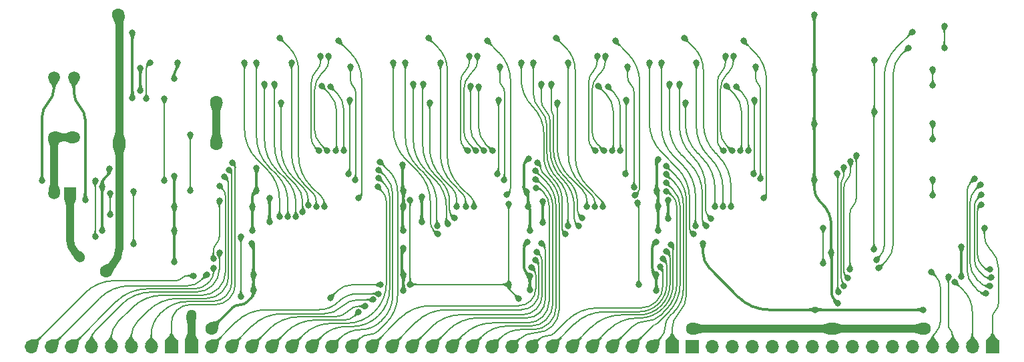
<source format=gbl>
%TF.GenerationSoftware,KiCad,Pcbnew,8.0.5*%
%TF.CreationDate,2024-11-27T10:13:53+02:00*%
%TF.ProjectId,W65C816 Debug Display,57363543-3831-4362-9044-656275672044,V1*%
%TF.SameCoordinates,PX2b4c984PY5781bbc*%
%TF.FileFunction,Copper,L2,Bot*%
%TF.FilePolarity,Positive*%
%FSLAX46Y46*%
G04 Gerber Fmt 4.6, Leading zero omitted, Abs format (unit mm)*
G04 Created by KiCad (PCBNEW 8.0.5) date 2024-11-27 10:13:53*
%MOMM*%
%LPD*%
G01*
G04 APERTURE LIST*
%TA.AperFunction,ComponentPad*%
%ADD10R,1.500000X1.500000*%
%TD*%
%TA.AperFunction,ComponentPad*%
%ADD11C,1.500000*%
%TD*%
%TA.AperFunction,ComponentPad*%
%ADD12C,1.509000*%
%TD*%
%TA.AperFunction,ComponentPad*%
%ADD13R,1.700000X1.700000*%
%TD*%
%TA.AperFunction,ComponentPad*%
%ADD14O,1.700000X1.700000*%
%TD*%
%TA.AperFunction,ViaPad*%
%ADD15C,0.800000*%
%TD*%
%TA.AperFunction,ViaPad*%
%ADD16C,1.600000*%
%TD*%
%TA.AperFunction,ViaPad*%
%ADD17C,1.300000*%
%TD*%
%TA.AperFunction,Conductor*%
%ADD18C,0.380000*%
%TD*%
%TA.AperFunction,Conductor*%
%ADD19C,1.000000*%
%TD*%
%TA.AperFunction,Conductor*%
%ADD20C,0.200000*%
%TD*%
G04 APERTURE END LIST*
D10*
%TO.P,C1,1*%
%TO.N,12V*%
X4937000Y19482000D03*
D11*
%TO.P,C1,2*%
%TO.N,GND*%
X2937000Y19482000D03*
%TD*%
D12*
%TO.P,S2,1,COM_1*%
%TO.N,/~{Always Show Data}*%
X5445000Y34214000D03*
%TO.P,S2,2,COM_2*%
%TO.N,/~{LED Enable}*%
X2905000Y34214000D03*
%TO.P,S2,3,NO_2*%
%TO.N,GND*%
X2905000Y26594000D03*
%TO.P,S2,4,NO_1*%
X5445000Y26594000D03*
%TD*%
D13*
%TO.P,J3,1,Pin_1*%
%TO.N,Addr0*%
X81280000Y0D03*
D14*
%TO.P,J3,2,Pin_2*%
%TO.N,Addr1*%
X78740000Y0D03*
%TO.P,J3,3,Pin_3*%
%TO.N,Addr2*%
X76200000Y0D03*
%TO.P,J3,4,Pin_4*%
%TO.N,Addr3*%
X73660000Y0D03*
%TO.P,J3,5,Pin_5*%
%TO.N,Addr4*%
X71120000Y0D03*
%TO.P,J3,6,Pin_6*%
%TO.N,Addr5*%
X68580000Y0D03*
%TO.P,J3,7,Pin_7*%
%TO.N,Addr6*%
X66040000Y0D03*
%TO.P,J3,8,Pin_8*%
%TO.N,Addr7*%
X63500000Y0D03*
%TO.P,J3,9,Pin_9*%
%TO.N,Addr8*%
X60960000Y0D03*
%TO.P,J3,10,Pin_10*%
%TO.N,Addr9*%
X58420000Y0D03*
%TO.P,J3,11,Pin_11*%
%TO.N,Addr10*%
X55880000Y0D03*
%TO.P,J3,12,Pin_12*%
%TO.N,Addr11*%
X53340000Y0D03*
%TO.P,J3,13,Pin_13*%
%TO.N,Addr12*%
X50800000Y0D03*
%TO.P,J3,14,Pin_14*%
%TO.N,Addr13*%
X48260000Y0D03*
%TO.P,J3,15,Pin_15*%
%TO.N,Addr14*%
X45720000Y0D03*
%TO.P,J3,16,Pin_16*%
%TO.N,Addr15*%
X43180000Y0D03*
%TO.P,J3,17,Pin_17*%
%TO.N,Addr16*%
X40640000Y0D03*
%TO.P,J3,18,Pin_18*%
%TO.N,Addr17*%
X38100000Y0D03*
%TO.P,J3,19,Pin_19*%
%TO.N,Addr18*%
X35560000Y0D03*
%TO.P,J3,20,Pin_20*%
%TO.N,Addr19*%
X33020000Y0D03*
%TO.P,J3,21,Pin_21*%
%TO.N,Addr20*%
X30480000Y0D03*
%TO.P,J3,22,Pin_22*%
%TO.N,Addr21*%
X27940000Y0D03*
%TO.P,J3,23,Pin_23*%
%TO.N,Addr22*%
X25400000Y0D03*
%TO.P,J3,24,Pin_24*%
%TO.N,Addr23*%
X22860000Y0D03*
%TD*%
D13*
%TO.P,J4,1,Pin_1*%
%TO.N,Data0*%
X17780000Y0D03*
D14*
%TO.P,J4,2,Pin_2*%
%TO.N,Data1*%
X15240000Y0D03*
%TO.P,J4,3,Pin_3*%
%TO.N,Data2*%
X12700000Y0D03*
%TO.P,J4,4,Pin_4*%
%TO.N,Data3*%
X10160000Y0D03*
%TO.P,J4,5,Pin_5*%
%TO.N,Data4*%
X7620000Y0D03*
%TO.P,J4,6,Pin_6*%
%TO.N,Data5*%
X5080000Y0D03*
%TO.P,J4,7,Pin_7*%
%TO.N,Data6*%
X2540000Y0D03*
%TO.P,J4,8,Pin_8*%
%TO.N,Data7*%
X0Y0D03*
%TD*%
D13*
%TO.P,J5,1,Pin_1*%
%TO.N,X*%
X121920000Y0D03*
D14*
%TO.P,J5,2,Pin_2*%
%TO.N,VPA*%
X119380000Y0D03*
%TO.P,J5,3,Pin_3*%
%TO.N,~{NMI}*%
X116840000Y0D03*
%TO.P,J5,4,Pin_4*%
%TO.N,~{ML}*%
X114300000Y0D03*
%TO.P,J5,5,Pin_5*%
%TO.N,~{IRQ}*%
X111760000Y0D03*
%TO.P,J5,6,Pin_6*%
%TO.N,~{ABORT}*%
X109220000Y0D03*
%TO.P,J5,7,Pin_7*%
%TO.N,RDY*%
X106680000Y0D03*
%TO.P,J5,8,Pin_8*%
%TO.N,~{VP}*%
X104140000Y0D03*
%TO.P,J5,9,Pin_9*%
%TO.N,~{RES}*%
X101600000Y0D03*
%TO.P,J5,10,Pin_10*%
%TO.N,VDA*%
X99060000Y0D03*
%TO.P,J5,11,Pin_11*%
%TO.N,M*%
X96520000Y0D03*
%TO.P,J5,12,Pin_12*%
%TO.N,E*%
X93980000Y0D03*
%TO.P,J5,13,Pin_13*%
%TO.N,R~{W}*%
X91440000Y0D03*
%TO.P,J5,14,Pin_14*%
%TO.N,BE*%
X88900000Y0D03*
%TO.P,J5,15,Pin_15*%
%TO.N,PHI2*%
X86360000Y0D03*
%TD*%
D13*
%TO.P,J1,1,Pin_1*%
%TO.N,GND*%
X83820000Y0D03*
%TD*%
%TO.P,J2,1,Pin_1*%
%TO.N,12V*%
X20320000Y0D03*
%TD*%
D15*
%TO.N,GND*%
X79502000Y23822000D03*
%TO.N,/~{LED Enable}*%
X61849004Y6096000D03*
D16*
%TO.N,GND*%
X22860000Y2286000D03*
D15*
%TO.N,/~{Data LED Enable}*%
X23114000Y11176000D03*
X23876000Y18522000D03*
%TO.N,/~{LED Enable}*%
X37973000Y6223000D03*
X26596000Y6378998D03*
%TO.N,GND*%
X18161006Y10734000D03*
%TO.N,/~{LED Enable}*%
X26596000Y13970000D03*
X44311000Y7874000D03*
%TO.N,/5V*%
X30226000Y15875000D03*
X30225996Y18923000D03*
X49530000Y15874994D03*
X49530000Y19050000D03*
%TO.N,GND*%
X27990994Y13087094D03*
X28194000Y9144000D03*
X28194000Y7239000D03*
D17*
%TO.N,12V*%
X20314976Y4078976D03*
D15*
%TO.N,Data7*%
X20574000Y9017000D03*
%TO.N,Data6*%
X22260954Y9132046D03*
%TO.N,Data5*%
X23126000Y10033000D03*
%TO.N,Data4*%
X23876000Y11938000D03*
%TO.N,Data3*%
X23876000Y20447000D03*
%TO.N,Data2*%
X24511000Y21590000D03*
%TO.N,Data1*%
X25100200Y22445410D03*
%TO.N,Data0*%
X25527000Y23367992D03*
%TO.N,/LED Enable*%
X16891000Y31495994D03*
X16891000Y21081992D03*
D16*
%TO.N,/5V*%
X23495006Y31115000D03*
X23494988Y25781000D03*
X11077997Y42135003D03*
X9479006Y9565409D03*
X11176000Y25781000D03*
D15*
%TO.N,/Cathode*%
X12855000Y31623000D03*
X12855000Y39878000D03*
%TO.N,/~{Always Show Data}*%
X6857998Y18669002D03*
%TO.N,/~{Always Show Data}+PHI2*%
X10033000Y19509000D03*
X10033000Y16764000D03*
%TO.N,GND*%
X9017000Y20320000D03*
%TO.N,/~{LED Enable}*%
X8127998Y13970000D03*
X8127998Y21081999D03*
%TO.N,/PHI2_{3}*%
X20193000Y26924000D03*
X20193000Y19812000D03*
X106934000Y29845000D03*
%TO.N,Addr19*%
X43942000Y20320000D03*
%TO.N,Addr18*%
X44069000Y21463000D03*
%TO.N,Addr17*%
X44069000Y22479000D03*
%TO.N,Addr16*%
X44255502Y23494746D03*
%TO.N,/~{LED Enable}*%
X48072000Y18669002D03*
X48072000Y7907889D03*
X60579000Y7874006D03*
X60579000Y18160986D03*
%TO.N,Addr23*%
X44081000Y6731000D03*
%TO.N,Addr22*%
X43371746Y5981002D03*
%TO.N,Addr21*%
X42397477Y5139815D03*
%TO.N,Addr20*%
X41541001Y4424354D03*
%TO.N,/~{LED Enable}*%
X77070971Y7853999D03*
X76930064Y18300503D03*
%TO.N,Addr11*%
X64008000Y20193000D03*
%TO.N,Addr10*%
X63981742Y21279920D03*
%TO.N,Addr9*%
X63930934Y22378449D03*
%TO.N,Addr8*%
X64197433Y23394069D03*
%TO.N,Addr15*%
X63459136Y10078256D03*
%TO.N,Addr14*%
X63928661Y11017432D03*
%TO.N,Addr13*%
X64119877Y12049877D03*
%TO.N,Addr12*%
X64726686Y13133580D03*
%TO.N,/5V*%
X80772000Y16256000D03*
X80772000Y18669000D03*
X64897000Y15748000D03*
X64896998Y18497341D03*
X85210233Y13112483D03*
X99441000Y4699000D03*
X113157000Y4699000D03*
D16*
%TO.N,GND*%
X83820000Y2286000D03*
X113284000Y2286000D03*
X101600002Y2285992D03*
D15*
%TO.N,Net-(IC11-A3)*%
X104648000Y24269000D03*
X103868795Y9860700D03*
%TO.N,Net-(IC11-A2)*%
X103936626Y23518994D03*
X103544990Y8742037D03*
%TO.N,Net-(IC11-A1)*%
X103061795Y7684120D03*
X103062836Y22804669D03*
%TO.N,Net-(IC11-A0)*%
X102267022Y22054669D03*
X102360067Y6972349D03*
%TO.N,GND*%
X99314000Y42164000D03*
X99314000Y35179000D03*
X99314000Y28321000D03*
X99314000Y21209000D03*
%TO.N,/PHI2_{3}*%
X106933995Y36448995D03*
%TO.N,Net-(IC11-A4)*%
X107519531Y9955471D03*
X111252000Y37968500D03*
X115819500Y37968500D03*
%TO.N,Net-(IC11-A5)*%
X111760000Y40005000D03*
X107188000Y11049000D03*
%TO.N,/PHI2_{3}*%
X106903262Y12326270D03*
%TO.N,Net-(IC10-A2)*%
X120523000Y19304000D03*
X121819775Y8768647D03*
%TO.N,Net-(IC10-A3)*%
X120523000Y18034000D03*
X121641581Y9803419D03*
%TO.N,Net-(IC10-A1)*%
X121603478Y7741165D03*
X120396000Y20574000D03*
%TO.N,Net-(IC10-A0)*%
X119653541Y21316468D03*
X121143791Y6797134D03*
%TO.N,GND*%
X117983000Y12700000D03*
X117983000Y8890000D03*
%TO.N,VPA*%
X117166807Y8229444D03*
%TO.N,~{NMI}*%
X116332000Y8904000D03*
%TO.N,~{ML}*%
X114173000Y9525000D03*
%TO.N,X*%
X120904000Y15113000D03*
X100457000Y10627000D03*
X100457000Y15113000D03*
%TO.N,GND*%
X102298650Y5539000D03*
X101473000Y11927000D03*
%TO.N,Net-(IC11-A4)*%
X115819500Y40709200D03*
%TO.N,Addr7*%
X79756000Y10129000D03*
%TO.N,Addr6*%
X80153983Y11143433D03*
%TO.N,Addr5*%
X80587942Y12093239D03*
%TO.N,Addr4*%
X81155254Y12976790D03*
%TO.N,Addr3*%
X80518000Y19733492D03*
%TO.N,Addr2*%
X80518000Y20855994D03*
%TO.N,Addr1*%
X80518000Y21905997D03*
%TO.N,Addr0*%
X80518000Y22956000D03*
%TO.N,GND*%
X79260000Y9154000D03*
X79300536Y7128583D03*
X79245847Y13307657D03*
X79502000Y14701000D03*
X79341000Y19783362D03*
X79502000Y17876000D03*
X63258000Y8999106D03*
X63246000Y7208000D03*
X62975531Y13308243D03*
X63246000Y14701000D03*
X62817167Y19683380D03*
X63044536Y17796583D03*
X63128438Y23911089D03*
X28067000Y14701000D03*
X47232000Y14701000D03*
X47232000Y9113000D03*
X47232000Y12542000D03*
X47232000Y7104000D03*
X47232000Y19781000D03*
X47232000Y17876000D03*
X47117000Y23083000D03*
X28575000Y19780996D03*
X28066998Y17748994D03*
X28575000Y22702000D03*
X18161000Y21717000D03*
X18161000Y14732000D03*
X18161000Y17780000D03*
X9017000Y14732004D03*
X9906000Y22606000D03*
%TO.N,/~{LED Enable}*%
X1381000Y21082000D03*
%TO.N,/A\u00B7P*%
X12998356Y19763264D03*
X12998356Y13081000D03*
%TO.N,GND*%
X13855000Y32512000D03*
X13855000Y35433000D03*
%TO.N,Net-(IC3-FLG)*%
X15113000Y36068000D03*
X14604994Y31496000D03*
%TO.N,/5V*%
X18161000Y34036000D03*
X18542000Y36068000D03*
%TO.N,Net-(LED15-Pad2)*%
X114359000Y19193800D03*
X114358332Y21267500D03*
%TO.N,Net-(LED11-Pad2)*%
X114359000Y33163800D03*
X114358332Y35237500D03*
%TO.N,Net-(LED7-Pad2)*%
X114358332Y28379500D03*
X114359000Y26305800D03*
D17*
%TO.N,12V*%
X6223000Y11365409D03*
D15*
%TO.N,/Low Address Display/Left \u03A9 Digit 0 G segment*%
X84031199Y14282447D03*
%TO.N,/Low Address Display/Right \u03A9 Digit 0 D segment*%
X90997500Y24857000D03*
%TO.N,/Low Address Display/Right \u03A9 Digit 0 G segment*%
X88064500Y36922000D03*
%TO.N,/Low Address Display/Right \u03A9 Digit 0 C segment*%
X91620500Y21936006D03*
%TO.N,/Low Address Display/Right \u03A9 Digit 0 E segment*%
X89947497Y24857000D03*
%TO.N,/Low Address Display/Left \u03A9 Digit 0 C segment*%
X82984500Y30988000D03*
%TO.N,/Low Address Display/Right \u03A9 Digit 0 A segment*%
X90350500Y38827000D03*
X92890500Y18849800D03*
%TO.N,/Low Address Display/Right \u03A9 Digit 0 E segment*%
X88191500Y33111992D03*
%TO.N,/Low Address Display/Right \u03A9 Digit 0 B segment*%
X91915668Y35560004D03*
%TO.N,/Low Address Display/Right \u03A9 Digit 0 F segment*%
X88897494Y24857000D03*
%TO.N,/Low Address Display/Right \u03A9 Digit 0 B segment*%
X92509500Y21336000D03*
%TO.N,/Low Address Display/Left \u03A9 Digit 0 B segment*%
X84381500Y36033000D03*
%TO.N,/Low Address Display/Left \u03A9 Digit 0 F segment*%
X84265000Y15352904D03*
%TO.N,/Low Address Display/Left \u03A9 Digit 0 A segment*%
X88773000Y17779996D03*
%TO.N,/Low Address Display/Left \u03A9 Digit 0 G segment*%
X78412496Y36033000D03*
%TO.N,/Low Address Display/Right \u03A9 Digit 0 D segment*%
X89408000Y33020000D03*
%TO.N,/Low Address Display/Left \u03A9 Digit 0 E segment*%
X85598000Y15367000D03*
%TO.N,/Low Address Display/Left \u03A9 Digit 0 F segment*%
X79936500Y36032998D03*
%TO.N,/Low Address Display/Left \u03A9 Digit 0 E segment*%
X80952500Y33366004D03*
%TO.N,/Low Address Display/Left \u03A9 Digit 0 B segment*%
X87757000Y17780000D03*
%TO.N,/Low Address Display/Left \u03A9 Digit 0 D segment*%
X82222498Y33366000D03*
%TO.N,/Low Address Display/Left \u03A9 Digit 0 C segment*%
X86741000Y17780000D03*
%TO.N,/Low Address Display/Right \u03A9 Digit 0 C segment*%
X91759500Y31334000D03*
%TO.N,/Low Address Display/Right \u03A9 Digit 0 G segment*%
X87847491Y24857000D03*
%TO.N,/Low Address Display/Left \u03A9 Digit 0 A segment*%
X82857500Y39207992D03*
%TO.N,/Low Address Display/Right \u03A9 Digit 0 F segment*%
X89080500Y36922000D03*
%TO.N,/Low Address Display/Left \u03A9 Digit 0 D segment*%
X86239824Y16256000D03*
%TO.N,/High Address Display/Left \u03A9 Digit 0 G segment*%
X67775199Y14282447D03*
%TO.N,/High Address Display/Right \u03A9 Digit 0 D segment*%
X74741500Y24857000D03*
%TO.N,/High Address Display/Right \u03A9 Digit 0 G segment*%
X71808500Y36922000D03*
%TO.N,/High Address Display/Right \u03A9 Digit 0 C segment*%
X75364500Y21936006D03*
%TO.N,/High Address Display/Right \u03A9 Digit 0 E segment*%
X73691497Y24857000D03*
%TO.N,/High Address Display/Left \u03A9 Digit 0 C segment*%
X66728500Y30988000D03*
%TO.N,/High Address Display/Right \u03A9 Digit 0 A segment*%
X74094500Y38827000D03*
X76594014Y19242350D03*
%TO.N,/High Address Display/Right \u03A9 Digit 0 E segment*%
X71935508Y33112000D03*
%TO.N,/High Address Display/Right \u03A9 Digit 0 B segment*%
X75659668Y35560000D03*
%TO.N,/High Address Display/Right \u03A9 Digit 0 F segment*%
X72641494Y24857000D03*
%TO.N,/High Address Display/Right \u03A9 Digit 0 B segment*%
X76466001Y20234125D03*
%TO.N,/High Address Display/Left \u03A9 Digit 0 B segment*%
X68125500Y36033000D03*
%TO.N,/High Address Display/Left \u03A9 Digit 0 F segment*%
X68079000Y15352904D03*
%TO.N,/High Address Display/Left \u03A9 Digit 0 A segment*%
X72517000Y17780000D03*
%TO.N,/High Address Display/Left \u03A9 Digit 0 G segment*%
X62156496Y36033000D03*
%TO.N,/High Address Display/Right \u03A9 Digit 0 D segment*%
X73152000Y33020004D03*
%TO.N,/High Address Display/Left \u03A9 Digit 0 E segment*%
X69469000Y15326220D03*
%TO.N,/High Address Display/Left \u03A9 Digit 0 F segment*%
X63680500Y36032998D03*
%TO.N,/High Address Display/Left \u03A9 Digit 0 E segment*%
X64696500Y33366004D03*
%TO.N,/High Address Display/Left \u03A9 Digit 0 B segment*%
X71501000Y17780006D03*
%TO.N,/High Address Display/Left \u03A9 Digit 0 D segment*%
X65966498Y33366000D03*
%TO.N,/High Address Display/Left \u03A9 Digit 0 C segment*%
X70501771Y17740660D03*
%TO.N,/High Address Display/Right \u03A9 Digit 0 C segment*%
X75503500Y31334000D03*
%TO.N,/High Address Display/Right \u03A9 Digit 0 G segment*%
X71591491Y24857000D03*
%TO.N,/High Address Display/Left \u03A9 Digit 0 A segment*%
X66601500Y39207992D03*
%TO.N,/High Address Display/Right \u03A9 Digit 0 F segment*%
X72824500Y36922000D03*
%TO.N,/High Address Display/Left \u03A9 Digit 0 D segment*%
X69903500Y16348004D03*
%TO.N,/Bank Address Display/Left \u03A9 Digit 0 B segment*%
X51910000Y36033000D03*
%TO.N,/Bank Address Display/Left \u03A9 Digit 0 D segment*%
X53688000Y16348004D03*
%TO.N,/Bank Address Display/Left \u03A9 Digit 0 C segment*%
X50546000Y30988000D03*
X53975000Y17780000D03*
%TO.N,/Bank Address Display/Left \u03A9 Digit 0 A segment*%
X50386000Y39207992D03*
%TO.N,/Bank Address Display/Left \u03A9 Digit 0 E segment*%
X52832000Y15621000D03*
%TO.N,/Bank Address Display/Left \u03A9 Digit 0 B segment*%
X55118000Y17780000D03*
%TO.N,/Bank Address Display/Left \u03A9 Digit 0 G segment*%
X51559699Y14282447D03*
%TO.N,/Bank Address Display/Left \u03A9 Digit 0 E segment*%
X48481000Y33366004D03*
%TO.N,/Bank Address Display/Left \u03A9 Digit 0 F segment*%
X51529000Y15332000D03*
%TO.N,/Bank Address Display/Left \u03A9 Digit 0 D segment*%
X49750998Y33366000D03*
%TO.N,/Bank Address Display/Left \u03A9 Digit 0 F segment*%
X47465000Y36032998D03*
%TO.N,/Bank Address Display/Left \u03A9 Digit 0 G segment*%
X45940996Y36033000D03*
%TO.N,/Bank Address Display/Left \u03A9 Digit 0 A segment*%
X56167190Y17786307D03*
%TO.N,/Data Display/Left \u03A9 Digit 0 A segment*%
X31515000Y39211992D03*
X37183086Y17751528D03*
%TO.N,/Data Display/Left \u03A9 Digit 0 B segment*%
X33039000Y36037000D03*
X36171716Y17772445D03*
%TO.N,/Data Display/Left \u03A9 Digit 0 C segment*%
X31702970Y30988000D03*
X35142014Y17916514D03*
%TO.N,/Data Display/Left \u03A9 Digit 0 D segment*%
X30879998Y33370000D03*
X34440401Y17135333D03*
%TO.N,/Data Display/Left \u03A9 Digit 0 E segment*%
X29610000Y33370004D03*
X33572280Y16544681D03*
%TO.N,/Data Display/Left \u03A9 Digit 0 F segment*%
X28594000Y36036998D03*
X32562741Y16510000D03*
%TO.N,/Data Display/Left \u03A9 Digit 0 G segment*%
X27069996Y36037000D03*
X31508000Y16510000D03*
%TO.N,/Data Display/Right \u03A9 Digit 0 A segment*%
X39008000Y38831000D03*
X41548000Y18853800D03*
%TO.N,/Data Display/Right \u03A9 Digit 0 B segment*%
X40513000Y35560000D03*
X41119966Y21155801D03*
%TO.N,/Data Display/Right \u03A9 Digit 0 C segment*%
X40278000Y21940006D03*
X40417000Y31338000D03*
%TO.N,/Data Display/Right \u03A9 Digit 0 D segment*%
X37973000Y33019992D03*
X39655000Y24861000D03*
%TO.N,/Data Display/Right \u03A9 Digit 0 E segment*%
X38604997Y24861000D03*
X36849018Y33116000D03*
%TO.N,/Data Display/Right \u03A9 Digit 0 F segment*%
X37738000Y36926000D03*
X37554994Y24861000D03*
%TO.N,/Data Display/Right \u03A9 Digit 0 G segment*%
X36504991Y24861000D03*
X36722000Y36926000D03*
%TO.N,/Bank Address Display/Right \u03A9 Digit 0 F segment*%
X56425994Y24857000D03*
%TO.N,/Bank Address Display/Right \u03A9 Digit 0 E segment*%
X57475997Y24857000D03*
%TO.N,/Bank Address Display/Right \u03A9 Digit 0 B segment*%
X59990966Y21151801D03*
X59444168Y35560000D03*
%TO.N,/Bank Address Display/Right \u03A9 Digit 0 D segment*%
X58526000Y24857000D03*
%TO.N,/Bank Address Display/Right \u03A9 Digit 0 A segment*%
X57879000Y38827000D03*
%TO.N,/Bank Address Display/Right \u03A9 Digit 0 G segment*%
X55375991Y24857000D03*
%TO.N,/Bank Address Display/Right \u03A9 Digit 0 E segment*%
X55720008Y33112000D03*
%TO.N,/Bank Address Display/Right \u03A9 Digit 0 C segment*%
X59288000Y31334000D03*
X59149000Y21936006D03*
%TO.N,/Bank Address Display/Right \u03A9 Digit 0 G segment*%
X55593000Y36922000D03*
%TO.N,/Bank Address Display/Right \u03A9 Digit 0 F segment*%
X56609000Y36922000D03*
%TO.N,/Bank Address Display/Right \u03A9 Digit 0 D segment*%
X56769000Y33019998D03*
%TO.N,/Bank Address Display/Right \u03A9 Digit 0 A segment*%
X60290542Y19297603D03*
%TD*%
D18*
%TO.N,/5V*%
X89719207Y6292793D02*
G75*
G03*
X93566963Y4698989I3847793J3847807D01*
G01*
X18351500Y35115500D02*
G75*
G03*
X18161003Y34655593I459900J-459900D01*
G01*
X85210233Y11957125D02*
G75*
G03*
X86027184Y9984796I2789267J-25D01*
G01*
X18542000Y35575408D02*
G75*
G02*
X18351502Y35115498I-650400J-8D01*
G01*
D19*
X23494990Y25781030D02*
X23494993Y25781031D01*
X23494995Y25781031D01*
X23494998Y25781032D01*
X23495001Y25781032D01*
X23495004Y25781031D01*
X23495006Y25781031D01*
X11176000Y12462359D02*
G75*
G02*
X10327493Y10413916I-2897000J41D01*
G01*
X11126998Y42086002D02*
G75*
G02*
X11176001Y41967702I-118298J-118302D01*
G01*
D18*
%TO.N,GND*%
X47057502Y9410887D02*
G75*
G03*
X47144755Y9200253I297898J13D01*
G01*
X79421500Y23741500D02*
G75*
G03*
X79341018Y23547156I194300J-194300D01*
G01*
X47174500Y17818500D02*
G75*
G03*
X47117007Y17679683I138800J-138800D01*
G01*
X62930851Y19569696D02*
G75*
G02*
X63044564Y19295237I-274451J-274496D01*
G01*
X9906000Y22288500D02*
G75*
G02*
X9681491Y21746496I-766500J0D01*
G01*
X63145268Y17695851D02*
G75*
G02*
X63245979Y17452663I-243168J-243151D01*
G01*
X63185854Y9017951D02*
G75*
G03*
X63231349Y8999057I45546J45449D01*
G01*
X28092497Y12985591D02*
G75*
G02*
X28194015Y12740542I-245097J-245091D01*
G01*
X79421500Y19702862D02*
G75*
G02*
X79502026Y19508518I-194300J-194362D01*
G01*
X62806219Y23588870D02*
G75*
G03*
X62484018Y22810965I777881J-777870D01*
G01*
X28321000Y19526996D02*
G75*
G03*
X28067007Y18913786I613200J-613196D01*
G01*
X99314000Y20193000D02*
G75*
G03*
X100032428Y18458588I2452800J0D01*
G01*
X47144751Y12454751D02*
G75*
G03*
X47057496Y12244114I210649J-210651D01*
G01*
X26479500Y5322385D02*
G75*
G03*
X25484056Y4910065I0J-1407785D01*
G01*
X28194000Y6846386D02*
G75*
G02*
X27916382Y6176148I-947900J14D01*
G01*
X27474939Y5734710D02*
G75*
G02*
X26479500Y5322401I-995439J995490D01*
G01*
X79017423Y13079234D02*
G75*
G03*
X78789024Y12527771I551477J-551434D01*
G01*
X63258000Y7228486D02*
G75*
G02*
X63251996Y7214004I-20500J14D01*
G01*
X101496533Y11903467D02*
G75*
G02*
X101520098Y11846654I-56833J-56867D01*
G01*
X62739347Y13072060D02*
G75*
G03*
X62503177Y12501863I570153J-570160D01*
G01*
X101520066Y6868127D02*
G75*
G03*
X101909343Y5928277I1329134J-27D01*
G01*
X78789000Y9958048D02*
G75*
G03*
X79024486Y9389486I804000J-48D01*
G01*
X62503164Y10196702D02*
G75*
G03*
X62853922Y9349865I1197636J-2D01*
G01*
X79280268Y9133732D02*
G75*
G02*
X79300526Y9084801I-48968J-48932D01*
G01*
X100393500Y18097500D02*
G75*
G02*
X101472982Y15491357I-2606100J-2606100D01*
G01*
X9286407Y21351408D02*
G75*
G03*
X9016995Y20701000I650393J-650408D01*
G01*
X62484000Y20252132D02*
G75*
G03*
X62650578Y19849959I568700J-32D01*
G01*
X47117000Y14897318D02*
G75*
G03*
X47174495Y14758495I196300J-18D01*
G01*
X47117000Y19977318D02*
G75*
G03*
X47174495Y19838495I196300J-18D01*
G01*
D19*
X84473984Y2285992D02*
X84038000Y2285992D01*
%TO.N,12V*%
X20317488Y4076464D02*
G75*
G02*
X20319993Y4070400I-6088J-6064D01*
G01*
X4937000Y13560749D02*
G75*
G03*
X5579984Y12008393I2195300J-49D01*
G01*
D20*
%TO.N,/PHI2_{3}*%
X106918631Y29829631D02*
G75*
G03*
X106903233Y29792527I37069J-37131D01*
G01*
%TO.N,Net-(IC11-A2)*%
X103526995Y21288682D02*
G75*
G03*
X103117323Y20299746I988905J-988982D01*
G01*
X103117365Y9472039D02*
G75*
G03*
X103331151Y8955824I730035J-39D01*
G01*
X103936626Y22277618D02*
G75*
G02*
X103526996Y21288681I-1398526J-18D01*
G01*
%TO.N,Net-(IC11-A4)*%
X110306515Y37023015D02*
G75*
G03*
X109361016Y34740413I2282585J-2282615D01*
G01*
X109361030Y13099107D02*
G75*
G02*
X108440283Y10876218I-3143630J-7D01*
G01*
%TO.N,Net-(IC11-A3)*%
X104258397Y17898398D02*
G75*
G03*
X103868790Y16957814I940603J-940598D01*
G01*
X104648000Y18838982D02*
G75*
G02*
X104258391Y17898404I-1330200J18D01*
G01*
%TO.N,Net-(IC11-A0)*%
X102317365Y7045246D02*
G75*
G03*
X102338685Y6993669I72935J-46D01*
G01*
X102292193Y22029498D02*
G75*
G02*
X102317378Y21968729I-60793J-60798D01*
G01*
%TO.N,Net-(IC11-A1)*%
X102891930Y8334435D02*
G75*
G02*
X103061815Y7924345I-410130J-410135D01*
G01*
X102890100Y21217472D02*
G75*
G03*
X102717393Y20800453I417000J-416972D01*
G01*
X103062836Y21634492D02*
G75*
G02*
X102890092Y21217480I-589736J8D01*
G01*
X102717365Y8752549D02*
G75*
G03*
X102889565Y8336770I587935J-49D01*
G01*
%TO.N,Net-(IC11-A5)*%
X108204000Y12783421D02*
G75*
G02*
X107696006Y11556994I-1734400J-21D01*
G01*
X109797792Y38042793D02*
G75*
G03*
X108203959Y34195037I3847708J-3847793D01*
G01*
%TO.N,Net-(IC10-A1)*%
X119107000Y10601995D02*
G75*
G03*
X119944926Y8579092I2860800J5D01*
G01*
X120492693Y8031307D02*
G75*
G03*
X121193156Y7741143I700507J700493D01*
G01*
X119751500Y19929500D02*
G75*
G03*
X119106984Y18373540I1556000J-1556000D01*
G01*
%TO.N,Net-(IC10-A0)*%
X118707000Y9784343D02*
G75*
G03*
X119581914Y7672048I2987200J-43D01*
G01*
X120214001Y7039999D02*
G75*
G03*
X120800328Y6797147I586299J586301D01*
G01*
X119180270Y20843198D02*
G75*
G03*
X118706970Y19700622I1142530J-1142598D01*
G01*
%TO.N,Net-(IC10-A2)*%
X120744482Y9049518D02*
G75*
G03*
X121422564Y8768622I678118J678082D01*
G01*
X119634000Y11143836D02*
G75*
G03*
X120329656Y9464304I2375200J-36D01*
G01*
X120078500Y18859500D02*
G75*
G03*
X119634007Y17786383I1073100J-1073100D01*
G01*
%TO.N,Net-(IC10-A3)*%
X120278500Y17789500D02*
G75*
G03*
X120033990Y17199225I590300J-590300D01*
G01*
X120034000Y11680522D02*
G75*
G03*
X120583780Y10353200I1877100J-22D01*
G01*
X120953975Y9983025D02*
G75*
G03*
X121387581Y9803397I433625J433575D01*
G01*
%TO.N,/Bank Address Display/Left \u03A9 Digit 0 F segment*%
X51465500Y15440402D02*
G75*
G03*
X51497250Y15363750I108400J-2D01*
G01*
X47465000Y26660650D02*
G75*
G03*
X49058792Y22812894I5441550J0D01*
G01*
X49871707Y21999979D02*
G75*
G02*
X51465501Y18152223I-3847807J-3847779D01*
G01*
%TO.N,/Bank Address Display/Right \u03A9 Digit 0 E segment*%
X55720008Y27854661D02*
G75*
G03*
X56598015Y25735008I2997692J39D01*
G01*
%TO.N,/Bank Address Display/Right \u03A9 Digit 0 F segment*%
X56609000Y36224500D02*
G75*
G02*
X56115791Y35033796I-1683900J0D01*
G01*
X55736500Y34654500D02*
G75*
G03*
X54864001Y32548099I2106400J-2106400D01*
G01*
X54864000Y27523491D02*
G75*
G03*
X55645000Y25638000I2666500J9D01*
G01*
%TO.N,/Bank Address Display/Left \u03A9 Digit 0 E segment*%
X48481000Y26221964D02*
G75*
G03*
X50074800Y22374216I5441600J36D01*
G01*
X52672000Y15894138D02*
G75*
G03*
X52751989Y15700989I273100J-38D01*
G01*
X51259200Y21189800D02*
G75*
G02*
X52672000Y17779000I-3410800J-3410800D01*
G01*
%TO.N,/Bank Address Display/Right \u03A9 Digit 0 A segment*%
X60800000Y20167303D02*
G75*
G02*
X60545272Y19552331I-869700J-3D01*
G01*
X59339500Y37366500D02*
G75*
G02*
X60800017Y33840542I-3526000J-3526000D01*
G01*
%TO.N,/Bank Address Display/Right \u03A9 Digit 0 B segment*%
X59444168Y33812735D02*
G75*
G03*
X59741067Y33095899I1013732J-35D01*
G01*
X59741084Y33095916D02*
G75*
G02*
X60038008Y32379098I-716784J-716816D01*
G01*
X60038000Y21232094D02*
G75*
G02*
X60014481Y21175320I-80300J6D01*
G01*
%TO.N,/Bank Address Display/Left \u03A9 Digit 0 C segment*%
X53325522Y20266478D02*
G75*
G02*
X53974987Y18698500I-1568022J-1567978D01*
G01*
X50546000Y25299964D02*
G75*
G03*
X52139800Y21452216I5441600J36D01*
G01*
%TO.N,/Bank Address Display/Left \u03A9 Digit 0 G segment*%
X50638573Y15854908D02*
G75*
G03*
X51099139Y14743013I1572427J-8D01*
G01*
X45940996Y27618968D02*
G75*
G03*
X47534814Y23771238I5441504J32D01*
G01*
X49044780Y22261220D02*
G75*
G02*
X50638540Y18413464I-3847780J-3847720D01*
G01*
%TO.N,/Bank Address Display/Left \u03A9 Digit 0 D segment*%
X49711499Y33326501D02*
G75*
G03*
X49671983Y33231142I95401J-95401D01*
G01*
X52018876Y20995810D02*
G75*
G02*
X53072028Y18453345I-2542476J-2542510D01*
G01*
X53072000Y17399582D02*
G75*
G03*
X53380005Y16656009I1051600J18D01*
G01*
X49672000Y25596650D02*
G75*
G03*
X51265792Y21748894I5441550J0D01*
G01*
%TO.N,/Bank Address Display/Right \u03A9 Digit 0 D segment*%
X56769000Y27856387D02*
G75*
G03*
X57647504Y25735504I2999400J13D01*
G01*
%TO.N,/Bank Address Display/Right \u03A9 Digit 0 G segment*%
X55028499Y34962501D02*
G75*
G03*
X54464008Y33599677I1362801J-1362801D01*
G01*
X55593000Y36224500D02*
G75*
G02*
X55099791Y35033796I-1683900J0D01*
G01*
X54464000Y26413867D02*
G75*
G03*
X54920005Y25313006I1556900J33D01*
G01*
%TO.N,/Bank Address Display/Right \u03A9 Digit 0 C segment*%
X59276000Y22152809D02*
G75*
G02*
X59212504Y21999502I-216800J-9D01*
G01*
X59282000Y31328000D02*
G75*
G03*
X59275994Y31313515I14500J-14500D01*
G01*
%TO.N,/Bank Address Display/Left \u03A9 Digit 0 A segment*%
X52799000Y24189964D02*
G75*
G03*
X54392800Y20342216I5441600J36D01*
G01*
X55890886Y18844114D02*
G75*
G02*
X56167151Y18177059I-667086J-667014D01*
G01*
X51592500Y38001492D02*
G75*
G02*
X52799016Y35088744I-2912800J-2912792D01*
G01*
%TO.N,/Bank Address Display/Left \u03A9 Digit 0 B segment*%
X51910000Y24501650D02*
G75*
G03*
X53503807Y20653909I5441600J50D01*
G01*
X54672633Y19485053D02*
G75*
G02*
X55118023Y18409843I-1075233J-1075253D01*
G01*
%TO.N,/High Address Display/Right \u03A9 Digit 0 F segment*%
X72824500Y36140750D02*
G75*
G02*
X72272047Y34807098I-1886100J50D01*
G01*
X71120000Y27454353D02*
G75*
G03*
X71880732Y25617732I2597300J-53D01*
G01*
X71972250Y34507250D02*
G75*
G03*
X71119985Y32449737I2057550J-2057550D01*
G01*
%TO.N,/High Address Display/Left \u03A9 Digit 0 D segment*%
X66236706Y25150718D02*
G75*
G03*
X67762102Y21468082I5207994J-18D01*
G01*
X65966498Y30028625D02*
G75*
G03*
X66101584Y29702437I461302J-25D01*
G01*
X69287500Y17399582D02*
G75*
G03*
X69595505Y16656009I1051600J18D01*
G01*
X68234376Y20995810D02*
G75*
G02*
X69287528Y18453345I-2542476J-2542510D01*
G01*
X66101602Y29702455D02*
G75*
G02*
X66236686Y29376286I-326202J-326155D01*
G01*
%TO.N,/High Address Display/Left \u03A9 Digit 0 B segment*%
X71114856Y19258330D02*
G75*
G02*
X71500991Y18326096I-932256J-932230D01*
G01*
X68125500Y24501650D02*
G75*
G03*
X69719307Y20653909I5441600J50D01*
G01*
%TO.N,/High Address Display/Right \u03A9 Digit 0 D segment*%
X74753500Y24877486D02*
G75*
G02*
X74747496Y24863004I-20500J14D01*
G01*
X73952750Y32219254D02*
G75*
G02*
X74753490Y30286073I-1933150J-1933154D01*
G01*
%TO.N,/High Address Display/Right \u03A9 Digit 0 B segment*%
X76062834Y33284166D02*
G75*
G02*
X76466025Y32310836I-973334J-973366D01*
G01*
X75659668Y34257496D02*
G75*
G03*
X76062829Y33284161I1376532J4D01*
G01*
%TO.N,/High Address Display/Right \u03A9 Digit 0 E segment*%
X73840500Y25111365D02*
G75*
G02*
X73765988Y24931512I-254400J35D01*
G01*
X72888004Y32159504D02*
G75*
G02*
X73840490Y29859976I-2299504J-2299504D01*
G01*
%TO.N,/High Address Display/Left \u03A9 Digit 0 C segment*%
X69948435Y19859065D02*
G75*
G02*
X70501777Y18523195I-1335835J-1335865D01*
G01*
X66728500Y25332964D02*
G75*
G03*
X68322300Y21485216I5441600J36D01*
G01*
%TO.N,/High Address Display/Right \u03A9 Digit 0 C segment*%
X75497500Y31328000D02*
G75*
G03*
X75491494Y31313515I14500J-14500D01*
G01*
X75491500Y22152809D02*
G75*
G02*
X75428004Y21999502I-216800J-9D01*
G01*
%TO.N,/High Address Display/Right \u03A9 Digit 0 A segment*%
X77204000Y20283662D02*
G75*
G02*
X76898985Y19547365I-1041300J38D01*
G01*
X75649250Y37272250D02*
G75*
G02*
X77204021Y33518752I-3753550J-3753550D01*
G01*
%TO.N,/High Address Display/Left \u03A9 Digit 0 G segment*%
X67367000Y14979287D02*
G75*
G03*
X67571114Y14486562I696800J13D01*
G01*
X66201853Y21331275D02*
G75*
G02*
X67366961Y18518363I-2812953J-2812875D01*
G01*
X65036707Y24144187D02*
G75*
G03*
X66201852Y21331274I3978093J13D01*
G01*
X63596601Y30510399D02*
G75*
G02*
X65036696Y27033677I-3476701J-3476699D01*
G01*
X62156496Y33987121D02*
G75*
G03*
X63596596Y30510394I4916804J-21D01*
G01*
%TO.N,/High Address Display/Left \u03A9 Digit 0 A segment*%
X67808000Y38001492D02*
G75*
G02*
X69014516Y35088744I-2912800J-2912792D01*
G01*
X72285952Y18664548D02*
G75*
G02*
X72517019Y18106750I-557852J-557848D01*
G01*
X69014500Y24189964D02*
G75*
G03*
X70608300Y20342216I5441600J36D01*
G01*
%TO.N,/High Address Display/Left \u03A9 Digit 0 E segment*%
X64696500Y31348120D02*
G75*
G03*
X65266605Y29971770I1946400J-20D01*
G01*
X65836707Y24985030D02*
G75*
G03*
X67362096Y21302390I5207993J-30D01*
G01*
X67519502Y21144998D02*
G75*
G02*
X68887482Y17842360I-3302602J-3302598D01*
G01*
X65266603Y29971768D02*
G75*
G02*
X65836703Y28595416I-1376403J-1376368D01*
G01*
X68887500Y16318903D02*
G75*
G03*
X69178245Y15616965I992700J-3D01*
G01*
%TO.N,/High Address Display/Left \u03A9 Digit 0 F segment*%
X66757853Y21340961D02*
G75*
G02*
X68079015Y18151431I-3189553J-3189561D01*
G01*
X65436707Y24530491D02*
G75*
G03*
X66757854Y21340962I4510693J9D01*
G01*
X64558603Y30114083D02*
G75*
G02*
X65436681Y27994154I-2119903J-2119883D01*
G01*
X63680500Y32234012D02*
G75*
G03*
X64558604Y30114084I2998000J-12D01*
G01*
%TO.N,/High Address Display/Right \u03A9 Digit 0 G segment*%
X71264249Y34942251D02*
G75*
G03*
X70719993Y33628315I1313951J-1313951D01*
G01*
X71808500Y36204250D02*
G75*
G02*
X71300949Y34979000I-1732800J50D01*
G01*
X70720000Y26344729D02*
G75*
G03*
X71155737Y25292738I1487700J-29D01*
G01*
%TO.N,/Low Address Display/Right \u03A9 Digit 0 F segment*%
X87441498Y27342541D02*
G75*
G03*
X88169484Y25584986I2485502J-41D01*
G01*
X88260998Y34667000D02*
G75*
G03*
X87441477Y32688549I1978502J-1978500D01*
G01*
X89080500Y36204250D02*
G75*
G02*
X88572949Y34979000I-1732800J50D01*
G01*
%TO.N,/Low Address Display/Right \u03A9 Digit 0 G segment*%
X88064500Y36082872D02*
G75*
G02*
X87552990Y34848008I-1746400J28D01*
G01*
X87041498Y26232917D02*
G75*
G03*
X87444489Y25259992I1375902J-17D01*
G01*
X87552999Y34847999D02*
G75*
G03*
X87041488Y33613127I1234901J-1234899D01*
G01*
%TO.N,/Low Address Display/Left \u03A9 Digit 0 B segment*%
X84381500Y27981464D02*
G75*
G03*
X85975300Y24133716I5441600J36D01*
G01*
X86163207Y23945793D02*
G75*
G02*
X87757011Y20098037I-3847807J-3847793D01*
G01*
%TO.N,/Low Address Display/Left \u03A9 Digit 0 A segment*%
X84064000Y38001492D02*
G75*
G02*
X85270516Y35088744I-2912800J-2912792D01*
G01*
X85270500Y28362464D02*
G75*
G03*
X86864300Y24514716I5441600J36D01*
G01*
X87179207Y24199793D02*
G75*
G02*
X88773011Y20352037I-3847807J-3847793D01*
G01*
%TO.N,/Low Address Display/Right \u03A9 Digit 0 E segment*%
X90096500Y25111365D02*
G75*
G02*
X90021988Y24931512I-254400J35D01*
G01*
X89144000Y32159492D02*
G75*
G02*
X90096478Y29859954I-2299500J-2299492D01*
G01*
%TO.N,/Low Address Display/Left \u03A9 Digit 0 C segment*%
X82984500Y28362464D02*
G75*
G03*
X84578300Y24514716I5441600J36D01*
G01*
X85147207Y23945793D02*
G75*
G02*
X86741011Y20098037I-3847807J-3847793D01*
G01*
%TO.N,/Low Address Display/Left \u03A9 Digit 0 E segment*%
X83549707Y23257293D02*
G75*
G02*
X85143511Y19409537I-3847807J-3847793D01*
G01*
X85143500Y16142881D02*
G75*
G03*
X85370756Y15594256I775900J19D01*
G01*
X80952500Y28108464D02*
G75*
G03*
X82546300Y24260716I5441600J36D01*
G01*
%TO.N,/Low Address Display/Left \u03A9 Digit 0 F segment*%
X82671207Y23019479D02*
G75*
G02*
X84265001Y19171723I-3847807J-3847779D01*
G01*
X79936500Y28008150D02*
G75*
G03*
X81530307Y24160409I5441600J50D01*
G01*
%TO.N,/Low Address Display/Left \u03A9 Digit 0 G segment*%
X81921207Y22726793D02*
G75*
G02*
X83515011Y18879037I-3847807J-3847793D01*
G01*
X83515000Y15163654D02*
G75*
G03*
X83773124Y14540572I881200J46D01*
G01*
X78412496Y28489468D02*
G75*
G03*
X80006314Y24641738I5441504J32D01*
G01*
%TO.N,/Low Address Display/Left \u03A9 Digit 0 D segment*%
X82222498Y28108466D02*
G75*
G03*
X83816317Y24260737I5441502J34D01*
G01*
X83949707Y24127293D02*
G75*
G02*
X85543511Y20279537I-3847807J-3847793D01*
G01*
X85543500Y17444700D02*
G75*
G03*
X85891662Y16604162I1188700J0D01*
G01*
%TO.N,/Low Address Display/Right \u03A9 Digit 0 C segment*%
X91753500Y31328000D02*
G75*
G03*
X91747494Y31313515I14500J-14500D01*
G01*
X91747500Y22152809D02*
G75*
G02*
X91684004Y21999502I-216800J-9D01*
G01*
%TO.N,/Low Address Display/Right \u03A9 Digit 0 A segment*%
X91811000Y37366500D02*
G75*
G02*
X93271517Y33840542I-3526000J-3526000D01*
G01*
X93271500Y19500208D02*
G75*
G02*
X93081002Y19040298I-650400J-8D01*
G01*
%TO.N,/Low Address Display/Right \u03A9 Digit 0 D segment*%
X91009500Y24877486D02*
G75*
G02*
X91003496Y24863004I-20500J14D01*
G01*
X90208750Y32219250D02*
G75*
G02*
X91009487Y30286069I-1933150J-1933150D01*
G01*
%TO.N,/Low Address Display/Right \u03A9 Digit 0 B segment*%
X92212584Y33390416D02*
G75*
G02*
X92509508Y32673598I-716784J-716816D01*
G01*
X91915668Y34107235D02*
G75*
G03*
X92212567Y33390399I1013732J-35D01*
G01*
%TO.N,/Data Display/Right \u03A9 Digit 0 A segment*%
X40468500Y37370500D02*
G75*
G02*
X41929017Y33844542I-3526000J-3526000D01*
G01*
X41929000Y19504208D02*
G75*
G02*
X41738502Y19044298I-650400J-8D01*
G01*
%TO.N,/Data Display/Right \u03A9 Digit 0 F segment*%
X36839499Y34680501D02*
G75*
G03*
X35940987Y32511330I2169201J-2169201D01*
G01*
X35941000Y27616261D02*
G75*
G03*
X36748009Y25668009I2755300J39D01*
G01*
X37738000Y36252500D02*
G75*
G02*
X37261769Y35102758I-1626000J0D01*
G01*
%TO.N,/Data Display/Left \u03A9 Digit 0 F segment*%
X28594000Y26664650D02*
G75*
G03*
X30187792Y22816894I5441550J0D01*
G01*
X31172588Y21832098D02*
G75*
G02*
X32562732Y18475973I-3356088J-3356098D01*
G01*
%TO.N,/Data Display/Left \u03A9 Digit 0 D segment*%
X33531078Y20616608D02*
G75*
G02*
X34440413Y18421309I-2195278J-2195308D01*
G01*
X30879998Y25521652D02*
G75*
G03*
X32473789Y21673895I5441552J-2D01*
G01*
%TO.N,/Data Display/Right \u03A9 Digit 0 G segment*%
X36722000Y36252500D02*
G75*
G02*
X36245769Y35102758I-1626000J0D01*
G01*
X35541000Y26506636D02*
G75*
G03*
X36022985Y25342986I1645600J-36D01*
G01*
X36131500Y34988500D02*
G75*
G03*
X35540997Y33562907I1425600J-1425600D01*
G01*
%TO.N,/Data Display/Left \u03A9 Digit 0 B segment*%
X33039000Y24466851D02*
G75*
G03*
X34605358Y20685328I5347880J-1D01*
G01*
X35695647Y19595039D02*
G75*
G02*
X36171716Y18445708I-1149347J-1149339D01*
G01*
%TO.N,/Data Display/Right \u03A9 Digit 0 D segment*%
X38814000Y32178992D02*
G75*
G02*
X39655014Y30148639I-2030400J-2030392D01*
G01*
%TO.N,/Data Display/Right \u03A9 Digit 0 E segment*%
X38754000Y25115365D02*
G75*
G02*
X38679488Y24935512I-254400J35D01*
G01*
X37801509Y32163509D02*
G75*
G02*
X38753997Y29863993I-2299509J-2299509D01*
G01*
%TO.N,/Data Display/Left \u03A9 Digit 0 C segment*%
X31702970Y25275994D02*
G75*
G03*
X33296769Y21428245I5441530J6D01*
G01*
X34552827Y20172173D02*
G75*
G02*
X35142048Y18749750I-1422427J-1422473D01*
G01*
%TO.N,/Data Display/Left \u03A9 Digit 0 E segment*%
X29610000Y26225964D02*
G75*
G03*
X31203800Y22378216I5441600J36D01*
G01*
X32347203Y21234797D02*
G75*
G02*
X33572278Y18277201I-2957603J-2957597D01*
G01*
%TO.N,/Data Display/Left \u03A9 Digit 0 A segment*%
X32721500Y38005492D02*
G75*
G02*
X33928016Y35092744I-2912800J-2912792D01*
G01*
X36853084Y19014916D02*
G75*
G02*
X37183104Y18218221I-796684J-796716D01*
G01*
X33928000Y24193964D02*
G75*
G03*
X35521800Y20346216I5441600J36D01*
G01*
%TO.N,/Data Display/Right \u03A9 Digit 0 C segment*%
X40405000Y22156809D02*
G75*
G02*
X40341504Y22003502I-216800J-9D01*
G01*
X40411000Y31332000D02*
G75*
G03*
X40404994Y31317515I14500J-14500D01*
G01*
%TO.N,/Data Display/Right \u03A9 Digit 0 B segment*%
X40840000Y33074000D02*
G75*
G02*
X41166980Y32284553I-789400J-789400D01*
G01*
X41167000Y21236094D02*
G75*
G02*
X41143481Y21179320I-80300J6D01*
G01*
X40513000Y33863448D02*
G75*
G03*
X40839986Y33073986I1116400J-48D01*
G01*
%TO.N,/Data Display/Left \u03A9 Digit 0 G segment*%
X29944940Y22494060D02*
G75*
G02*
X31508006Y18720500I-3773540J-3773560D01*
G01*
X27069996Y27622968D02*
G75*
G03*
X28663814Y23775238I5441504J32D01*
G01*
D18*
%TO.N,/~{Always Show Data}*%
X5445000Y32257139D02*
G75*
G03*
X6151488Y30551488I2412100J-39D01*
G01*
X6151499Y30551499D02*
G75*
G02*
X6857981Y28845860I-1705599J-1705599D01*
G01*
D20*
%TO.N,/~{Data LED Enable}*%
X23876000Y14000816D02*
G75*
G02*
X23495005Y13080995I-1300800J-16D01*
G01*
X23495000Y13081000D02*
G75*
G03*
X23114006Y12161185I919800J-919800D01*
G01*
%TO.N,~{NMI}*%
X116586000Y2159000D02*
G75*
G02*
X116839996Y1545790I-613200J-613200D01*
G01*
X116332000Y2772211D02*
G75*
G03*
X116585997Y2158997I867200J-11D01*
G01*
%TO.N,~{ML}*%
X114793914Y1890915D02*
G75*
G03*
X114299991Y698500I1192386J-1192415D01*
G01*
X114744500Y8953500D02*
G75*
G02*
X115315990Y7573777I-1379700J-1379700D01*
G01*
X115316000Y3131421D02*
G75*
G02*
X114808006Y1904994I-1734400J-21D01*
G01*
%TO.N,X*%
X122301000Y4572000D02*
G75*
G03*
X121920006Y3652185I919800J-919800D01*
G01*
X122682000Y5491816D02*
G75*
G02*
X122301005Y4571995I-1300800J-16D01*
G01*
X121793000Y12192000D02*
G75*
G02*
X122681985Y10045765I-2146200J-2146200D01*
G01*
X120904000Y14097000D02*
G75*
G03*
X121622428Y12362588I2452800J0D01*
G01*
%TO.N,VPA*%
X118273403Y7122848D02*
G75*
G02*
X119379978Y4451288I-2671603J-2671548D01*
G01*
%TO.N,Addr21*%
X40152407Y4465408D02*
G75*
G02*
X38524243Y3790978I-1628207J1628192D01*
G01*
X33984963Y3791000D02*
G75*
G03*
X30137236Y2197179I37J-5441500D01*
G01*
X41612146Y5139815D02*
G75*
G03*
X40271488Y4584517I-46J-1895915D01*
G01*
%TO.N,Addr23*%
X41441840Y6731000D02*
G75*
G03*
X38988988Y5715012I-40J-3468800D01*
G01*
X38989000Y5715000D02*
G75*
G02*
X36536159Y4699017I-2452800J2452800D01*
G01*
X29812963Y4699000D02*
G75*
G03*
X25965236Y3105179I37J-5441500D01*
G01*
%TO.N,Addr16*%
X45368751Y22381497D02*
G75*
G02*
X46481974Y19693877I-2687651J-2687597D01*
G01*
X46482000Y6510459D02*
G75*
G02*
X45021488Y2984512I-4986500J41D01*
G01*
X42862500Y1524000D02*
G75*
G03*
X41670091Y1030080I0J-1686300D01*
G01*
X44054914Y2017915D02*
G75*
G02*
X42862500Y1523992I-1192414J1192385D01*
G01*
%TO.N,Addr19*%
X44501500Y19760500D02*
G75*
G02*
X45061020Y18409748I-1350800J-1350800D01*
G01*
X43568000Y4452000D02*
G75*
G02*
X39963579Y2959009I-3604400J3604400D01*
G01*
X45061000Y8056421D02*
G75*
G02*
X43568006Y4451994I-5097400J-21D01*
G01*
X38071328Y2959000D02*
G75*
G03*
X34499492Y1479508I-28J-5051300D01*
G01*
%TO.N,Addr17*%
X44967500Y21580500D02*
G75*
G02*
X45866012Y19411330I-2169200J-2169200D01*
G01*
X45866000Y6527487D02*
G75*
G02*
X44586496Y3438504I-4368500J13D01*
G01*
X44384630Y3236631D02*
G75*
G02*
X41783000Y2159012I-2601630J2601669D01*
G01*
X41783000Y2159000D02*
G75*
G03*
X39181362Y1081377I0J-3679300D01*
G01*
%TO.N,Addr22*%
X31844963Y4191000D02*
G75*
G03*
X27997236Y2597179I37J-5441500D01*
G01*
X43362245Y5971501D02*
G75*
G02*
X43339307Y5961983I-22945J22899D01*
G01*
X39373500Y5076500D02*
G75*
G02*
X37235713Y4190994I-2137800J2137800D01*
G01*
X41511286Y5962000D02*
G75*
G03*
X39373504Y5076496I14J-3023300D01*
G01*
%TO.N,Addr20*%
X41024324Y3907677D02*
G75*
G02*
X39776955Y3391018I-1247324J1247323D01*
G01*
X36124963Y3391000D02*
G75*
G03*
X32277236Y1797179I37J-5441500D01*
G01*
%TO.N,Addr18*%
X39928486Y2559000D02*
G75*
G03*
X36839504Y1279496I14J-4368500D01*
G01*
X44078500Y3946500D02*
G75*
G02*
X40728778Y2559009I-3349700J3349700D01*
G01*
X45466000Y7296222D02*
G75*
G02*
X44078506Y3946494I-4737200J-22D01*
G01*
X44767500Y20764500D02*
G75*
G02*
X45465988Y19078172I-1686300J-1686300D01*
G01*
%TO.N,Addr1*%
X82715000Y7227357D02*
G75*
G02*
X81560737Y4440763I-3940900J43D01*
G01*
X81616500Y20807497D02*
G75*
G02*
X82714992Y18155484I-2652000J-2651997D01*
G01*
X80406500Y2476500D02*
G75*
G02*
X79833741Y1093746I-1955500J0D01*
G01*
X80979256Y3859257D02*
G75*
G03*
X80406495Y2476500I1382744J-1382757D01*
G01*
%TO.N,Addr7*%
X79311500Y5747500D02*
G75*
G02*
X77318566Y4922014I-1992900J1992900D01*
G01*
X80137000Y7740434D02*
G75*
G02*
X79311510Y5747490I-2818400J-34D01*
G01*
X65449500Y1378000D02*
G75*
G03*
X64473893Y973884I0J-1379700D01*
G01*
X79946500Y9938500D02*
G75*
G02*
X80136997Y9478593I-459900J-459900D01*
G01*
X71818963Y4922000D02*
G75*
G03*
X67971215Y3328199I37J-5441600D01*
G01*
X66425111Y1782112D02*
G75*
G02*
X65449500Y1377994I-975611J975588D01*
G01*
%TO.N,Addr6*%
X72726963Y4433000D02*
G75*
G03*
X68879236Y2839179I37J-5441500D01*
G01*
X80393491Y10903925D02*
G75*
G02*
X80633010Y10325700I-578191J-578225D01*
G01*
X79597843Y5468157D02*
G75*
G02*
X77098752Y4432978I-2499143J2499143D01*
G01*
X80633000Y7967248D02*
G75*
G02*
X79597827Y5468173I-3534300J52D01*
G01*
%TO.N,Addr2*%
X79418762Y2933763D02*
G75*
G02*
X79175500Y2832993I-243262J243237D01*
G01*
X79175500Y2833000D02*
G75*
G03*
X78932243Y2732232I0J-344000D01*
G01*
X81416500Y19957494D02*
G75*
G02*
X82315008Y17788324I-2169200J-2169194D01*
G01*
X82315000Y7949200D02*
G75*
G02*
X80816500Y4331500I-5116200J0D01*
G01*
%TO.N,Net-(LED15-Pad2)*%
X114358332Y19194941D02*
G75*
G03*
X114358639Y19194109I1168J-41D01*
G01*
%TO.N,Net-(LED11-Pad2)*%
X114358332Y33164941D02*
G75*
G03*
X114358639Y33164109I1168J-41D01*
G01*
%TO.N,Net-(LED7-Pad2)*%
X114358332Y26306941D02*
G75*
G03*
X114358639Y26306109I1168J-41D01*
G01*
%TO.N,Net-(IC3-FLG)*%
X14859000Y35814000D02*
G75*
G03*
X14605004Y35200790I613200J-613200D01*
G01*
%TO.N,Addr4*%
X81294127Y12837917D02*
G75*
G02*
X81433046Y12502648I-335227J-335317D01*
G01*
X81433000Y7947395D02*
G75*
G02*
X80169341Y4896659I-4314400J5D01*
G01*
X76829343Y3633000D02*
G75*
G03*
X73284789Y2164818I-43J-5012700D01*
G01*
X80169343Y4896657D02*
G75*
G02*
X77118605Y3632998I-3050743J3050743D01*
G01*
%TO.N,Addr5*%
X81033000Y7947396D02*
G75*
G02*
X79886499Y5179501I-3914400J4D01*
G01*
X80810471Y11870710D02*
G75*
G02*
X81032973Y11333478I-537271J-537210D01*
G01*
X79886500Y5179500D02*
G75*
G02*
X77118604Y4032998I-2767900J2767900D01*
G01*
X74866963Y4033000D02*
G75*
G03*
X71019236Y2439179I37J-5441500D01*
G01*
%TO.N,Addr0*%
X81816500Y21657500D02*
G75*
G02*
X83115018Y18522644I-3134900J-3134900D01*
G01*
X83115000Y6561541D02*
G75*
G02*
X82197512Y4346488I-3132500J-41D01*
G01*
X82197500Y4346500D02*
G75*
G03*
X81280017Y2131460I2215000J-2215000D01*
G01*
D18*
%TO.N,/~{LED Enable}*%
X2143000Y30988000D02*
G75*
G03*
X1381013Y29148370I1839600J-1839600D01*
G01*
D20*
X47975500Y18572502D02*
G75*
G03*
X47975498Y18379500I96500J-96502D01*
G01*
X60562058Y7890948D02*
G75*
G03*
X60521158Y7907875I-40858J-40848D01*
G01*
X60579000Y7620005D02*
G75*
G03*
X60758605Y7186399I613200J-5D01*
G01*
X47975500Y18379502D02*
G75*
G02*
X48072013Y18146531I-233000J-233002D01*
G01*
D18*
X2905000Y32827631D02*
G75*
G02*
X2143009Y30987991I-2601600J-31D01*
G01*
D20*
X77000517Y18230050D02*
G75*
G02*
X77070934Y18059960I-170117J-170050D01*
G01*
X40791433Y7874000D02*
G75*
G03*
X38798490Y7048510I-33J-2818400D01*
G01*
X60579000Y8128997D02*
X60579000Y7959003D01*
%TO.N,Addr3*%
X77988000Y3233000D02*
G75*
G03*
X76118711Y2458726I0J-2643600D01*
G01*
X81336711Y19164950D02*
G75*
G02*
X81905222Y17792367I-1372611J-1372550D01*
G01*
X81905254Y8050889D02*
G75*
G02*
X80494114Y4644140I-4817854J11D01*
G01*
X79857281Y4007282D02*
G75*
G02*
X77988000Y3233011I-1869281J1869318D01*
G01*
X80856617Y19645044D02*
G75*
G03*
X80643084Y19733478I-213517J-213544D01*
G01*
%TO.N,Addr12*%
X64967340Y12892926D02*
G75*
G02*
X65208005Y12311935I-581040J-581026D01*
G01*
X64534997Y4336998D02*
G75*
G02*
X62910237Y3663987I-1624797J1624802D01*
G01*
X56717963Y3664000D02*
G75*
G03*
X52870236Y2070179I37J-5441500D01*
G01*
X65207995Y5961758D02*
G75*
G02*
X64534984Y4337011I-2297795J42D01*
G01*
%TO.N,Addr10*%
X60335548Y2610000D02*
G75*
G03*
X57184986Y1305014I-48J-4455500D01*
G01*
X64153641Y21235020D02*
G75*
G03*
X64045241Y21279944I-108441J-108420D01*
G01*
X66167000Y5427263D02*
G75*
G02*
X65341832Y3435168I-2817300J37D01*
G01*
X65341843Y3435157D02*
G75*
G02*
X63349737Y2609984I-1992143J1992143D01*
G01*
X65137870Y20250791D02*
G75*
G02*
X66167027Y17766253I-2484570J-2484591D01*
G01*
%TO.N,Addr13*%
X64463936Y11705818D02*
G75*
G02*
X64807984Y10875187I-830636J-830618D01*
G01*
X64807995Y6513690D02*
G75*
G02*
X64090493Y4781502I-2449695J10D01*
G01*
X64090497Y4781498D02*
G75*
G02*
X62358305Y4064000I-1732197J1732202D01*
G01*
X54577963Y4064000D02*
G75*
G03*
X50730236Y2470179I37J-5441500D01*
G01*
%TO.N,Addr8*%
X63995235Y1778000D02*
G75*
G03*
X61848989Y889011I-35J-3035200D01*
G01*
X64417070Y23174432D02*
G75*
G02*
X64636688Y22644182I-530270J-530232D01*
G01*
X64636707Y22624044D02*
G75*
G03*
X64870563Y22059397I798493J-44D01*
G01*
X66122500Y2622500D02*
G75*
G02*
X64083696Y1778001I-2038800J2038800D01*
G01*
X66967000Y4661304D02*
G75*
G02*
X66122501Y2622499I-2883300J-4D01*
G01*
X65801853Y21128147D02*
G75*
G02*
X66967012Y18315235I-2812953J-2812947D01*
G01*
%TO.N,Addr15*%
X50640963Y5207000D02*
G75*
G03*
X46793236Y3613179I37J-5441500D01*
G01*
X64007995Y7375018D02*
G75*
G02*
X63373001Y5841994I-2167995J-18D01*
G01*
X63372997Y5841998D02*
G75*
G02*
X61839977Y5207011I-1532997J1533002D01*
G01*
X63733565Y9803827D02*
G75*
G02*
X64007982Y9141296I-662565J-662527D01*
G01*
%TO.N,Addr11*%
X64897000Y3810000D02*
G75*
G02*
X62965629Y3009988I-1931400J1931400D01*
G01*
X65697000Y5741371D02*
G75*
G02*
X64896991Y3810009I-2731400J29D01*
G01*
X58478391Y3010000D02*
G75*
G03*
X54845003Y1504997I9J-5138400D01*
G01*
X64523703Y20058297D02*
G75*
G03*
X64198500Y20193002I-325203J-325197D01*
G01*
X65043000Y19539000D02*
G75*
G02*
X65697002Y17960105I-1578900J-1578900D01*
G01*
%TO.N,Addr9*%
X65741500Y3003500D02*
G75*
G02*
X63748566Y2178014I-1992900J1992900D01*
G01*
X66567000Y4996434D02*
G75*
G02*
X65741510Y3003490I-2818400J-34D01*
G01*
X62138078Y2178000D02*
G75*
G03*
X59509006Y1088994I22J-3718100D01*
G01*
X65248967Y21060416D02*
G75*
G02*
X66566986Y17878403I-3182067J-3182016D01*
G01*
%TO.N,Addr14*%
X63763497Y5343498D02*
G75*
G02*
X62207542Y4698984I-1555997J1556002D01*
G01*
X52672963Y4699000D02*
G75*
G03*
X48825236Y3105179I37J-5441500D01*
G01*
X64168328Y10777765D02*
G75*
G02*
X64407959Y10199158I-578628J-578565D01*
G01*
X64407995Y6899453D02*
G75*
G02*
X63763482Y5343513I-2200495J47D01*
G01*
%TO.N,Data7*%
X19873061Y9017000D02*
G75*
G03*
X19118441Y8704390I39J-1067200D01*
G01*
X10645794Y8391831D02*
G75*
G03*
X6798045Y6798032I6J-5441531D01*
G01*
X19118415Y8704416D02*
G75*
G02*
X18363769Y8391864I-754615J754684D01*
G01*
%TO.N,Data3*%
X24260500Y20062500D02*
G75*
G02*
X24645014Y19134235I-928300J-928300D01*
G01*
X10968222Y3094224D02*
G75*
G03*
X10159985Y1143000I1951178J-1951224D01*
G01*
X23781000Y7398000D02*
G75*
G02*
X21695119Y6533992I-2085900J2085900D01*
G01*
X16661963Y6534000D02*
G75*
G03*
X12814236Y4940179I37J-5441500D01*
G01*
X24645000Y9483881D02*
G75*
G02*
X23780994Y7398006I-2949900J19D01*
G01*
%TO.N,Data5*%
X22405499Y8054501D02*
G75*
G02*
X20666059Y7334018I-1739399J1739399D01*
G01*
X23126000Y9404000D02*
G75*
G02*
X22681221Y8330238I-1518500J0D01*
G01*
X14667963Y7334000D02*
G75*
G03*
X10820236Y5740179I37J-5441500D01*
G01*
%TO.N,Data1*%
X19825288Y5734000D02*
G75*
G03*
X16583003Y4390997I12J-4585300D01*
G01*
X25272600Y22273010D02*
G75*
G02*
X25445003Y21856800I-416200J-416210D01*
G01*
X16317630Y4125631D02*
G75*
G03*
X15240011Y1524000I2601670J-2601631D01*
G01*
X24733500Y6445500D02*
G75*
G02*
X23015787Y5734005I-1717700J1717700D01*
G01*
X25445000Y8163213D02*
G75*
G02*
X24733504Y6445496I-2429200J-13D01*
G01*
%TO.N,Data2*%
X24225500Y6953500D02*
G75*
G02*
X22247051Y6133978I-1978500J1978500D01*
G01*
X18674963Y6134000D02*
G75*
G03*
X14827215Y4540199I37J-5441600D01*
G01*
X13553124Y3266125D02*
G75*
G03*
X12699985Y1206500I2059576J-2059625D01*
G01*
X24778000Y21323000D02*
G75*
G02*
X25045002Y20678405I-644600J-644600D01*
G01*
X25045000Y8931949D02*
G75*
G02*
X24225485Y6953515I-2798000J51D01*
G01*
%TO.N,Data0*%
X25896000Y7915146D02*
G75*
G02*
X25140013Y6089987I-2581100J-46D01*
G01*
X25140000Y6090000D02*
G75*
G02*
X23314854Y5334019I-1825100J1825100D01*
G01*
X18478500Y4635500D02*
G75*
G03*
X17780012Y2949172I1686300J-1686300D01*
G01*
X25711500Y23183492D02*
G75*
G02*
X25895985Y22738070I-445400J-445392D01*
G01*
X20164828Y5334000D02*
G75*
G03*
X18478492Y4635508I-28J-2384800D01*
G01*
%TO.N,Data4*%
X15283963Y6934000D02*
G75*
G03*
X11436236Y5340179I37J-5441500D01*
G01*
X23876000Y9839496D02*
G75*
G02*
X23024999Y7785001I-2905500J4D01*
G01*
X23025000Y7785000D02*
G75*
G02*
X20970504Y6933998I-2054500J2054500D01*
G01*
X8158815Y2062816D02*
G75*
G03*
X7619990Y762000I1300785J-1300816D01*
G01*
%TO.N,Data6*%
X12527963Y7734000D02*
G75*
G03*
X8680236Y6140179I37J-5441500D01*
G01*
X21561931Y8433023D02*
G75*
G02*
X19874340Y7733968I-1687631J1687577D01*
G01*
%TO.N,X*%
X121793000Y12192000D02*
X121622420Y12362580D01*
X120904000Y15113000D02*
X120904000Y14097000D01*
X122682000Y5491816D02*
X122682000Y10045765D01*
X121920000Y3652185D02*
X121920000Y0D01*
%TO.N,Net-(IC11-A2)*%
X103936626Y23518994D02*
X103936626Y22277618D01*
X103117365Y20299746D02*
X103117365Y9472039D01*
X103331177Y8955850D02*
X103544990Y8742037D01*
%TO.N,Net-(IC11-A3)*%
X103868795Y16957814D02*
X103868795Y9860700D01*
X104648000Y24269000D02*
X104648000Y18838982D01*
%TO.N,/Bank Address Display/Left \u03A9 Digit 0 E segment*%
X52672000Y15894138D02*
X52672000Y17779000D01*
X52832000Y15621000D02*
X52752000Y15701000D01*
X50074792Y22374208D02*
X51259200Y21189800D01*
X48481000Y26221964D02*
X48481000Y33366004D01*
%TO.N,/Data Display/Left \u03A9 Digit 0 B segment*%
X36171716Y17772445D02*
X36171716Y18445708D01*
X34605358Y20685328D02*
X35695647Y19595039D01*
X33039000Y24466851D02*
X33039000Y36037000D01*
%TO.N,/~{LED Enable}*%
X60562058Y7890948D02*
X60579000Y7874006D01*
X60521158Y7907889D02*
X48072000Y7907889D01*
X60579000Y7874006D02*
X60579000Y7620005D01*
X61849004Y6096000D02*
X60758605Y7186399D01*
X60579000Y7959003D02*
X60579000Y7874006D01*
X60579000Y8128997D02*
X60579000Y18160986D01*
%TO.N,/Low Address Display/Left \u03A9 Digit 0 C segment*%
X84578292Y24514708D02*
X85147207Y23945793D01*
X82984500Y28362464D02*
X82984500Y30988000D01*
X86741000Y17780000D02*
X86741000Y20098037D01*
%TO.N,/High Address Display/Left \u03A9 Digit 0 C segment*%
X66728500Y30988000D02*
X66728500Y25332964D01*
X69948435Y19859065D02*
X68322292Y21485208D01*
X70501771Y17740660D02*
X70501771Y18523195D01*
%TO.N,/Bank Address Display/Left \u03A9 Digit 0 C segment*%
X53325522Y20266478D02*
X52139792Y21452208D01*
X53975000Y18698500D02*
X53975000Y17780000D01*
X50546000Y30988000D02*
X50546000Y25299964D01*
%TO.N,/Data Display/Left \u03A9 Digit 0 C segment*%
X33296762Y21428238D02*
X34552827Y20172173D01*
X31702970Y25275994D02*
X31702970Y30988000D01*
X35142014Y18749750D02*
X35142014Y17916514D01*
%TO.N,/Bank Address Display/Left \u03A9 Digit 0 D segment*%
X49711499Y33326501D02*
X49750998Y33366000D01*
X49672000Y33231142D02*
X49672000Y25596650D01*
X52018876Y20995810D02*
X51265792Y21748894D01*
X53688000Y16348004D02*
X53380000Y16656004D01*
X53072000Y18453345D02*
X53072000Y17399582D01*
%TO.N,/Bank Address Display/Left \u03A9 Digit 0 B segment*%
X55118000Y17780000D02*
X55118000Y18409843D01*
X53503792Y20653894D02*
X54672633Y19485053D01*
X51910000Y24501650D02*
X51910000Y36033000D01*
%TO.N,/Bank Address Display/Left \u03A9 Digit 0 A segment*%
X52799000Y24189964D02*
X52799000Y35088744D01*
X54392792Y20342208D02*
X55890886Y18844114D01*
X56167190Y17786307D02*
X56167190Y18177059D01*
X50386000Y39207992D02*
X51592500Y38001492D01*
%TO.N,/Low Address Display/Right \u03A9 Digit 0 B segment*%
X91915668Y34107235D02*
X91915668Y35560004D01*
X92509500Y32673598D02*
X92509500Y21336000D01*
%TO.N,/High Address Display/Right \u03A9 Digit 0 B segment*%
X75659668Y35560000D02*
X75659668Y34257496D01*
X76466001Y20234125D02*
X76466001Y32310836D01*
%TO.N,/Bank Address Display/Right \u03A9 Digit 0 B segment*%
X59444168Y35560000D02*
X59444168Y33812735D01*
X60038000Y32379098D02*
X60038000Y21232094D01*
X60014483Y21175318D02*
X59990966Y21151801D01*
%TO.N,/Data Display/Right \u03A9 Digit 0 B segment*%
X41167000Y32284553D02*
X41167000Y21236094D01*
X41119966Y21155801D02*
X41143483Y21179318D01*
X40513000Y33863448D02*
X40513000Y35560000D01*
%TO.N,Data0*%
X25527000Y23367992D02*
X25711500Y23183492D01*
X23314854Y5334000D02*
X20164828Y5334000D01*
X25896000Y7915146D02*
X25896000Y22738070D01*
X17780000Y2949172D02*
X17780000Y0D01*
%TO.N,Data1*%
X25100200Y22445410D02*
X25272600Y22273010D01*
X19825288Y5734000D02*
X23015787Y5734000D01*
X25445000Y21856800D02*
X25445000Y8163213D01*
X16582999Y4391001D02*
X16317630Y4125631D01*
X15240000Y1524000D02*
X15240000Y0D01*
%TO.N,Data3*%
X10160000Y1143000D02*
X10160000Y0D01*
X24645000Y19134235D02*
X24645000Y9483881D01*
X10968222Y3094224D02*
X12814207Y4940208D01*
X24260500Y20062500D02*
X23876000Y20447000D01*
X21695119Y6534000D02*
X16661963Y6534000D01*
%TO.N,Data2*%
X22247051Y6134000D02*
X18674963Y6134000D01*
X14827206Y4540208D02*
X13553124Y3266125D01*
X12700000Y1206500D02*
X12700000Y0D01*
X25045000Y20678405D02*
X25045000Y8931949D01*
X24511000Y21590000D02*
X24778000Y21323000D01*
%TO.N,Addr11*%
X54845000Y1505000D02*
X53340000Y0D01*
X62965629Y3010000D02*
X58478391Y3010000D01*
X65697000Y5741371D02*
X65697000Y17960105D01*
X64523703Y20058297D02*
X65043000Y19539000D01*
X64008000Y20193000D02*
X64198500Y20193000D01*
%TO.N,Addr9*%
X63930934Y22378449D02*
X65248967Y21060416D01*
X63748566Y2178000D02*
X62138078Y2178000D01*
X59509000Y1089000D02*
X58420000Y0D01*
X66567000Y4996434D02*
X66567000Y17878403D01*
%TO.N,Addr8*%
X64870583Y22059417D02*
X65801853Y21128147D01*
X64636707Y22644182D02*
X64636707Y22624044D01*
X66967000Y4661304D02*
X66967000Y18315235D01*
X64417070Y23174432D02*
X64197433Y23394069D01*
X63995235Y1778000D02*
X64083696Y1778000D01*
X61849000Y889000D02*
X60960000Y0D01*
%TO.N,Addr12*%
X62910237Y3664000D02*
X56717963Y3664000D01*
X52870207Y2070208D02*
X50800000Y0D01*
X64967340Y12892926D02*
X64726686Y13133580D01*
X65207995Y12311935D02*
X65207995Y5961758D01*
%TO.N,Addr14*%
X64407995Y10199158D02*
X64407995Y6899453D01*
X62207542Y4699000D02*
X52672963Y4699000D01*
X64168328Y10777765D02*
X63928661Y11017432D01*
X48825207Y3105208D02*
X45720000Y0D01*
%TO.N,Addr13*%
X64807995Y10875187D02*
X64807995Y6513690D01*
X64119877Y12049877D02*
X64463936Y11705818D01*
X62358305Y4064000D02*
X54577963Y4064000D01*
X50730207Y2470208D02*
X48260000Y0D01*
%TO.N,Addr10*%
X64045241Y21279920D02*
X63981742Y21279920D01*
X66167000Y5427263D02*
X66167000Y17766253D01*
X57185000Y1305000D02*
X55880000Y0D01*
X60335548Y2610000D02*
X63349737Y2610000D01*
X64153641Y21235020D02*
X65137870Y20250791D01*
%TO.N,Addr7*%
X79946500Y9938500D02*
X79756000Y10129000D01*
X67971206Y3328208D02*
X66425111Y1782112D01*
X77318566Y4922000D02*
X71818963Y4922000D01*
X64473888Y973889D02*
X63500000Y0D01*
X80137000Y7740434D02*
X80137000Y9478593D01*
%TO.N,Addr19*%
X39963579Y2959000D02*
X38071328Y2959000D01*
X34499500Y1479500D02*
X33020000Y0D01*
X45061000Y18409748D02*
X45061000Y8056421D01*
X44501500Y19760500D02*
X43942000Y20320000D01*
%TO.N,Addr18*%
X36839500Y1279500D02*
X35560000Y0D01*
X45466000Y7296222D02*
X45466000Y19078172D01*
X44767500Y20764500D02*
X44069000Y21463000D01*
X39928486Y2559000D02*
X40728778Y2559000D01*
%TO.N,Addr17*%
X44069000Y22479000D02*
X44967500Y21580500D01*
X44586499Y3438501D02*
X44384630Y3236631D01*
X45866000Y19411330D02*
X45866000Y6527487D01*
X39181369Y1081370D02*
X38100000Y0D01*
%TO.N,Addr16*%
X46482000Y19693877D02*
X46482000Y6510459D01*
X41670085Y1030086D02*
X40640000Y0D01*
X45368751Y22381497D02*
X44255502Y23494746D01*
X45021499Y2984501D02*
X44054914Y2017915D01*
%TO.N,Data6*%
X12527963Y7734000D02*
X19874340Y7734000D01*
X21561931Y8433023D02*
X22260954Y9132046D01*
X8680207Y6140208D02*
X2540000Y0D01*
%TO.N,Data7*%
X20574000Y9017000D02*
X19873061Y9017000D01*
X10645794Y8391831D02*
X18363769Y8391831D01*
X6798038Y6798039D02*
X0Y0D01*
%TO.N,Data5*%
X23126000Y10033000D02*
X23126000Y9404000D01*
X22405499Y8054501D02*
X22681229Y8330230D01*
X10820207Y5740208D02*
X5080000Y0D01*
X20666059Y7334000D02*
X14667963Y7334000D01*
%TO.N,Data4*%
X23876000Y11938000D02*
X23876000Y9839496D01*
X11436207Y5340208D02*
X8158815Y2062816D01*
X7620000Y762000D02*
X7620000Y0D01*
X15283963Y6934000D02*
X20970504Y6934000D01*
%TO.N,/Low Address Display/Left \u03A9 Digit 0 A segment*%
X86864292Y24514708D02*
X87179207Y24199793D01*
X85270500Y35088744D02*
X85270500Y28362464D01*
X88773000Y17779996D02*
X88773000Y20352037D01*
X84064000Y38001492D02*
X82857500Y39207992D01*
%TO.N,/Low Address Display/Left \u03A9 Digit 0 B segment*%
X84381500Y36033000D02*
X84381500Y27981464D01*
X87757000Y17780000D02*
X87757000Y20098037D01*
X85975292Y24133708D02*
X86163207Y23945793D01*
%TO.N,/Low Address Display/Left \u03A9 Digit 0 D segment*%
X85891662Y16604162D02*
X86239824Y16256000D01*
X85543500Y20279537D02*
X85543500Y17444700D01*
X82222498Y28108466D02*
X82222498Y33366000D01*
X83816290Y24260710D02*
X83949707Y24127293D01*
%TO.N,/Low Address Display/Left \u03A9 Digit 0 E segment*%
X85598000Y15367000D02*
X85370750Y15594250D01*
X83549707Y23257293D02*
X82546292Y24260708D01*
X85143500Y19409537D02*
X85143500Y16142881D01*
X80952500Y28108464D02*
X80952500Y33366004D01*
%TO.N,/Low Address Display/Left \u03A9 Digit 0 G segment*%
X78412496Y28489468D02*
X78412496Y36033000D01*
X81921207Y22726793D02*
X80006288Y24641712D01*
X84031199Y14282447D02*
X83773099Y14540547D01*
X83515000Y18879037D02*
X83515000Y15163654D01*
%TO.N,/Low Address Display/Left \u03A9 Digit 0 F segment*%
X84265000Y19171723D02*
X84265000Y15352904D01*
X82671207Y23019479D02*
X81530292Y24160394D01*
X79936500Y28008150D02*
X79936500Y36032998D01*
%TO.N,Net-(IC10-A0)*%
X120800328Y6797134D02*
X121143791Y6797134D01*
X119581933Y7672067D02*
X120214001Y7039999D01*
X119180270Y20843198D02*
X119653541Y21316468D01*
X118707000Y9784343D02*
X118707000Y19700622D01*
%TO.N,Net-(IC10-A1)*%
X121193156Y7741165D02*
X121603478Y7741165D01*
X119944917Y8579083D02*
X120492693Y8031307D01*
X119107000Y10601995D02*
X119107000Y18373540D01*
X120396000Y20574000D02*
X119751500Y19929500D01*
%TO.N,Net-(IC10-A2)*%
X121819775Y8768647D02*
X121422564Y8768647D01*
X120744482Y9049518D02*
X120329676Y9464324D01*
X119634000Y11143836D02*
X119634000Y17786383D01*
X120523000Y19304000D02*
X120078500Y18859500D01*
%TO.N,Net-(IC10-A3)*%
X121641581Y9803419D02*
X121387581Y9803419D01*
X120583790Y10353210D02*
X120953975Y9983025D01*
X120034000Y17199225D02*
X120034000Y11680522D01*
X120278500Y17789500D02*
X120523000Y18034000D01*
%TO.N,/High Address Display/Left \u03A9 Digit 0 E segment*%
X69469000Y15326220D02*
X69178250Y15616970D01*
X68887500Y17842360D02*
X68887500Y16318903D01*
X65836707Y24985030D02*
X65836707Y28595416D01*
X64696500Y31348120D02*
X64696500Y33366004D01*
X67362103Y21302397D02*
X67519502Y21144998D01*
%TO.N,/High Address Display/Left \u03A9 Digit 0 A segment*%
X72517000Y18106750D02*
X72517000Y17780000D01*
X69014500Y35088744D02*
X69014500Y24189964D01*
X72285952Y18664548D02*
X70608292Y20342208D01*
X67808000Y38001492D02*
X66601500Y39207992D01*
%TO.N,/High Address Display/Left \u03A9 Digit 0 B segment*%
X71501000Y18326096D02*
X71501000Y17780006D01*
X68125500Y24501650D02*
X68125500Y36033000D01*
X71114856Y19258330D02*
X69719292Y20653894D01*
D18*
%TO.N,/~{Always Show Data}*%
X5445000Y32257139D02*
X5445000Y34214000D01*
X6857998Y18669002D02*
X6857998Y28845860D01*
%TO.N,GND*%
X79341000Y23547156D02*
X79341000Y19783362D01*
X79421500Y23741500D02*
X79502000Y23822000D01*
D20*
%TO.N,Addr15*%
X63459136Y10078256D02*
X63733565Y9803827D01*
X64007995Y7375018D02*
X64007995Y9141296D01*
X50640963Y5207000D02*
X61839977Y5207000D01*
X46793207Y3613208D02*
X43180000Y0D01*
D18*
%TO.N,GND*%
X25484060Y4910061D02*
X22860000Y2286000D01*
X27916379Y6176151D02*
X27474939Y5734710D01*
X28194000Y6846386D02*
X28194000Y7239000D01*
D20*
%TO.N,/~{LED Enable}*%
X26596000Y13970000D02*
X26596000Y6378998D01*
D19*
%TO.N,12V*%
X20317488Y4076464D02*
X20314976Y4078976D01*
X20320000Y4070400D02*
X20320000Y0D01*
D20*
%TO.N,/~{Data LED Enable}*%
X23876000Y14000816D02*
X23876000Y18522000D01*
X23114000Y12161185D02*
X23114000Y11176000D01*
%TO.N,/~{LED Enable}*%
X37973000Y6223000D02*
X38798500Y7048500D01*
X44311000Y7874000D02*
X40791433Y7874000D01*
%TO.N,Addr23*%
X36536159Y4699000D02*
X29812963Y4699000D01*
X25965207Y3105208D02*
X22860000Y0D01*
X44081000Y6731000D02*
X41441840Y6731000D01*
%TO.N,Addr21*%
X41612146Y5139815D02*
X42397477Y5139815D01*
X40152407Y4465408D02*
X40271502Y4584503D01*
X38524243Y3791000D02*
X33984963Y3791000D01*
X30137207Y2197208D02*
X27940000Y0D01*
%TO.N,Addr22*%
X31844963Y4191000D02*
X37235713Y4191000D01*
%TO.N,Addr20*%
X41024324Y3907677D02*
X41541001Y4424354D01*
%TO.N,Addr22*%
X43339307Y5962000D02*
X41511286Y5962000D01*
%TO.N,Addr20*%
X39776955Y3391000D02*
X36124963Y3391000D01*
%TO.N,Addr22*%
X27997207Y2597208D02*
X25400000Y0D01*
%TO.N,Addr20*%
X32277207Y1797208D02*
X30480000Y0D01*
%TO.N,Addr22*%
X43371746Y5981002D02*
X43362245Y5971501D01*
D18*
%TO.N,GND*%
X28067000Y17748996D02*
X28066998Y17748994D01*
X28321000Y19526996D02*
X28575000Y19780996D01*
X28067000Y18913786D02*
X28067000Y17748996D01*
X28067000Y17748992D02*
X28066998Y17748994D01*
X28067000Y14701000D02*
X28067000Y17748992D01*
X99314000Y21209000D02*
X99314000Y20193000D01*
X100032420Y18458580D02*
X100393500Y18097500D01*
X101473000Y11927000D02*
X101473000Y15491357D01*
X18161000Y10734006D02*
X18161006Y10734000D01*
X18161000Y10734006D02*
X18161000Y14732000D01*
%TO.N,/5V*%
X30226000Y18922996D02*
X30225996Y18923000D01*
X30226000Y18922996D02*
X30226000Y15875000D01*
X49530000Y19050000D02*
X49530000Y15874994D01*
D20*
%TO.N,/Data Display/Left \u03A9 Digit 0 G segment*%
X31508000Y18720500D02*
X31508000Y16510000D01*
X29944940Y22494060D02*
X28663788Y23775212D01*
X27069996Y36037000D02*
X27069996Y27622968D01*
%TO.N,/Data Display/Left \u03A9 Digit 0 F segment*%
X30187792Y22816894D02*
X31172588Y21832098D01*
X28594000Y26664650D02*
X28594000Y36036998D01*
%TO.N,/Data Display/Left \u03A9 Digit 0 D segment*%
X30879998Y25521652D02*
X30879998Y33370000D01*
%TO.N,/Data Display/Left \u03A9 Digit 0 F segment*%
X32562741Y16510000D02*
X32562741Y18475973D01*
%TO.N,/Data Display/Left \u03A9 Digit 0 D segment*%
X33531078Y20616608D02*
X32473790Y21673896D01*
%TO.N,/Data Display/Left \u03A9 Digit 0 E segment*%
X33572280Y16544681D02*
X33572280Y18277201D01*
X31203792Y22378208D02*
X32347203Y21234797D01*
X29610000Y26225964D02*
X29610000Y33370004D01*
%TO.N,/Data Display/Left \u03A9 Digit 0 D segment*%
X34440401Y17135333D02*
X34440401Y18421309D01*
%TO.N,/Data Display/Left \u03A9 Digit 0 A segment*%
X36853084Y19014916D02*
X35521792Y20346208D01*
X33928000Y35092744D02*
X33928000Y24193964D01*
X32721500Y38005492D02*
X31515000Y39211992D01*
X37183086Y17751528D02*
X37183086Y18218221D01*
D18*
%TO.N,GND*%
X28092497Y12985591D02*
X27990994Y13087094D01*
X28194000Y12740542D02*
X28194000Y9144000D01*
X28194000Y9144000D02*
X28194000Y7239000D01*
D20*
%TO.N,/A\u00B7P*%
X12998356Y13081000D02*
X12998356Y19763264D01*
%TO.N,/~{LED Enable}*%
X8127998Y21081999D02*
X8127998Y13970000D01*
D19*
%TO.N,12V*%
X6223000Y11365409D02*
X5580000Y12008409D01*
X4937000Y13560749D02*
X4937000Y19482000D01*
%TO.N,/5V*%
X9479006Y9565409D02*
X10327503Y10413906D01*
X11176000Y25781000D02*
X11176000Y12462359D01*
D18*
%TO.N,GND*%
X9017000Y20320000D02*
X9017000Y14732004D01*
D20*
%TO.N,/LED Enable*%
X16891000Y21081992D02*
X16891000Y31495994D01*
%TO.N,Net-(IC3-FLG)*%
X14859000Y35814000D02*
X15113000Y36068000D01*
X14605000Y31496006D02*
X14605000Y35200790D01*
D18*
%TO.N,GND*%
X13855000Y32512000D02*
X13855000Y35433000D01*
D20*
%TO.N,Net-(IC3-FLG)*%
X14604994Y31496000D02*
X14605000Y31496006D01*
%TO.N,Net-(IC11-A4)*%
X110306515Y37023015D02*
X111252000Y37968500D01*
X109361030Y34740413D02*
X109361030Y13099107D01*
X107519531Y9955471D02*
X108440280Y10876221D01*
%TO.N,/PHI2_{3}*%
X106934000Y36448990D02*
X106933995Y36448995D01*
X106934000Y36448990D02*
X106934000Y29845000D01*
%TO.N,/Low Address Display/Right \u03A9 Digit 0 G segment*%
X87847491Y24857000D02*
X87444494Y25259997D01*
X87041498Y26232917D02*
X87041498Y33613127D01*
X88064500Y36082872D02*
X88064500Y36922000D01*
%TO.N,/Low Address Display/Right \u03A9 Digit 0 F segment*%
X87441498Y27342541D02*
X87441498Y32688549D01*
X88169496Y25584998D02*
X88897494Y24857000D01*
X89080500Y36922000D02*
X89080500Y36204250D01*
X88260998Y34667000D02*
X88572974Y34978975D01*
%TO.N,/High Address Display/Right \u03A9 Digit 0 G segment*%
X71591491Y24857000D02*
X71155745Y25292746D01*
X70720000Y33628315D02*
X70720000Y26344729D01*
X71264249Y34942251D02*
X71300974Y34978975D01*
X71808500Y36922000D02*
X71808500Y36204250D01*
%TO.N,/High Address Display/Right \u03A9 Digit 0 F segment*%
X71120000Y27454353D02*
X71120000Y32449737D01*
X72272072Y34807073D02*
X71972250Y34507250D01*
X71880747Y25617747D02*
X72641494Y24857000D01*
X72824500Y36140750D02*
X72824500Y36922000D01*
%TO.N,/Bank Address Display/Right \u03A9 Digit 0 G segment*%
X55375991Y24857000D02*
X54919995Y25312996D01*
X55028499Y34962501D02*
X55099793Y35033794D01*
X55593000Y36922000D02*
X55593000Y36224500D01*
X54464000Y33599677D02*
X54464000Y26413867D01*
%TO.N,/Bank Address Display/Right \u03A9 Digit 0 F segment*%
X55644997Y25637997D02*
X56425994Y24857000D01*
X54864000Y32548099D02*
X54864000Y27523491D01*
X56115793Y35033794D02*
X55736500Y34654500D01*
X56609000Y36224500D02*
X56609000Y36922000D01*
%TO.N,/Data Display/Right \u03A9 Digit 0 G segment*%
X35541000Y26506636D02*
X35541000Y33562907D01*
X36022995Y25342996D02*
X36504991Y24861000D01*
X36245763Y35102764D02*
X36131500Y34988500D01*
X36722000Y36252500D02*
X36722000Y36926000D01*
%TO.N,/Data Display/Right \u03A9 Digit 0 F segment*%
X37554994Y24861000D02*
X36747997Y25667997D01*
X35941000Y32511330D02*
X35941000Y27616261D01*
X36839499Y34680501D02*
X37261763Y35102764D01*
X37738000Y36926000D02*
X37738000Y36252500D01*
%TO.N,/Data Display/Right \u03A9 Digit 0 D segment*%
X39655000Y24861000D02*
X39655000Y30148639D01*
X37973000Y33019992D02*
X38814000Y32178992D01*
%TO.N,/Data Display/Right \u03A9 Digit 0 E segment*%
X37801509Y32163509D02*
X36849018Y33116000D01*
X38754000Y25115365D02*
X38754000Y29863993D01*
X38604997Y24861000D02*
X38679498Y24935502D01*
D19*
%TO.N,/5V*%
X23494997Y25781009D02*
X23494988Y25781000D01*
X23495006Y31115000D02*
X23495006Y25781031D01*
D20*
%TO.N,/PHI2_{3}*%
X20193000Y26924000D02*
X20193000Y19812000D01*
D19*
%TO.N,/5V*%
X11077997Y42135003D02*
X11126998Y42086002D01*
X11176000Y25781000D02*
X11176000Y41967702D01*
D18*
%TO.N,/Cathode*%
X12855000Y31623000D02*
X12855000Y39878000D01*
D20*
%TO.N,/Bank Address Display/Right \u03A9 Digit 0 D segment*%
X56769000Y33019998D02*
X56769000Y27856387D01*
X58526000Y24857000D02*
X57647500Y25735500D01*
%TO.N,/Bank Address Display/Right \u03A9 Digit 0 E segment*%
X55720008Y33112000D02*
X55720008Y27854661D01*
X56598002Y25734995D02*
X57475997Y24857000D01*
%TO.N,/High Address Display/Right \u03A9 Digit 0 D segment*%
X74741500Y24857000D02*
X74747500Y24863000D01*
X73952750Y32219254D02*
X73152000Y33020004D01*
X74753500Y24877486D02*
X74753500Y30286073D01*
%TO.N,/High Address Display/Right \u03A9 Digit 0 E segment*%
X71935508Y33112000D02*
X72888004Y32159504D01*
X73840500Y25111365D02*
X73840500Y29859976D01*
X73765998Y24931502D02*
X73691497Y24857000D01*
%TO.N,/Low Address Display/Right \u03A9 Digit 0 D segment*%
X91003500Y24863000D02*
X90997500Y24857000D01*
X89408000Y33020000D02*
X90208750Y32219250D01*
X91009500Y24877486D02*
X91009500Y30286069D01*
%TO.N,/Low Address Display/Right \u03A9 Digit 0 E segment*%
X88191500Y33111992D02*
X89144000Y32159492D01*
X90096500Y25111365D02*
X90096500Y29859954D01*
X89947497Y24857000D02*
X90021998Y24931502D01*
D19*
%TO.N,GND*%
X2905000Y26594000D02*
X5445000Y26594000D01*
X2936999Y19482000D02*
X2936999Y26562001D01*
D20*
%TO.N,/~{Always Show Data}+PHI2*%
X10033000Y19509000D02*
X10033000Y16764000D01*
D18*
%TO.N,GND*%
X9681493Y21746494D02*
X9286407Y21351408D01*
X9906000Y22288500D02*
X9906000Y22606000D01*
X9017000Y20320000D02*
X9017000Y20701000D01*
D20*
%TO.N,/PHI2_{3}*%
X106903262Y12326270D02*
X106903262Y29792527D01*
X106918631Y29829631D02*
X106934000Y29845000D01*
%TO.N,X*%
X100457000Y15113000D02*
X100457000Y10627000D01*
D18*
%TO.N,GND*%
X101473000Y11927000D02*
X101496533Y11903467D01*
X102298650Y5539000D02*
X101909358Y5928292D01*
X101520066Y11846654D02*
X101520066Y6868127D01*
D20*
%TO.N,Net-(IC11-A1)*%
X102891930Y8334435D02*
X102889580Y8336785D01*
X103061795Y7924345D02*
X103061795Y7684120D01*
X102717365Y20800453D02*
X102717365Y8752549D01*
%TO.N,Net-(IC11-A0)*%
X102360067Y6972349D02*
X102338716Y6993700D01*
X102317365Y7045246D02*
X102317365Y21968729D01*
X102267022Y22054669D02*
X102292193Y22029498D01*
%TO.N,Net-(IC11-A1)*%
X103062836Y22804669D02*
X103062836Y21634492D01*
%TO.N,/~{LED Enable}*%
X47975500Y18572502D02*
X48072000Y18669002D01*
X48072000Y7907889D02*
X48072000Y18146531D01*
D18*
%TO.N,GND*%
X47232000Y12542000D02*
X47144751Y12454751D01*
X47232000Y14701000D02*
X47174500Y14758500D01*
X47117000Y17679683D02*
X47117000Y14897318D01*
X47174500Y17818500D02*
X47232000Y17876000D01*
X47232000Y19781000D02*
X47174500Y19838500D01*
X47144751Y9200249D02*
X47232000Y9113000D01*
X47232000Y9113000D02*
X47232000Y7104000D01*
X47117000Y23083000D02*
X47117000Y19977318D01*
X47232000Y19781000D02*
X47232000Y17876000D01*
X47057502Y9410887D02*
X47057502Y12244114D01*
D20*
%TO.N,/Bank Address Display/Right \u03A9 Digit 0 A segment*%
X60800000Y20167303D02*
X60800000Y33840542D01*
X59339500Y37366500D02*
X57879000Y38827000D01*
X60545271Y19552332D02*
X60290542Y19297603D01*
D18*
%TO.N,GND*%
X63185854Y9017951D02*
X62853931Y9349874D01*
X63231349Y8999106D02*
X63258000Y8999106D01*
X62975531Y13308243D02*
X62739347Y13072060D01*
X62503164Y12501863D02*
X62503164Y10196702D01*
X63258000Y8999106D02*
X63258000Y7228486D01*
X63252000Y7214000D02*
X63246000Y7208000D01*
D20*
%TO.N,/High Address Display/Right \u03A9 Digit 0 A segment*%
X74094500Y38827000D02*
X75649250Y37272250D01*
X77204000Y20283662D02*
X77204000Y33518752D01*
X76899007Y19547343D02*
X76594014Y19242350D01*
%TO.N,/~{LED Enable}*%
X77070971Y7853999D02*
X77070971Y18059960D01*
X76930064Y18300503D02*
X77000517Y18230050D01*
D18*
%TO.N,/5V*%
X64897000Y18497339D02*
X64896998Y18497341D01*
X64897000Y18497339D02*
X64897000Y15748000D01*
D20*
%TO.N,/High Address Display/Left \u03A9 Digit 0 G segment*%
X65036707Y24144187D02*
X65036707Y27033677D01*
X67367000Y14979287D02*
X67367000Y18518363D01*
X67571099Y14486547D02*
X67775199Y14282447D01*
X62156496Y36033000D02*
X62156496Y33987121D01*
%TO.N,/High Address Display/Left \u03A9 Digit 0 F segment*%
X65436707Y24530491D02*
X65436707Y27994154D01*
X68079000Y18151431D02*
X68079000Y15352904D01*
X63680500Y36032998D02*
X63680500Y32234012D01*
%TO.N,/High Address Display/Left \u03A9 Digit 0 D segment*%
X67762103Y21468083D02*
X68234376Y20995810D01*
X69287500Y17399582D02*
X69287500Y18453345D01*
X66236706Y25150718D02*
X66236706Y29376286D01*
X69595500Y16656004D02*
X69903500Y16348004D01*
X65966498Y30028625D02*
X65966498Y33366000D01*
D18*
%TO.N,GND*%
X62484000Y22810965D02*
X62484000Y20252132D01*
X62806219Y23588870D02*
X63128438Y23911089D01*
X62930851Y19569696D02*
X62817167Y19683380D01*
X63044536Y19295237D02*
X63044536Y17796583D01*
X62817167Y19683380D02*
X62650583Y19849964D01*
X63246000Y14701000D02*
X63246000Y17452663D01*
X63145268Y17695851D02*
X63044536Y17796583D01*
D20*
%TO.N,Addr3*%
X80518000Y19733492D02*
X80643084Y19733492D01*
D18*
%TO.N,/5V*%
X80772000Y18669000D02*
X80772000Y16256000D01*
D20*
%TO.N,Addr3*%
X81336711Y19164950D02*
X80856617Y19645044D01*
X81905254Y17792367D02*
X81905254Y8050889D01*
X80494126Y4644128D02*
X79857281Y4007282D01*
X76118718Y2458719D02*
X73660000Y0D01*
%TO.N,Addr2*%
X80518000Y20855994D02*
X81416500Y19957494D01*
X82315000Y17788324D02*
X82315000Y7949200D01*
X79418762Y2933763D02*
X80816500Y4331500D01*
X78932237Y2732238D02*
X76200000Y0D01*
%TO.N,Addr1*%
X79833743Y1093744D02*
X78740000Y0D01*
X82715000Y7227357D02*
X82715000Y18155484D01*
X81560749Y4440751D02*
X80979256Y3859257D01*
X80518000Y21905997D02*
X81616500Y20807497D01*
%TO.N,Addr0*%
X81816500Y21657500D02*
X80518000Y22956000D01*
X83115000Y18522644D02*
X83115000Y6561541D01*
X81280000Y2131460D02*
X81280000Y0D01*
D18*
%TO.N,/5V*%
X93566963Y4699000D02*
X99441000Y4699000D01*
X89719207Y6292793D02*
X86027194Y9984806D01*
X85210233Y13112483D02*
X85210233Y11957125D01*
X99441000Y4699000D02*
X113157000Y4699000D01*
D19*
%TO.N,GND*%
X83820008Y2285992D02*
X83820000Y2286000D01*
X84038000Y2285992D02*
X83820008Y2285992D01*
X113283992Y2285992D02*
X113284000Y2286000D01*
X101600002Y2285992D02*
X113283992Y2285992D01*
X101600002Y2285992D02*
X84473984Y2285992D01*
D20*
%TO.N,~{NMI}*%
X116840000Y1545790D02*
X116840000Y0D01*
X116332000Y2772211D02*
X116332000Y8904000D01*
%TO.N,~{ML}*%
X114173000Y9525000D02*
X114744500Y8953500D01*
X115316000Y7573777D02*
X115316000Y3131421D01*
X114793914Y1890915D02*
X114808000Y1905000D01*
D18*
%TO.N,GND*%
X99314000Y42164000D02*
X99314000Y35179000D01*
X99314000Y35179000D02*
X99314000Y28321000D01*
X99314000Y21209000D02*
X99314000Y28321000D01*
D20*
%TO.N,Net-(IC11-A4)*%
X115819500Y40709200D02*
X115819500Y37968500D01*
%TO.N,Net-(IC11-A5)*%
X107696000Y11557000D02*
X107188000Y11049000D01*
X108204000Y12783421D02*
X108204000Y34195037D01*
X111760000Y40005000D02*
X109797792Y38042793D01*
D18*
%TO.N,GND*%
X117983000Y12700000D02*
X117983000Y8890000D01*
D20*
%TO.N,VPA*%
X119380000Y4451288D02*
X119380000Y0D01*
X117166807Y8229444D02*
X118273403Y7122848D01*
%TO.N,Addr6*%
X68879207Y2839208D02*
X66040000Y0D01*
X72726963Y4433000D02*
X77098752Y4433000D01*
%TO.N,Addr5*%
X71019207Y2439208D02*
X68580000Y0D01*
X77118604Y4033000D02*
X74866963Y4033000D01*
%TO.N,Addr4*%
X73284803Y2164804D02*
X71120000Y0D01*
X76829343Y3633000D02*
X77118605Y3633000D01*
X81294127Y12837917D02*
X81155254Y12976790D01*
X81433000Y12502648D02*
X81433000Y7947395D01*
%TO.N,Addr5*%
X81033000Y7947396D02*
X81033000Y11333478D01*
X80587942Y12093239D02*
X80810471Y11870710D01*
%TO.N,Addr6*%
X80393491Y10903925D02*
X80153983Y11143433D01*
X80633000Y10325700D02*
X80633000Y7967248D01*
D18*
%TO.N,GND*%
X79260000Y9154000D02*
X79280268Y9133732D01*
X79300536Y7128583D02*
X79300536Y9084801D01*
X79245847Y13307657D02*
X79017423Y13079234D01*
X78789000Y12527771D02*
X78789000Y9958048D01*
X79260000Y9154000D02*
X79024500Y9389500D01*
X79421500Y19702862D02*
X79341000Y19783362D01*
X79502000Y17876000D02*
X79502000Y19508518D01*
X79502000Y17876000D02*
X79502000Y14701000D01*
X28575000Y22702000D02*
X28575000Y19780996D01*
X18161000Y17780000D02*
X18161000Y21717000D01*
X18161000Y17780000D02*
X18161000Y14732000D01*
%TO.N,/~{LED Enable}*%
X1381000Y29148370D02*
X1381000Y21082000D01*
X2905000Y32827631D02*
X2905000Y34214000D01*
%TO.N,/5V*%
X18542000Y35575408D02*
X18542000Y36068000D01*
X18161000Y34655593D02*
X18161000Y34036000D01*
D20*
%TO.N,Net-(LED15-Pad2)*%
X114358666Y19194134D02*
X114359000Y19193800D01*
X114358332Y19194941D02*
X114358332Y21267500D01*
%TO.N,Net-(LED11-Pad2)*%
X114358666Y33164134D02*
X114359000Y33163800D01*
X114358332Y35237500D02*
X114358332Y33164941D01*
%TO.N,Net-(LED7-Pad2)*%
X114358666Y26306134D02*
X114359000Y26305800D01*
X114358332Y28379500D02*
X114358332Y26306941D01*
%TO.N,/Low Address Display/Right \u03A9 Digit 0 C segment*%
X91753500Y31328000D02*
X91759500Y31334000D01*
X91620500Y21936006D02*
X91684000Y21999506D01*
%TO.N,/Low Address Display/Right \u03A9 Digit 0 A segment*%
X93271500Y33840542D02*
X93271500Y19500208D01*
%TO.N,/Low Address Display/Right \u03A9 Digit 0 C segment*%
X91747500Y31313515D02*
X91747500Y22152809D01*
%TO.N,/Low Address Display/Right \u03A9 Digit 0 A segment*%
X91811000Y37366500D02*
X90350500Y38827000D01*
X93081000Y19040300D02*
X92890500Y18849800D01*
%TO.N,/High Address Display/Right \u03A9 Digit 0 C segment*%
X75497500Y31328000D02*
X75503500Y31334000D01*
X75364500Y21936006D02*
X75428000Y21999506D01*
X75491500Y31313515D02*
X75491500Y22152809D01*
%TO.N,/Bank Address Display/Left \u03A9 Digit 0 F segment*%
X51529000Y15332000D02*
X51497250Y15363750D01*
%TO.N,/Bank Address Display/Left \u03A9 Digit 0 G segment*%
X51099136Y14743010D02*
X51559699Y14282447D01*
%TO.N,/Bank Address Display/Left \u03A9 Digit 0 F segment*%
X47465000Y26660650D02*
X47465000Y36032998D01*
X51465500Y15440402D02*
X51465500Y18152223D01*
%TO.N,/Bank Address Display/Left \u03A9 Digit 0 G segment*%
X50638573Y15854908D02*
X50638573Y18413464D01*
%TO.N,/Bank Address Display/Left \u03A9 Digit 0 F segment*%
X49058792Y22812894D02*
X49871707Y21999979D01*
%TO.N,/Bank Address Display/Left \u03A9 Digit 0 G segment*%
X45940996Y36033000D02*
X45940996Y27618968D01*
X47534788Y23771212D02*
X49044780Y22261220D01*
%TO.N,/Data Display/Right \u03A9 Digit 0 A segment*%
X40468500Y37370500D02*
X39008000Y38831000D01*
X41929000Y33844542D02*
X41929000Y19504208D01*
X41548000Y18853800D02*
X41738500Y19044300D01*
%TO.N,/Data Display/Right \u03A9 Digit 0 C segment*%
X40411000Y31332000D02*
X40417000Y31338000D01*
X40405000Y22156809D02*
X40405000Y31317515D01*
X40341500Y22003506D02*
X40278000Y21940006D01*
%TO.N,/Bank Address Display/Right \u03A9 Digit 0 C segment*%
X59276000Y22152809D02*
X59276000Y31313515D01*
X59282000Y31328000D02*
X59288000Y31334000D01*
X59149000Y21936006D02*
X59212500Y21999506D01*
%TD*%
%TA.AperFunction,Conductor*%
%TO.N,GND*%
G36*
X63205613Y19683409D02*
G01*
X63213878Y19679961D01*
X63217283Y19671827D01*
X63218972Y19504093D01*
X63223279Y19376892D01*
X63228418Y19267113D01*
X63228424Y19266962D01*
X63232724Y19139975D01*
X63232730Y19139697D01*
X63234417Y18972365D01*
X63231074Y18964058D01*
X63222836Y18960548D01*
X63222718Y18960547D01*
X62864993Y18960547D01*
X62856720Y18963974D01*
X62853366Y18970938D01*
X62839703Y19092318D01*
X62797231Y19177556D01*
X62730153Y19240908D01*
X62730152Y19240909D01*
X62641861Y19306754D01*
X62641164Y19307317D01*
X62543744Y19392318D01*
X62539763Y19400339D01*
X62542620Y19408826D01*
X62543136Y19409381D01*
X62813726Y19680928D01*
X62821991Y19684368D01*
X63205613Y19683409D01*
G37*
%TD.AperFunction*%
%TD*%
%TA.AperFunction,Conductor*%
%TO.N,GND*%
G36*
X9908725Y22605926D02*
G01*
X10264872Y22457382D01*
X10271188Y22451035D01*
X10271216Y22442200D01*
X10200486Y22267166D01*
X10147089Y22135027D01*
X10146851Y22134480D01*
X10095293Y22023550D01*
X10094853Y22022697D01*
X10025039Y21899937D01*
X10024696Y21899371D01*
X9922824Y21741729D01*
X9915455Y21736640D01*
X9906647Y21738252D01*
X9906497Y21738351D01*
X9608504Y21937468D01*
X9603529Y21944914D01*
X9604250Y21951804D01*
X9662050Y22086615D01*
X9647565Y22200135D01*
X9647565Y22200136D01*
X9592911Y22307923D01*
X9592739Y22308277D01*
X9578977Y22337844D01*
X9534362Y22433701D01*
X9533423Y22436756D01*
X9508194Y22592459D01*
X9510253Y22601172D01*
X9517872Y22605878D01*
X9519712Y22606029D01*
X9904205Y22606827D01*
X9908725Y22605926D01*
G37*
%TD.AperFunction*%
%TD*%
%TA.AperFunction,Conductor*%
%TO.N,GND*%
G36*
X28379277Y13087124D02*
G01*
X28387541Y13083676D01*
X28390947Y13075395D01*
X28390947Y13075377D01*
X28390266Y12904542D01*
X28390265Y12904432D01*
X28388533Y12774966D01*
X28388532Y12774906D01*
X28386460Y12662966D01*
X28384727Y12533467D01*
X28384046Y12362461D01*
X28380586Y12354202D01*
X28372346Y12350808D01*
X28013929Y12350808D01*
X28005656Y12354235D01*
X28002385Y12360605D01*
X27977025Y12514447D01*
X27977025Y12514449D01*
X27907775Y12613964D01*
X27907771Y12613967D01*
X27907770Y12613969D01*
X27814049Y12689743D01*
X27813485Y12690229D01*
X27713707Y12781990D01*
X27711609Y12784558D01*
X27628452Y12922401D01*
X27627113Y12931255D01*
X27632426Y12938463D01*
X27633960Y12939241D01*
X27988823Y13087190D01*
X27993344Y13088089D01*
X28379277Y13087124D01*
G37*
%TD.AperFunction*%
%TD*%
%TA.AperFunction,Conductor*%
%TO.N,GND*%
G36*
X28215923Y19929761D02*
G01*
X28230566Y19923737D01*
X28573017Y19782872D01*
X28576856Y19780308D01*
X28847957Y19508080D01*
X28851367Y19499800D01*
X28847923Y19491534D01*
X28846313Y19490195D01*
X28712400Y19397768D01*
X28709125Y19396193D01*
X28570260Y19354418D01*
X28569649Y19354252D01*
X28445188Y19324044D01*
X28346717Y19258953D01*
X28346716Y19258952D01*
X28288390Y19120911D01*
X28282014Y19114624D01*
X28275331Y19113990D01*
X27923884Y19183892D01*
X27916438Y19188867D01*
X27914691Y19197649D01*
X27914782Y19198066D01*
X27957692Y19379080D01*
X27958039Y19380264D01*
X28004653Y19512209D01*
X28005138Y19513374D01*
X28058278Y19623921D01*
X28058347Y19624059D01*
X28123424Y19751618D01*
X28200803Y19923739D01*
X28207320Y19929878D01*
X28215923Y19929761D01*
G37*
%TD.AperFunction*%
%TD*%
%TA.AperFunction,Conductor*%
%TO.N,GND*%
G36*
X28196555Y7239017D02*
G01*
X28552844Y7090394D01*
X28559160Y7084047D01*
X28559174Y7075183D01*
X28492350Y6911164D01*
X28443491Y6786351D01*
X28402138Y6678347D01*
X28402107Y6678266D01*
X28353321Y6553640D01*
X28353261Y6553491D01*
X28286532Y6389698D01*
X28280237Y6383329D01*
X28271283Y6383277D01*
X28271220Y6383303D01*
X27940186Y6520420D01*
X27933854Y6526752D01*
X27933268Y6533880D01*
X27970243Y6692722D01*
X27942946Y6816257D01*
X27882509Y6926703D01*
X27882176Y6927362D01*
X27822329Y7055678D01*
X27821365Y7058866D01*
X27796039Y7225575D01*
X27798184Y7234269D01*
X27805849Y7238899D01*
X27807569Y7239032D01*
X28192028Y7239918D01*
X28196555Y7239017D01*
G37*
%TD.AperFunction*%
%TD*%
%TA.AperFunction,Conductor*%
%TO.N,GND*%
G36*
X78886964Y13456342D02*
G01*
X79243864Y13309533D01*
X79247703Y13306969D01*
X79518981Y13034563D01*
X79522391Y13026283D01*
X79518947Y13018017D01*
X79517508Y13016798D01*
X79388824Y12924540D01*
X79385931Y12923027D01*
X79254836Y12876353D01*
X79254432Y12876217D01*
X79138319Y12839589D01*
X79046778Y12770202D01*
X79046778Y12770201D01*
X78991833Y12633795D01*
X78985563Y12627402D01*
X78978698Y12626692D01*
X78627194Y12696598D01*
X78619748Y12701572D01*
X78618001Y12710355D01*
X78618044Y12710562D01*
X78654109Y12876217D01*
X78657918Y12893717D01*
X78658095Y12894422D01*
X78666241Y12923027D01*
X78696727Y13030080D01*
X78697027Y13030986D01*
X78740466Y13145377D01*
X78740660Y13145851D01*
X78797549Y13276578D01*
X78871758Y13450122D01*
X78878162Y13456381D01*
X78886964Y13456342D01*
G37*
%TD.AperFunction*%
%TD*%
%TA.AperFunction,Conductor*%
%TO.N,GND*%
G36*
X62616590Y13456952D02*
G01*
X62973548Y13310119D01*
X62977387Y13307555D01*
X63007148Y13277670D01*
X63136536Y13147744D01*
X63248610Y13035205D01*
X63252020Y13026925D01*
X63248576Y13018659D01*
X63247084Y13017402D01*
X63116813Y12925102D01*
X63113800Y12923567D01*
X62980315Y12878381D01*
X62979845Y12878233D01*
X62861174Y12843560D01*
X62861169Y12843557D01*
X62767499Y12775481D01*
X62767496Y12775477D01*
X62711517Y12638588D01*
X62705214Y12632228D01*
X62698406Y12631542D01*
X62346917Y12701445D01*
X62339471Y12706419D01*
X62337724Y12715202D01*
X62337781Y12715473D01*
X62351200Y12775481D01*
X62378584Y12897947D01*
X62378811Y12898807D01*
X62419900Y13033335D01*
X62420253Y13034325D01*
X62466679Y13147572D01*
X62466838Y13147937D01*
X62526236Y13277703D01*
X62601408Y13450793D01*
X62607847Y13457015D01*
X62616590Y13456952D01*
G37*
%TD.AperFunction*%
%TD*%
%TA.AperFunction,Conductor*%
%TO.N,GND*%
G36*
X78992529Y9829322D02*
G01*
X78996859Y9824018D01*
X79052748Y9687171D01*
X79110140Y9645310D01*
X79146239Y9618979D01*
X79146240Y9618979D01*
X79146241Y9618978D01*
X79184268Y9607793D01*
X79264726Y9584124D01*
X79265114Y9584001D01*
X79398431Y9538673D01*
X79401432Y9537140D01*
X79531563Y9444843D01*
X79536328Y9437263D01*
X79534337Y9428532D01*
X79533084Y9427045D01*
X79261856Y9154689D01*
X79258017Y9152125D01*
X78901065Y9005295D01*
X78892110Y9005317D01*
X78885880Y9011460D01*
X78810784Y9184606D01*
X78751628Y9314404D01*
X78751438Y9314843D01*
X78705281Y9428166D01*
X78704933Y9429148D01*
X78664057Y9563780D01*
X78663841Y9564600D01*
X78623117Y9747149D01*
X78624660Y9755968D01*
X78631989Y9761114D01*
X78632211Y9761161D01*
X78983746Y9831069D01*
X78992529Y9829322D01*
G37*
%TD.AperFunction*%
%TD*%
%TA.AperFunction,Conductor*%
%TO.N,GND*%
G36*
X9277009Y21037067D02*
G01*
X9283340Y21030736D01*
X9283918Y21023570D01*
X9246528Y20865256D01*
X9272304Y20741903D01*
X9330834Y20631539D01*
X9331149Y20630898D01*
X9389396Y20502749D01*
X9390318Y20499627D01*
X9415011Y20333388D01*
X9412837Y20324701D01*
X9405157Y20320096D01*
X9403465Y20319969D01*
X9018973Y20319083D01*
X9014442Y20319985D01*
X8658194Y20468591D01*
X8651877Y20474939D01*
X8651877Y20483840D01*
X8719357Y20647832D01*
X8769708Y20772135D01*
X8812872Y20879619D01*
X8863223Y21003921D01*
X8930673Y21167836D01*
X8936989Y21174181D01*
X8945940Y21174202D01*
X9277009Y21037067D01*
G37*
%TD.AperFunction*%
%TD*%
%TA.AperFunction,Conductor*%
%TO.N,GND*%
G36*
X62672496Y20367396D02*
G01*
X62675737Y20361202D01*
X62698363Y20235883D01*
X62698364Y20235880D01*
X62725068Y20205608D01*
X62764131Y20161323D01*
X62764132Y20161323D01*
X62764133Y20161322D01*
X62860308Y20113779D01*
X62912427Y20089479D01*
X62974824Y20060386D01*
X62976918Y20059127D01*
X63089293Y19974312D01*
X63093832Y19966592D01*
X63091584Y19957925D01*
X63090533Y19956714D01*
X62820608Y19685834D01*
X62812341Y19682393D01*
X62812291Y19682393D01*
X62428001Y19683353D01*
X62419736Y19686801D01*
X62416362Y19694183D01*
X62404357Y19855443D01*
X62373812Y19975645D01*
X62337535Y20078048D01*
X62337224Y20079071D01*
X62328404Y20113779D01*
X62307058Y20197781D01*
X62306733Y20199774D01*
X62294936Y20358254D01*
X62297740Y20366759D01*
X62305735Y20370791D01*
X62306604Y20370823D01*
X62664223Y20370823D01*
X62672496Y20367396D01*
G37*
%TD.AperFunction*%
%TD*%
%TA.AperFunction,Conductor*%
%TO.N,Net-(IC11-A2)*%
G36*
X103216699Y9412003D02*
G01*
X103221210Y9406227D01*
X103232867Y9373749D01*
X103263829Y9287482D01*
X103335176Y9219561D01*
X103431537Y9185345D01*
X103431540Y9185345D01*
X103431541Y9185344D01*
X103552093Y9158338D01*
X103553107Y9158062D01*
X103685979Y9115463D01*
X103692811Y9109674D01*
X103693548Y9100750D01*
X103693223Y9099860D01*
X103548179Y8748315D01*
X103541855Y8741974D01*
X103537334Y8741077D01*
X103156175Y8742010D01*
X103147911Y8745457D01*
X103144515Y8753213D01*
X103138214Y8901742D01*
X103119731Y9013782D01*
X103092300Y9109436D01*
X103058788Y9219646D01*
X103058598Y9220353D01*
X103024435Y9364912D01*
X103025867Y9373749D01*
X103033130Y9378986D01*
X103033524Y9379072D01*
X103207917Y9413750D01*
X103216699Y9412003D01*
G37*
%TD.AperFunction*%
%TD*%
%TA.AperFunction,Conductor*%
%TO.N,Net-(IC11-A1)*%
G36*
X102928892Y8433042D02*
G01*
X102982180Y8347586D01*
X103006216Y8309040D01*
X103075280Y8221013D01*
X103144863Y8152217D01*
X103223109Y8082234D01*
X103229585Y8076442D01*
X103229851Y8076197D01*
X103335970Y7975211D01*
X103339600Y7967025D01*
X103336380Y7958669D01*
X103336197Y7958482D01*
X103065734Y7686712D01*
X103057469Y7683265D01*
X103057416Y7683265D01*
X102675337Y7684091D01*
X102667071Y7687536D01*
X102663662Y7695816D01*
X102663790Y7697515D01*
X102686655Y7851031D01*
X102687490Y7853955D01*
X102732738Y7958482D01*
X102740518Y7976454D01*
X102740626Y7976692D01*
X102790505Y8082234D01*
X102804334Y8195577D01*
X102753142Y8333381D01*
X102753474Y8342327D01*
X102758258Y8347585D01*
X102913115Y8436985D01*
X102921993Y8438152D01*
X102928892Y8433042D01*
G37*
%TD.AperFunction*%
%TD*%
%TA.AperFunction,Conductor*%
%TO.N,Net-(IC10-A0)*%
G36*
X120995180Y7155798D02*
G01*
X120995692Y7154723D01*
X121061572Y6996297D01*
X121142751Y6801078D01*
X121142764Y6792124D01*
X121142746Y6792082D01*
X120995324Y6438627D01*
X120988977Y6432311D01*
X120980022Y6432333D01*
X120979780Y6432437D01*
X120896327Y6469477D01*
X120811098Y6507305D01*
X120810274Y6507710D01*
X120688195Y6573984D01*
X120687263Y6574548D01*
X120586914Y6641979D01*
X120586548Y6642235D01*
X120472603Y6725331D01*
X120319611Y6831670D01*
X120314774Y6839205D01*
X120316560Y6847775D01*
X120415799Y6996299D01*
X120423243Y7001272D01*
X120430312Y7000474D01*
X120548775Y6947354D01*
X120649295Y6957926D01*
X120743017Y7013298D01*
X120849491Y7090090D01*
X120850762Y7090888D01*
X120979322Y7160515D01*
X120988227Y7161441D01*
X120995180Y7155798D01*
G37*
%TD.AperFunction*%
%TD*%
%TA.AperFunction,Conductor*%
%TO.N,Net-(IC10-A2)*%
G36*
X121671172Y9127324D02*
G01*
X121671646Y9126323D01*
X121762292Y8908570D01*
X121818824Y8772767D01*
X121818840Y8763813D01*
X121818821Y8763767D01*
X121671389Y8410333D01*
X121665041Y8404016D01*
X121656087Y8404039D01*
X121655660Y8404227D01*
X121495491Y8478662D01*
X121494459Y8479206D01*
X121379122Y8547531D01*
X121378591Y8547865D01*
X121281291Y8612794D01*
X121281274Y8612805D01*
X121165173Y8681585D01*
X121165164Y8681589D01*
X121003604Y8756677D01*
X120997546Y8763271D01*
X120997725Y8771764D01*
X121066085Y8936783D01*
X121072416Y8943113D01*
X121079820Y8943631D01*
X121215431Y8908570D01*
X121321720Y8927405D01*
X121414954Y8984245D01*
X121520609Y9060199D01*
X121521931Y9061020D01*
X121655344Y9132144D01*
X121664257Y9133012D01*
X121671172Y9127324D01*
G37*
%TD.AperFunction*%
%TD*%
%TA.AperFunction,Conductor*%
%TO.N,Net-(IC10-A3)*%
G36*
X120164474Y18182538D02*
G01*
X120518688Y18036834D01*
X120525035Y18030518D01*
X120525053Y18030476D01*
X120671124Y17676443D01*
X120671111Y17667489D01*
X120664770Y17661165D01*
X120663631Y17660763D01*
X120523106Y17619137D01*
X120521620Y17618800D01*
X120391563Y17598122D01*
X120285660Y17571369D01*
X120206738Y17507985D01*
X120206737Y17507984D01*
X120160344Y17386507D01*
X120154191Y17380001D01*
X120147131Y17379206D01*
X119971943Y17414058D01*
X119964498Y17419033D01*
X119962713Y17427616D01*
X119995883Y17610843D01*
X120018197Y17750049D01*
X120018263Y17750416D01*
X120042130Y17868896D01*
X120042392Y17869942D01*
X120082341Y18002983D01*
X120082620Y18003792D01*
X120149139Y18175924D01*
X120155317Y18182405D01*
X120164269Y18182619D01*
X120164474Y18182538D01*
G37*
%TD.AperFunction*%
%TD*%
%TA.AperFunction,Conductor*%
%TO.N,Net-(IC10-A3)*%
G36*
X121636482Y10198958D02*
G01*
X121641398Y10191473D01*
X121641605Y10189302D01*
X121642279Y9807588D01*
X121638867Y9799308D01*
X121638831Y9799273D01*
X121366715Y9528514D01*
X121358434Y9525108D01*
X121350496Y9528239D01*
X121234817Y9635788D01*
X121234816Y9635789D01*
X121139896Y9709944D01*
X121054865Y9770254D01*
X121054431Y9770577D01*
X120960121Y9844254D01*
X120959357Y9844905D01*
X120844688Y9951517D01*
X120840963Y9959660D01*
X120844086Y9968053D01*
X120844352Y9968329D01*
X120970619Y10094596D01*
X120978891Y10098022D01*
X120985123Y10096225D01*
X121105308Y10020572D01*
X121216947Y10034515D01*
X121330881Y10098940D01*
X121331114Y10099067D01*
X121464709Y10169170D01*
X121467940Y10170298D01*
X121627713Y10200774D01*
X121636482Y10198958D01*
G37*
%TD.AperFunction*%
%TD*%
%TA.AperFunction,Conductor*%
%TO.N,/Bank Address Display/Right \u03A9 Digit 0 A segment*%
G36*
X60854644Y19911882D02*
G01*
X60862089Y19906907D01*
X60863858Y19898238D01*
X60829470Y19716004D01*
X60829471Y19716003D01*
X60803850Y19578147D01*
X60803730Y19577581D01*
X60775923Y19460536D01*
X60775658Y19459595D01*
X60732411Y19327671D01*
X60732175Y19327018D01*
X60664453Y19155567D01*
X60658226Y19149131D01*
X60649273Y19148983D01*
X60649120Y19149045D01*
X60294853Y19294770D01*
X60288506Y19301086D01*
X60288488Y19301128D01*
X60142453Y19655075D01*
X60142466Y19664029D01*
X60148807Y19670353D01*
X60150025Y19670778D01*
X60293219Y19712097D01*
X60294834Y19712441D01*
X60428125Y19730964D01*
X60537193Y19755163D01*
X60618631Y19817022D01*
X60666292Y19939493D01*
X60672484Y19945958D01*
X60679474Y19946723D01*
X60854644Y19911882D01*
G37*
%TD.AperFunction*%
%TD*%
%TA.AperFunction,Conductor*%
%TO.N,/Bank Address Display/Left \u03A9 Digit 0 A segment*%
G36*
X56169521Y18607502D02*
G01*
X56175644Y18601644D01*
X56251127Y18440021D01*
X56320765Y18324178D01*
X56320773Y18324166D01*
X56386689Y18227253D01*
X56387042Y18226701D01*
X56456191Y18111679D01*
X56456765Y18110602D01*
X56531579Y17950433D01*
X56531975Y17941487D01*
X56525929Y17934881D01*
X56525482Y17934684D01*
X56172070Y17787261D01*
X56163118Y17787239D01*
X55809498Y17934443D01*
X55803177Y17940786D01*
X55803193Y17949740D01*
X55803659Y17950728D01*
X55874283Y18083826D01*
X55875080Y18085118D01*
X55893183Y18110602D01*
X55950083Y18190701D01*
X56005875Y18283934D01*
X56023922Y18390138D01*
X55988697Y18525399D01*
X55989928Y18534267D01*
X55995540Y18539155D01*
X56160569Y18607503D01*
X56169521Y18607502D01*
G37*
%TD.AperFunction*%
%TD*%
%TA.AperFunction,Conductor*%
%TO.N,/High Address Display/Left \u03A9 Digit 0 G segment*%
G36*
X67466205Y14944331D02*
G01*
X67469554Y14938237D01*
X67470907Y14931593D01*
X67493222Y14821988D01*
X67559159Y14755609D01*
X67658356Y14722550D01*
X67783201Y14696825D01*
X67784282Y14696547D01*
X67892999Y14662912D01*
X67916019Y14655790D01*
X67922910Y14650071D01*
X67923738Y14641155D01*
X67923375Y14640146D01*
X67778212Y14288701D01*
X67771886Y14282363D01*
X67767369Y14281468D01*
X67386146Y14282420D01*
X67377881Y14285868D01*
X67374499Y14293371D01*
X67364619Y14447773D01*
X67339159Y14563595D01*
X67308357Y14662510D01*
X67308134Y14663332D01*
X67281449Y14777889D01*
X67281186Y14779565D01*
X67268669Y14931595D01*
X67271406Y14940119D01*
X67279370Y14944214D01*
X67280105Y14944251D01*
X67457870Y14947601D01*
X67466205Y14944331D01*
G37*
%TD.AperFunction*%
%TD*%
%TA.AperFunction,Conductor*%
%TO.N,/High Address Display/Left \u03A9 Digit 0 A segment*%
G36*
X72467155Y18598170D02*
G01*
X72575312Y18445363D01*
X72662199Y18333055D01*
X72662355Y18332848D01*
X72707566Y18270978D01*
X72734125Y18234633D01*
X72734796Y18233606D01*
X72804623Y18113368D01*
X72805155Y18112334D01*
X72881397Y17944426D01*
X72881562Y17944063D01*
X72881862Y17935114D01*
X72875746Y17928573D01*
X72875413Y17928428D01*
X72522052Y17781045D01*
X72513097Y17781023D01*
X72159316Y17928138D01*
X72152992Y17934479D01*
X72153005Y17943433D01*
X72153473Y17944426D01*
X72220707Y18071107D01*
X72221378Y18072216D01*
X72293819Y18177815D01*
X72344529Y18270976D01*
X72351798Y18370656D01*
X72298428Y18487291D01*
X72298103Y18496238D01*
X72302566Y18501884D01*
X72451107Y18601139D01*
X72459888Y18602885D01*
X72467155Y18598170D01*
G37*
%TD.AperFunction*%
%TD*%
%TA.AperFunction,Conductor*%
%TO.N,/Low Address Display/Left \u03A9 Digit 0 E segment*%
G36*
X85252736Y16029392D02*
G01*
X85257211Y16023718D01*
X85301484Y15903851D01*
X85301485Y15903850D01*
X85376177Y15837951D01*
X85462386Y15811433D01*
X85476731Y15807020D01*
X85476733Y15807020D01*
X85476735Y15807019D01*
X85476738Y15807019D01*
X85476740Y15807018D01*
X85601435Y15782799D01*
X85602664Y15782491D01*
X85644253Y15769618D01*
X85738829Y15740343D01*
X85745718Y15734623D01*
X85746545Y15725706D01*
X85746184Y15724704D01*
X85600053Y15370525D01*
X85593729Y15364184D01*
X85593688Y15364167D01*
X85239639Y15218531D01*
X85230684Y15218553D01*
X85224368Y15224900D01*
X85224237Y15225234D01*
X85159696Y15398547D01*
X85159326Y15399727D01*
X85124886Y15534509D01*
X85124640Y15535751D01*
X85107407Y15656348D01*
X85107370Y15656625D01*
X85090611Y15797959D01*
X85059481Y15982868D01*
X85061487Y15991593D01*
X85068734Y15996282D01*
X85243953Y16031139D01*
X85252736Y16029392D01*
G37*
%TD.AperFunction*%
%TD*%
%TA.AperFunction,Conductor*%
%TO.N,/Low Address Display/Left \u03A9 Digit 0 G segment*%
G36*
X83646903Y14928048D02*
G01*
X83651298Y14922585D01*
X83699364Y14799792D01*
X83699365Y14799791D01*
X83781596Y14738410D01*
X83781598Y14738409D01*
X83836629Y14726713D01*
X83891658Y14715017D01*
X83891660Y14715017D01*
X83891663Y14715016D01*
X84025958Y14697175D01*
X84027635Y14696825D01*
X84171679Y14655603D01*
X84178690Y14650033D01*
X84179708Y14641136D01*
X84179276Y14639893D01*
X84033252Y14285972D01*
X84026928Y14279631D01*
X84026887Y14279614D01*
X83672595Y14133878D01*
X83663640Y14133900D01*
X83657324Y14140247D01*
X83657272Y14140374D01*
X83589162Y14311626D01*
X83588945Y14312217D01*
X83544656Y14443791D01*
X83544392Y14444695D01*
X83515330Y14561332D01*
X83515207Y14561885D01*
X83488541Y14699323D01*
X83453754Y14881276D01*
X83455566Y14890043D01*
X83462960Y14894945D01*
X83638121Y14929795D01*
X83646903Y14928048D01*
G37*
%TD.AperFunction*%
%TD*%
%TA.AperFunction,Conductor*%
%TO.N,/Low Address Display/Right \u03A9 Digit 0 A segment*%
G36*
X93367472Y19520536D02*
G01*
X93370899Y19512263D01*
X93370884Y19511677D01*
X93363110Y19356768D01*
X93362960Y19355395D01*
X93343048Y19238129D01*
X93342901Y19237405D01*
X93319013Y19136006D01*
X93298924Y19017693D01*
X93298923Y19017686D01*
X93291056Y18860887D01*
X93287219Y18852796D01*
X93279400Y18849773D01*
X92895375Y18848813D01*
X92887094Y18852219D01*
X92887058Y18852254D01*
X92886518Y18852796D01*
X92617724Y19122540D01*
X92614313Y19130819D01*
X92617754Y19139086D01*
X92619527Y19140535D01*
X92757950Y19232563D01*
X92761235Y19234074D01*
X92910751Y19276327D01*
X92911157Y19276433D01*
X93042911Y19307856D01*
X93136155Y19374786D01*
X93169367Y19514960D01*
X93174609Y19522221D01*
X93180752Y19523963D01*
X93359199Y19523963D01*
X93367472Y19520536D01*
G37*
%TD.AperFunction*%
%TD*%
%TA.AperFunction,Conductor*%
%TO.N,/Data Display/Right \u03A9 Digit 0 A segment*%
G36*
X42024972Y19524536D02*
G01*
X42028399Y19516263D01*
X42028384Y19515677D01*
X42020610Y19360768D01*
X42020460Y19359395D01*
X42000548Y19242129D01*
X42000401Y19241405D01*
X41976513Y19140006D01*
X41956424Y19021693D01*
X41956423Y19021686D01*
X41948556Y18864887D01*
X41944719Y18856796D01*
X41936900Y18853773D01*
X41552875Y18852813D01*
X41544594Y18856219D01*
X41544558Y18856254D01*
X41544018Y18856796D01*
X41275224Y19126540D01*
X41271813Y19134819D01*
X41275254Y19143086D01*
X41277027Y19144535D01*
X41415450Y19236563D01*
X41418735Y19238074D01*
X41568251Y19280327D01*
X41568657Y19280433D01*
X41700411Y19311856D01*
X41793655Y19378786D01*
X41826867Y19518960D01*
X41832109Y19526221D01*
X41838252Y19527963D01*
X42016699Y19527963D01*
X42024972Y19524536D01*
G37*
%TD.AperFunction*%
%TD*%
%TA.AperFunction,Conductor*%
%TO.N,~{ML}*%
G36*
X114521170Y1697129D02*
G01*
X114521432Y1696944D01*
X114584188Y1651348D01*
X114665670Y1592147D01*
X114670348Y1584513D01*
X114669375Y1577693D01*
X114542234Y1308049D01*
X114576903Y1087190D01*
X114576904Y1087188D01*
X114718382Y879418D01*
X114718397Y879398D01*
X114906993Y640978D01*
X114908006Y639470D01*
X114934209Y593034D01*
X115078810Y336779D01*
X115079891Y327890D01*
X115074370Y320839D01*
X115073104Y320222D01*
X114306647Y2193D01*
X114297692Y2188D01*
X114293882Y4735D01*
X113706946Y593035D01*
X113703530Y601312D01*
X113706690Y609295D01*
X113930836Y848555D01*
X114078337Y1038936D01*
X114191174Y1215858D01*
X114191201Y1215904D01*
X114191219Y1215930D01*
X114318915Y1422759D01*
X114319205Y1423206D01*
X114504906Y1694096D01*
X114512409Y1698981D01*
X114521170Y1697129D01*
G37*
%TD.AperFunction*%
%TD*%
%TA.AperFunction,Conductor*%
%TO.N,Addr7*%
G36*
X80144900Y10129028D02*
G01*
X80153165Y10125580D01*
X80156556Y10117914D01*
X80164423Y9961116D01*
X80164424Y9961109D01*
X80184513Y9842797D01*
X80208401Y9741398D01*
X80208548Y9740674D01*
X80228460Y9623407D01*
X80228610Y9622034D01*
X80236384Y9467123D01*
X80233376Y9458689D01*
X80225285Y9454852D01*
X80224699Y9454837D01*
X80046252Y9454837D01*
X80037979Y9458264D01*
X80034867Y9463840D01*
X80001655Y9604016D01*
X79908412Y9670946D01*
X79776688Y9702363D01*
X79776220Y9702485D01*
X79626741Y9744726D01*
X79623445Y9746242D01*
X79485035Y9838260D01*
X79480043Y9845694D01*
X79481770Y9854481D01*
X79483218Y9856255D01*
X79752559Y10126548D01*
X79760824Y10129988D01*
X80144900Y10129028D01*
G37*
%TD.AperFunction*%
%TD*%
%TA.AperFunction,Conductor*%
%TO.N,Addr6*%
G36*
X80521395Y11291921D02*
G01*
X80527711Y11285574D01*
X80527819Y11285302D01*
X80593761Y11112876D01*
X80594078Y11111930D01*
X80632465Y10978404D01*
X80632725Y10977296D01*
X80654710Y10858247D01*
X80654778Y10857839D01*
X80675514Y10718081D01*
X80708107Y10534384D01*
X80706178Y10525639D01*
X80698870Y10520865D01*
X80523672Y10486013D01*
X80514889Y10487760D01*
X80510446Y10493347D01*
X80498226Y10525639D01*
X80464654Y10614355D01*
X80464652Y10614357D01*
X80386924Y10678447D01*
X80386922Y10678448D01*
X80386921Y10678449D01*
X80352736Y10687598D01*
X80282550Y10706381D01*
X80282536Y10706385D01*
X80282533Y10706385D01*
X80282530Y10706386D01*
X80282528Y10706386D01*
X80153988Y10728067D01*
X80152573Y10728397D01*
X80013297Y10770167D01*
X80006357Y10775826D01*
X80005451Y10784735D01*
X80005838Y10785827D01*
X80151930Y11139911D01*
X80158252Y11146250D01*
X80512442Y11291943D01*
X80521395Y11291921D01*
G37*
%TD.AperFunction*%
%TD*%
%TA.AperFunction,Conductor*%
%TO.N,Net-(IC3-FLG)*%
G36*
X14754404Y36216567D02*
G01*
X15108688Y36070834D01*
X15115035Y36064518D01*
X15115053Y36064476D01*
X15261091Y35710523D01*
X15261078Y35701569D01*
X15254737Y35695245D01*
X15253524Y35694821D01*
X15110517Y35653483D01*
X15108894Y35653137D01*
X14975858Y35634466D01*
X14975856Y35634466D01*
X14867006Y35610084D01*
X14785743Y35548116D01*
X14738174Y35425719D01*
X14731983Y35419249D01*
X14724987Y35418482D01*
X14549818Y35453323D01*
X14542372Y35458298D01*
X14540602Y35466959D01*
X14574906Y35649280D01*
X14575680Y35653483D01*
X14600286Y35787204D01*
X14600403Y35787764D01*
X14627943Y35904953D01*
X14628196Y35905853D01*
X14671216Y36037874D01*
X14671445Y36038509D01*
X14739093Y36210032D01*
X14745315Y36216469D01*
X14754269Y36216621D01*
X14754404Y36216567D01*
G37*
%TD.AperFunction*%
%TD*%
%TA.AperFunction,Conductor*%
%TO.N,Addr4*%
G36*
X81543428Y12976820D02*
G01*
X81551692Y12973372D01*
X81555098Y12965091D01*
X81555097Y12964965D01*
X81552941Y12802444D01*
X81552930Y12802078D01*
X81547425Y12678618D01*
X81547415Y12678419D01*
X81540831Y12571572D01*
X81535313Y12447829D01*
X81533153Y12284843D01*
X81529617Y12276616D01*
X81521454Y12273298D01*
X81342707Y12273298D01*
X81334434Y12276725D01*
X81331208Y12282839D01*
X81306270Y12415637D01*
X81306270Y12415638D01*
X81234386Y12492587D01*
X81234384Y12492588D01*
X81129840Y12540417D01*
X81129829Y12540422D01*
X81129809Y12540431D01*
X81006197Y12594927D01*
X81003940Y12596241D01*
X80883271Y12685880D01*
X80878673Y12693564D01*
X80880856Y12702249D01*
X80881952Y12703522D01*
X81151813Y12974338D01*
X81160078Y12977778D01*
X81543428Y12976820D01*
G37*
%TD.AperFunction*%
%TD*%
%TA.AperFunction,Conductor*%
%TO.N,Addr5*%
G36*
X80955219Y12241671D02*
G01*
X80961535Y12235324D01*
X80961693Y12234919D01*
X81025693Y12061285D01*
X81026083Y12060007D01*
X81059018Y11924743D01*
X81059257Y11923451D01*
X81074681Y11802170D01*
X81074707Y11801942D01*
X81089924Y11660099D01*
X81089928Y11660068D01*
X81120497Y11474658D01*
X81118462Y11465938D01*
X81111235Y11461280D01*
X80936010Y11426431D01*
X80927228Y11428178D01*
X80922740Y11433888D01*
X80879052Y11553354D01*
X80805534Y11619966D01*
X80805531Y11619968D01*
X80706449Y11652061D01*
X80583207Y11677265D01*
X80582052Y11677563D01*
X80447057Y11719868D01*
X80440187Y11725612D01*
X80439391Y11734532D01*
X80439733Y11735478D01*
X80585889Y12089717D01*
X80592211Y12096056D01*
X80946264Y12241693D01*
X80955219Y12241671D01*
G37*
%TD.AperFunction*%
%TD*%
%TA.AperFunction,Conductor*%
%TO.N,/~{LED Enable}*%
G36*
X60964882Y7874031D02*
G01*
X60973149Y7870590D01*
X60976561Y7862310D01*
X60976354Y7860139D01*
X60945879Y7700374D01*
X60944746Y7697130D01*
X60874673Y7563592D01*
X60874498Y7563269D01*
X60810096Y7449370D01*
X60800474Y7372320D01*
X60796154Y7337731D01*
X60849037Y7253720D01*
X60871807Y7217546D01*
X60873314Y7208719D01*
X60870178Y7203040D01*
X60743941Y7076803D01*
X60735668Y7073376D01*
X60727395Y7076803D01*
X60727099Y7077109D01*
X60620485Y7191781D01*
X60619840Y7192538D01*
X60546154Y7286858D01*
X60545833Y7287290D01*
X60485535Y7372304D01*
X60485524Y7372320D01*
X60411370Y7467242D01*
X60303819Y7582922D01*
X60300696Y7591315D01*
X60304093Y7599139D01*
X60574855Y7871258D01*
X60583116Y7874705D01*
X60964882Y7874031D01*
G37*
%TD.AperFunction*%
%TD*%
%TA.AperFunction,Conductor*%
%TO.N,/~{LED Enable}*%
G36*
X48429934Y18520773D02*
G01*
X48436252Y18514426D01*
X48436231Y18505472D01*
X48435874Y18504696D01*
X48362832Y18360183D01*
X48362059Y18358873D01*
X48289257Y18252034D01*
X48228613Y18158789D01*
X48228608Y18158780D01*
X48187277Y18044977D01*
X48187276Y18044974D01*
X48172962Y17886506D01*
X48168804Y17878575D01*
X48161309Y17875859D01*
X47982691Y17875859D01*
X47974418Y17879286D01*
X47971038Y17886506D01*
X47956723Y18044974D01*
X47915389Y18158782D01*
X47915388Y18158784D01*
X47915385Y18158789D01*
X47854740Y18252034D01*
X47781939Y18358873D01*
X47781166Y18360183D01*
X47708125Y18504696D01*
X47707451Y18513626D01*
X47713289Y18520416D01*
X47714049Y18520766D01*
X48067500Y18668127D01*
X48076449Y18668147D01*
X48429934Y18520773D01*
G37*
%TD.AperFunction*%
%TD*%
%TA.AperFunction,Conductor*%
%TO.N,Addr12*%
G36*
X65094107Y13282071D02*
G01*
X65100423Y13275724D01*
X65100528Y13275460D01*
X65166594Y13103087D01*
X65166905Y13102161D01*
X65205615Y12968759D01*
X65205877Y12967662D01*
X65228261Y12848733D01*
X65228332Y12848315D01*
X65249400Y12708690D01*
X65282120Y12525078D01*
X65280197Y12516332D01*
X65272884Y12511550D01*
X65097689Y12476696D01*
X65088906Y12478443D01*
X65084466Y12484023D01*
X65079774Y12496397D01*
X65038545Y12605133D01*
X64960558Y12669082D01*
X64960557Y12669083D01*
X64855857Y12696772D01*
X64855848Y12696774D01*
X64726980Y12718247D01*
X64725550Y12718579D01*
X64586011Y12760320D01*
X64579067Y12765974D01*
X64578155Y12774882D01*
X64578543Y12775977D01*
X64724633Y13130058D01*
X64730955Y13136397D01*
X65085152Y13282093D01*
X65094107Y13282071D01*
G37*
%TD.AperFunction*%
%TD*%
%TA.AperFunction,Conductor*%
%TO.N,Addr8*%
G36*
X64564687Y23542492D02*
G01*
X64571003Y23536145D01*
X64571169Y23535718D01*
X64634849Y23361863D01*
X64635250Y23360528D01*
X64667269Y23224961D01*
X64667502Y23223639D01*
X64681815Y23101998D01*
X64681836Y23101801D01*
X64696125Y22959565D01*
X64696126Y22959558D01*
X64726356Y22773841D01*
X64724303Y22765124D01*
X64717090Y22760486D01*
X64541862Y22725635D01*
X64533080Y22727382D01*
X64528585Y22733111D01*
X64485249Y22852339D01*
X64412447Y22919385D01*
X64412445Y22919386D01*
X64412443Y22919387D01*
X64314267Y22952183D01*
X64314252Y22952187D01*
X64191913Y22977987D01*
X64190804Y22978278D01*
X64056513Y23020680D01*
X64049656Y23026439D01*
X64048879Y23035360D01*
X64049211Y23036276D01*
X64195380Y23390547D01*
X64201702Y23396886D01*
X64555734Y23542514D01*
X64564687Y23542492D01*
G37*
%TD.AperFunction*%
%TD*%
%TA.AperFunction,Conductor*%
%TO.N,Addr15*%
G36*
X63826351Y10226663D02*
G01*
X63832668Y10220315D01*
X63832845Y10219856D01*
X63885451Y10074671D01*
X63893089Y10053591D01*
X63893450Y10052402D01*
X63925556Y9922011D01*
X63925697Y9921360D01*
X63947214Y9806022D01*
X63947215Y9806021D01*
X63968505Y9719553D01*
X63979548Y9674706D01*
X63979550Y9674699D01*
X64040350Y9506896D01*
X64039947Y9497950D01*
X64033827Y9492101D01*
X63868804Y9423748D01*
X63859850Y9423748D01*
X63854231Y9428644D01*
X63817066Y9492101D01*
X63783658Y9549143D01*
X63783656Y9549145D01*
X63748574Y9574194D01*
X63696062Y9611690D01*
X63696060Y9611691D01*
X63696058Y9611692D01*
X63696059Y9611692D01*
X63591008Y9638471D01*
X63590993Y9638474D01*
X63463602Y9660356D01*
X63462144Y9660704D01*
X63318332Y9704931D01*
X63311431Y9710638D01*
X63310588Y9719553D01*
X63310954Y9720572D01*
X63346172Y9806021D01*
X63456896Y10074673D01*
X63463216Y10081014D01*
X63463223Y10081018D01*
X63817399Y10226686D01*
X63826351Y10226663D01*
G37*
%TD.AperFunction*%
%TD*%
%TA.AperFunction,Conductor*%
%TO.N,Addr11*%
G36*
X64298964Y20467419D02*
G01*
X64299092Y20467289D01*
X64412426Y20349766D01*
X64412766Y20349398D01*
X64495094Y20256372D01*
X64495271Y20256166D01*
X64564630Y20174023D01*
X64564654Y20173996D01*
X64647214Y20080707D01*
X64760997Y19962719D01*
X64764273Y19954385D01*
X64760848Y19946324D01*
X64634448Y19819924D01*
X64626175Y19816497D01*
X64619526Y19818570D01*
X64554936Y19863179D01*
X64508715Y19895102D01*
X64404054Y19900655D01*
X64404051Y19900655D01*
X64296886Y19863179D01*
X64171588Y19816562D01*
X64169157Y19815945D01*
X64021325Y19794898D01*
X64012652Y19797124D01*
X64008093Y19804832D01*
X64007976Y19806460D01*
X64007301Y20188834D01*
X64010711Y20197109D01*
X64282419Y20467462D01*
X64290699Y20470867D01*
X64298964Y20467419D01*
G37*
%TD.AperFunction*%
%TD*%
%TA.AperFunction,Conductor*%
%TO.N,Addr14*%
G36*
X64296073Y11165920D02*
G01*
X64302389Y11159573D01*
X64302497Y11159302D01*
X64368451Y10986859D01*
X64368767Y10985913D01*
X64407161Y10852405D01*
X64407422Y10851297D01*
X64429424Y10732236D01*
X64429492Y10731828D01*
X64450236Y10592063D01*
X64482823Y10408364D01*
X64480894Y10399619D01*
X64473585Y10394845D01*
X64298385Y10360004D01*
X64289602Y10361751D01*
X64285160Y10367339D01*
X64239371Y10488355D01*
X64161633Y10552450D01*
X64161632Y10552451D01*
X64161628Y10552453D01*
X64057256Y10580380D01*
X64057229Y10580386D01*
X63928676Y10602065D01*
X63927261Y10602395D01*
X63787975Y10644166D01*
X63781035Y10649825D01*
X63780129Y10658734D01*
X63780516Y10659826D01*
X63926608Y11013910D01*
X63932930Y11020249D01*
X64287120Y11165942D01*
X64296073Y11165920D01*
G37*
%TD.AperFunction*%
%TD*%
%TA.AperFunction,Conductor*%
%TO.N,Data1*%
G36*
X25488845Y22445439D02*
G01*
X25497109Y22441991D01*
X25500511Y22434060D01*
X25504860Y22275455D01*
X25515966Y22155151D01*
X25529206Y22051500D01*
X25529250Y22051094D01*
X25540304Y21931365D01*
X25540350Y21930610D01*
X25544670Y21773061D01*
X25541471Y21764697D01*
X25533295Y21761044D01*
X25532974Y21761040D01*
X25354398Y21761040D01*
X25346125Y21764467D01*
X25342973Y21770217D01*
X25312629Y21907600D01*
X25226782Y21978083D01*
X25104467Y22015405D01*
X25104196Y22015492D01*
X24963834Y22062091D01*
X24960876Y22063564D01*
X24828896Y22154608D01*
X24824032Y22162127D01*
X24825909Y22170883D01*
X24827246Y22172492D01*
X25096759Y22442958D01*
X25105024Y22446398D01*
X25488845Y22445439D01*
G37*
%TD.AperFunction*%
%TD*%
%TA.AperFunction,Conductor*%
%TO.N,Data2*%
G36*
X24878179Y21738392D02*
G01*
X24884496Y21732044D01*
X24884688Y21731545D01*
X24944499Y21564839D01*
X24944875Y21563566D01*
X24975670Y21432583D01*
X24975812Y21431885D01*
X24995736Y21315875D01*
X24995737Y21315869D01*
X25026767Y21183890D01*
X25087175Y21015526D01*
X25086743Y21006582D01*
X25080639Y21000766D01*
X24915614Y20932409D01*
X24906660Y20932409D01*
X24901023Y20937335D01*
X24864128Y21000766D01*
X24831054Y21057628D01*
X24744476Y21120986D01*
X24744473Y21120987D01*
X24640644Y21148969D01*
X24640621Y21148975D01*
X24514418Y21171866D01*
X24513031Y21172206D01*
X24370144Y21216648D01*
X24363262Y21222377D01*
X24362447Y21231295D01*
X24362796Y21232264D01*
X24508760Y21586417D01*
X24515080Y21592758D01*
X24515087Y21592762D01*
X24869226Y21738415D01*
X24878179Y21738392D01*
G37*
%TD.AperFunction*%
%TD*%
%TA.AperFunction,Conductor*%
%TO.N,Data0*%
G36*
X25915815Y23368020D02*
G01*
X25924080Y23364572D01*
X25927475Y23356818D01*
X25934175Y23199451D01*
X25951287Y23080454D01*
X25951293Y23080420D01*
X25971648Y22978278D01*
X25971755Y22977656D01*
X25988741Y22859536D01*
X25988849Y22858369D01*
X25995481Y22702613D01*
X25992410Y22694201D01*
X25984290Y22690426D01*
X25983792Y22690415D01*
X25805299Y22690415D01*
X25797026Y22693842D01*
X25793901Y22699474D01*
X25784167Y22741477D01*
X25761636Y22838709D01*
X25761635Y22838710D01*
X25761635Y22838711D01*
X25670836Y22906831D01*
X25542254Y22940220D01*
X25541850Y22940332D01*
X25395369Y22984041D01*
X25392182Y22985546D01*
X25255925Y23077231D01*
X25250974Y23084693D01*
X25252750Y23093470D01*
X25254166Y23095194D01*
X25523559Y23365540D01*
X25531824Y23368980D01*
X25915815Y23368020D01*
G37*
%TD.AperFunction*%
%TD*%
%TA.AperFunction,Conductor*%
%TO.N,Data4*%
G36*
X7777316Y1701334D02*
G01*
X7777357Y1701314D01*
X7936276Y1620340D01*
X7942091Y1613530D01*
X7942126Y1606407D01*
X7848352Y1307994D01*
X7897216Y1080158D01*
X7897216Y1080157D01*
X7897217Y1080156D01*
X8040473Y877190D01*
X8040482Y877179D01*
X8040481Y877179D01*
X8226304Y644700D01*
X8227374Y643110D01*
X8398872Y336760D01*
X8399923Y327867D01*
X8394378Y320836D01*
X8393149Y320239D01*
X7626782Y2113D01*
X7617827Y2106D01*
X7614014Y4655D01*
X7027053Y592929D01*
X7023635Y601206D01*
X7026900Y609300D01*
X7248878Y840159D01*
X7398841Y1022826D01*
X7508638Y1196494D01*
X7618059Y1408617D01*
X7761622Y1696095D01*
X7768384Y1701965D01*
X7777316Y1701334D01*
G37*
%TD.AperFunction*%
%TD*%
%TA.AperFunction,Conductor*%
%TO.N,X*%
G36*
X121188716Y14995297D02*
G01*
X121261952Y14964763D01*
X121268270Y14958416D01*
X121268249Y14949462D01*
X121267900Y14948703D01*
X121194360Y14802638D01*
X121193611Y14801358D01*
X121120734Y14693268D01*
X121060262Y14598865D01*
X121019158Y14483760D01*
X121004947Y14323665D01*
X121000802Y14315728D01*
X120993293Y14313000D01*
X120814707Y14313000D01*
X120806434Y14316427D01*
X120803053Y14323665D01*
X120788840Y14483760D01*
X120788840Y14483762D01*
X120747738Y14598862D01*
X120687261Y14693272D01*
X120614382Y14801365D01*
X120613642Y14802630D01*
X120540099Y14948703D01*
X120539439Y14957633D01*
X120545288Y14964414D01*
X120546047Y14964763D01*
X120899500Y15112125D01*
X120908449Y15112145D01*
X121188716Y14995297D01*
G37*
%TD.AperFunction*%
%TD*%
%TA.AperFunction,Conductor*%
%TO.N,X*%
G36*
X122021817Y1696573D02*
G01*
X122023442Y1694538D01*
X122169984Y1462010D01*
X122169991Y1461999D01*
X122170000Y1461986D01*
X122320000Y1257979D01*
X122470000Y1087979D01*
X122620000Y951986D01*
X122758315Y857945D01*
X122763229Y850461D01*
X122761412Y841693D01*
X122760014Y840003D01*
X121928278Y7288D01*
X121920007Y3856D01*
X121911732Y7278D01*
X121911722Y7288D01*
X121079985Y840003D01*
X121076563Y848278D01*
X121079995Y856549D01*
X121081669Y857935D01*
X121220000Y951986D01*
X121370000Y1087979D01*
X121520000Y1257979D01*
X121670000Y1461986D01*
X121816558Y1694538D01*
X121823868Y1699710D01*
X121826456Y1700000D01*
X122013544Y1700000D01*
X122021817Y1696573D01*
G37*
%TD.AperFunction*%
%TD*%
%TA.AperFunction,Conductor*%
%TO.N,Net-(IC11-A2)*%
G36*
X104221342Y23401291D02*
G01*
X104294578Y23370757D01*
X104300896Y23364410D01*
X104300875Y23355456D01*
X104300526Y23354697D01*
X104226986Y23208632D01*
X104226237Y23207352D01*
X104153360Y23099262D01*
X104092888Y23004859D01*
X104051784Y22889754D01*
X104037573Y22729659D01*
X104033428Y22721722D01*
X104025919Y22718994D01*
X103847333Y22718994D01*
X103839060Y22722421D01*
X103835679Y22729659D01*
X103821466Y22889754D01*
X103821466Y22889756D01*
X103780364Y23004856D01*
X103719887Y23099266D01*
X103647008Y23207359D01*
X103646268Y23208624D01*
X103572725Y23354697D01*
X103572065Y23363627D01*
X103577914Y23370408D01*
X103578673Y23370757D01*
X103932126Y23518119D01*
X103941075Y23518139D01*
X104221342Y23401291D01*
G37*
%TD.AperFunction*%
%TD*%
%TA.AperFunction,Conductor*%
%TO.N,Net-(IC11-A3)*%
G36*
X103966361Y10657273D02*
G01*
X103969742Y10650035D01*
X103983953Y10489942D01*
X104025057Y10374838D01*
X104085529Y10280434D01*
X104158406Y10172345D01*
X104159155Y10171065D01*
X104232695Y10024998D01*
X104233355Y10016068D01*
X104227506Y10009287D01*
X104226747Y10008938D01*
X103873297Y9861577D01*
X103864343Y9861556D01*
X103864293Y9861577D01*
X103510841Y10008938D01*
X103504523Y10015285D01*
X103504544Y10024239D01*
X103504878Y10024966D01*
X103578441Y10171080D01*
X103579173Y10172331D01*
X103652056Y10280429D01*
X103712533Y10374840D01*
X103753635Y10489939D01*
X103767848Y10650036D01*
X103771993Y10657972D01*
X103779502Y10660700D01*
X103958088Y10660700D01*
X103966361Y10657273D01*
G37*
%TD.AperFunction*%
%TD*%
%TA.AperFunction,Conductor*%
%TO.N,Net-(IC11-A3)*%
G36*
X104932716Y24151297D02*
G01*
X105005952Y24120763D01*
X105012270Y24114416D01*
X105012249Y24105462D01*
X105011900Y24104703D01*
X104938360Y23958638D01*
X104937611Y23957358D01*
X104864734Y23849268D01*
X104804262Y23754865D01*
X104763158Y23639760D01*
X104748947Y23479665D01*
X104744802Y23471728D01*
X104737293Y23469000D01*
X104558707Y23469000D01*
X104550434Y23472427D01*
X104547053Y23479665D01*
X104532840Y23639762D01*
X104523071Y23667120D01*
X104522490Y23669527D01*
X104521670Y23675757D01*
X104517689Y23685367D01*
X104509565Y23704980D01*
X104509379Y23705461D01*
X104491738Y23754862D01*
X104484271Y23766518D01*
X104483319Y23768343D01*
X104461162Y23821835D01*
X104367405Y23944022D01*
X104366996Y23944590D01*
X104358382Y23957365D01*
X104357642Y23958630D01*
X104284099Y24104703D01*
X104283439Y24113633D01*
X104289288Y24120414D01*
X104290047Y24120763D01*
X104643500Y24268125D01*
X104652449Y24268145D01*
X104932716Y24151297D01*
G37*
%TD.AperFunction*%
%TD*%
%TA.AperFunction,Conductor*%
%TO.N,/Bank Address Display/Left \u03A9 Digit 0 E segment*%
G36*
X52769773Y16382497D02*
G01*
X52773132Y16375485D01*
X52787576Y16242288D01*
X52832445Y16148689D01*
X52903796Y16078716D01*
X52903802Y16078711D01*
X52903809Y16078704D01*
X52998565Y16006135D01*
X52999175Y16005634D01*
X53066662Y15946243D01*
X53105497Y15912068D01*
X53109444Y15904030D01*
X53106551Y15895556D01*
X53106056Y15895026D01*
X52835441Y15623454D01*
X52827174Y15620013D01*
X52827124Y15620013D01*
X52444591Y15620969D01*
X52436326Y15624417D01*
X52432920Y15632698D01*
X52432954Y15633556D01*
X52446481Y15811500D01*
X52446820Y15813533D01*
X52481144Y15945722D01*
X52481459Y15946741D01*
X52522720Y16060682D01*
X52527400Y16078703D01*
X52557438Y16194386D01*
X52557438Y16194387D01*
X52557440Y16194394D01*
X52571178Y16375112D01*
X52575222Y16383100D01*
X52582844Y16385924D01*
X52761500Y16385924D01*
X52769773Y16382497D01*
G37*
%TD.AperFunction*%
%TD*%
%TA.AperFunction,Conductor*%
%TO.N,/Bank Address Display/Left \u03A9 Digit 0 E segment*%
G36*
X48765716Y33248301D02*
G01*
X48838952Y33217767D01*
X48845270Y33211420D01*
X48845249Y33202466D01*
X48844900Y33201707D01*
X48771360Y33055642D01*
X48770611Y33054362D01*
X48697734Y32946272D01*
X48637262Y32851869D01*
X48596158Y32736764D01*
X48581947Y32576669D01*
X48577802Y32568732D01*
X48570293Y32566004D01*
X48391707Y32566004D01*
X48383434Y32569431D01*
X48380053Y32576669D01*
X48365840Y32736764D01*
X48365840Y32736766D01*
X48324738Y32851866D01*
X48264261Y32946276D01*
X48191382Y33054369D01*
X48190642Y33055634D01*
X48117099Y33201707D01*
X48116439Y33210637D01*
X48122288Y33217418D01*
X48123047Y33217767D01*
X48476500Y33365129D01*
X48485449Y33365149D01*
X48765716Y33248301D01*
G37*
%TD.AperFunction*%
%TD*%
%TA.AperFunction,Conductor*%
%TO.N,/Data Display/Left \u03A9 Digit 0 B segment*%
G36*
X36269638Y18444083D02*
G01*
X36273110Y18437247D01*
X36291018Y18306527D01*
X36292420Y18303711D01*
X36336546Y18215076D01*
X36336548Y18215073D01*
X36399299Y18142014D01*
X36399439Y18141848D01*
X36469858Y18056707D01*
X36471126Y18054829D01*
X36535089Y17936910D01*
X36536022Y17928003D01*
X36530384Y17921047D01*
X36529307Y17920532D01*
X36176235Y17773323D01*
X36167282Y17773303D01*
X35814213Y17920495D01*
X35807895Y17926841D01*
X35807916Y17935796D01*
X35808468Y17936941D01*
X35873066Y18053982D01*
X35874418Y18055930D01*
X35946895Y18140452D01*
X36011363Y18212961D01*
X36056494Y18303712D01*
X36070619Y18433626D01*
X36074920Y18441479D01*
X36082033Y18444058D01*
X36261303Y18447357D01*
X36269638Y18444083D01*
G37*
%TD.AperFunction*%
%TD*%
%TA.AperFunction,Conductor*%
%TO.N,/Data Display/Left \u03A9 Digit 0 B segment*%
G36*
X33323716Y35919297D02*
G01*
X33396952Y35888763D01*
X33403270Y35882416D01*
X33403249Y35873462D01*
X33402900Y35872703D01*
X33329360Y35726638D01*
X33328611Y35725358D01*
X33255734Y35617268D01*
X33195262Y35522865D01*
X33154158Y35407760D01*
X33139947Y35247665D01*
X33135802Y35239728D01*
X33128293Y35237000D01*
X32949707Y35237000D01*
X32941434Y35240427D01*
X32938053Y35247665D01*
X32923840Y35407760D01*
X32923840Y35407762D01*
X32882738Y35522862D01*
X32822261Y35617272D01*
X32749382Y35725365D01*
X32748642Y35726630D01*
X32675099Y35872703D01*
X32674439Y35881633D01*
X32680288Y35888414D01*
X32681047Y35888763D01*
X33034500Y36036125D01*
X33043449Y36036145D01*
X33323716Y35919297D01*
G37*
%TD.AperFunction*%
%TD*%
%TA.AperFunction,Conductor*%
%TO.N,/~{LED Enable}*%
G36*
X48235538Y8272139D02*
G01*
X48236297Y8271790D01*
X48382370Y8198247D01*
X48383635Y8197507D01*
X48456260Y8148541D01*
X48491732Y8124625D01*
X48571814Y8073327D01*
X48586138Y8064151D01*
X48701238Y8023049D01*
X48861335Y8008836D01*
X48869272Y8004691D01*
X48872000Y7997182D01*
X48872000Y7818597D01*
X48868573Y7810324D01*
X48861335Y7806943D01*
X48701240Y7792731D01*
X48586135Y7751627D01*
X48491732Y7691155D01*
X48383642Y7618278D01*
X48382362Y7617529D01*
X48236297Y7543989D01*
X48227367Y7543329D01*
X48220586Y7549178D01*
X48220237Y7549937D01*
X48136148Y7751628D01*
X48072875Y7903390D01*
X48072855Y7912339D01*
X48220237Y8265843D01*
X48226584Y8272160D01*
X48235538Y8272139D01*
G37*
%TD.AperFunction*%
%TD*%
%TA.AperFunction,Conductor*%
%TO.N,/~{LED Enable}*%
G36*
X60430421Y8232736D02*
G01*
X60430678Y8232163D01*
X60484020Y8104218D01*
X60578123Y7878508D01*
X60578144Y7869554D01*
X60578123Y7869504D01*
X60430859Y7516285D01*
X60424512Y7509967D01*
X60415558Y7509988D01*
X60414594Y7510442D01*
X60268554Y7587606D01*
X60266894Y7588672D01*
X60161228Y7669819D01*
X60161222Y7669829D01*
X60161220Y7669825D01*
X60069859Y7740122D01*
X60069857Y7740123D01*
X59956926Y7789346D01*
X59956927Y7789346D01*
X59796180Y7806759D01*
X59788324Y7811057D01*
X59785740Y7818391D01*
X59785740Y7996997D01*
X59789167Y8005270D01*
X59796603Y8008667D01*
X59953046Y8019868D01*
X59953051Y8019870D01*
X59953055Y8019870D01*
X60010363Y8036560D01*
X60067680Y8053252D01*
X60162679Y8104214D01*
X60270636Y8168659D01*
X60271539Y8169146D01*
X60414802Y8238197D01*
X60423742Y8238701D01*
X60430421Y8232736D01*
G37*
%TD.AperFunction*%
%TD*%
%TA.AperFunction,Conductor*%
%TO.N,/~{LED Enable}*%
G36*
X61362239Y6725524D02*
G01*
X61485488Y6622374D01*
X61485490Y6622373D01*
X61485494Y6622370D01*
X61595945Y6570046D01*
X61705467Y6546051D01*
X61833429Y6521151D01*
X61834848Y6520780D01*
X61936476Y6487218D01*
X61990143Y6469493D01*
X61996924Y6463644D01*
X61997584Y6454714D01*
X61997294Y6453931D01*
X61851567Y6099805D01*
X61845249Y6093458D01*
X61845199Y6093437D01*
X61491073Y5947710D01*
X61482119Y5947731D01*
X61475801Y5954078D01*
X61475511Y5954861D01*
X61424226Y6110148D01*
X61423853Y6111575D01*
X61398953Y6239537D01*
X61374958Y6349059D01*
X61322634Y6459510D01*
X61322631Y6459514D01*
X61322630Y6459516D01*
X61219480Y6582765D01*
X61216798Y6591309D01*
X61220178Y6598546D01*
X61346458Y6724826D01*
X61354730Y6728252D01*
X61362239Y6725524D01*
G37*
%TD.AperFunction*%
%TD*%
%TA.AperFunction,Conductor*%
%TO.N,/~{LED Enable}*%
G36*
X60676566Y8670579D02*
G01*
X60679947Y8663341D01*
X60694158Y8503248D01*
X60735262Y8388144D01*
X60795734Y8293740D01*
X60868611Y8185651D01*
X60869360Y8184371D01*
X60942900Y8038304D01*
X60943560Y8029374D01*
X60937711Y8022593D01*
X60936952Y8022244D01*
X60583502Y7874883D01*
X60574548Y7874862D01*
X60574498Y7874883D01*
X60221046Y8022244D01*
X60214728Y8028591D01*
X60214749Y8037545D01*
X60215083Y8038272D01*
X60288646Y8184386D01*
X60289378Y8185637D01*
X60362261Y8293735D01*
X60422738Y8388146D01*
X60463840Y8503245D01*
X60478053Y8663342D01*
X60482198Y8671278D01*
X60489707Y8674006D01*
X60668293Y8674006D01*
X60676566Y8670579D01*
G37*
%TD.AperFunction*%
%TD*%
%TA.AperFunction,Conductor*%
%TO.N,/~{LED Enable}*%
G36*
X60863716Y18043283D02*
G01*
X60936952Y18012749D01*
X60943270Y18006402D01*
X60943249Y17997448D01*
X60942900Y17996689D01*
X60869360Y17850624D01*
X60868611Y17849344D01*
X60795734Y17741254D01*
X60735262Y17646851D01*
X60694158Y17531746D01*
X60679947Y17371651D01*
X60675802Y17363714D01*
X60668293Y17360986D01*
X60489707Y17360986D01*
X60481434Y17364413D01*
X60478053Y17371651D01*
X60463840Y17531746D01*
X60463840Y17531748D01*
X60422738Y17646848D01*
X60362261Y17741258D01*
X60289382Y17849351D01*
X60288642Y17850616D01*
X60215099Y17996689D01*
X60214439Y18005619D01*
X60220288Y18012400D01*
X60221047Y18012749D01*
X60574500Y18160111D01*
X60583449Y18160131D01*
X60863716Y18043283D01*
G37*
%TD.AperFunction*%
%TD*%
%TA.AperFunction,Conductor*%
%TO.N,/Low Address Display/Left \u03A9 Digit 0 C segment*%
G36*
X83269216Y30870297D02*
G01*
X83342452Y30839763D01*
X83348770Y30833416D01*
X83348749Y30824462D01*
X83348400Y30823703D01*
X83274860Y30677638D01*
X83274111Y30676358D01*
X83201234Y30568268D01*
X83140762Y30473865D01*
X83099658Y30358760D01*
X83085447Y30198665D01*
X83081302Y30190728D01*
X83073793Y30188000D01*
X82895207Y30188000D01*
X82886934Y30191427D01*
X82883553Y30198665D01*
X82869340Y30358760D01*
X82869340Y30358762D01*
X82828238Y30473862D01*
X82767761Y30568272D01*
X82694882Y30676365D01*
X82694142Y30677630D01*
X82620599Y30823703D01*
X82619939Y30832633D01*
X82625788Y30839414D01*
X82626547Y30839763D01*
X82980000Y30987125D01*
X82988949Y30987145D01*
X83269216Y30870297D01*
G37*
%TD.AperFunction*%
%TD*%
%TA.AperFunction,Conductor*%
%TO.N,/Low Address Display/Left \u03A9 Digit 0 C segment*%
G36*
X86838566Y18576573D02*
G01*
X86841947Y18569335D01*
X86856158Y18409242D01*
X86897262Y18294138D01*
X86957734Y18199734D01*
X87030611Y18091645D01*
X87031360Y18090365D01*
X87104900Y17944298D01*
X87105560Y17935368D01*
X87099711Y17928587D01*
X87098952Y17928238D01*
X86745502Y17780877D01*
X86736548Y17780856D01*
X86736498Y17780877D01*
X86383046Y17928238D01*
X86376728Y17934585D01*
X86376749Y17943539D01*
X86377083Y17944266D01*
X86450646Y18090380D01*
X86451378Y18091631D01*
X86524261Y18199729D01*
X86584738Y18294140D01*
X86625840Y18409239D01*
X86640053Y18569336D01*
X86644198Y18577272D01*
X86651707Y18580000D01*
X86830293Y18580000D01*
X86838566Y18576573D01*
G37*
%TD.AperFunction*%
%TD*%
%TA.AperFunction,Conductor*%
%TO.N,/High Address Display/Left \u03A9 Digit 0 C segment*%
G36*
X67013216Y30870297D02*
G01*
X67086452Y30839763D01*
X67092770Y30833416D01*
X67092749Y30824462D01*
X67092400Y30823703D01*
X67018860Y30677638D01*
X67018111Y30676358D01*
X66945234Y30568268D01*
X66884762Y30473865D01*
X66843658Y30358760D01*
X66829447Y30198665D01*
X66825302Y30190728D01*
X66817793Y30188000D01*
X66639207Y30188000D01*
X66630934Y30191427D01*
X66627553Y30198665D01*
X66613340Y30358760D01*
X66613340Y30358762D01*
X66572238Y30473862D01*
X66511761Y30568272D01*
X66438882Y30676365D01*
X66438142Y30677630D01*
X66364599Y30823703D01*
X66363939Y30832633D01*
X66369788Y30839414D01*
X66370547Y30839763D01*
X66724000Y30987125D01*
X66732949Y30987145D01*
X67013216Y30870297D01*
G37*
%TD.AperFunction*%
%TD*%
%TA.AperFunction,Conductor*%
%TO.N,/High Address Display/Left \u03A9 Digit 0 C segment*%
G36*
X70599381Y18521206D02*
G01*
X70602868Y18514023D01*
X70619131Y18357761D01*
X70631169Y18325550D01*
X70661020Y18245675D01*
X70721178Y18153953D01*
X70722001Y18152747D01*
X70792929Y18048760D01*
X70793707Y18047441D01*
X70865651Y17904965D01*
X70866321Y17896035D01*
X70860481Y17889247D01*
X70859709Y17888892D01*
X70506286Y17741538D01*
X70497333Y17741518D01*
X70143897Y17888865D01*
X70137580Y17895210D01*
X70137601Y17904165D01*
X70137977Y17904979D01*
X70210583Y18046758D01*
X70211414Y18048132D01*
X70285044Y18152765D01*
X70346729Y18243991D01*
X70388233Y18355520D01*
X70400918Y18511133D01*
X70405005Y18519098D01*
X70412405Y18521879D01*
X70591060Y18524511D01*
X70599381Y18521206D01*
G37*
%TD.AperFunction*%
%TD*%
%TA.AperFunction,Conductor*%
%TO.N,/Bank Address Display/Left \u03A9 Digit 0 C segment*%
G36*
X54072566Y18576573D02*
G01*
X54075947Y18569335D01*
X54090158Y18409242D01*
X54131262Y18294138D01*
X54191734Y18199734D01*
X54264611Y18091645D01*
X54265360Y18090365D01*
X54338900Y17944298D01*
X54339560Y17935368D01*
X54333711Y17928587D01*
X54332952Y17928238D01*
X53979502Y17780877D01*
X53970548Y17780856D01*
X53970498Y17780877D01*
X53617046Y17928238D01*
X53610728Y17934585D01*
X53610749Y17943539D01*
X53611083Y17944266D01*
X53684646Y18090380D01*
X53685378Y18091631D01*
X53758261Y18199729D01*
X53818738Y18294140D01*
X53859840Y18409239D01*
X53874053Y18569336D01*
X53878198Y18577272D01*
X53885707Y18580000D01*
X54064293Y18580000D01*
X54072566Y18576573D01*
G37*
%TD.AperFunction*%
%TD*%
%TA.AperFunction,Conductor*%
%TO.N,/Bank Address Display/Left \u03A9 Digit 0 C segment*%
G36*
X50830716Y30870297D02*
G01*
X50903952Y30839763D01*
X50910270Y30833416D01*
X50910249Y30824462D01*
X50909900Y30823703D01*
X50836360Y30677638D01*
X50835611Y30676358D01*
X50762734Y30568268D01*
X50702262Y30473865D01*
X50661158Y30358760D01*
X50646947Y30198665D01*
X50642802Y30190728D01*
X50635293Y30188000D01*
X50456707Y30188000D01*
X50448434Y30191427D01*
X50445053Y30198665D01*
X50430840Y30358760D01*
X50430840Y30358762D01*
X50389738Y30473862D01*
X50329261Y30568272D01*
X50256382Y30676365D01*
X50255642Y30677630D01*
X50182099Y30823703D01*
X50181439Y30832633D01*
X50187288Y30839414D01*
X50188047Y30839763D01*
X50541500Y30987125D01*
X50550449Y30987145D01*
X50830716Y30870297D01*
G37*
%TD.AperFunction*%
%TD*%
%TA.AperFunction,Conductor*%
%TO.N,/Data Display/Left \u03A9 Digit 0 C segment*%
G36*
X31987686Y30870297D02*
G01*
X32060922Y30839763D01*
X32067240Y30833416D01*
X32067219Y30824462D01*
X32066870Y30823703D01*
X31993330Y30677638D01*
X31992581Y30676358D01*
X31919704Y30568268D01*
X31859232Y30473865D01*
X31818128Y30358760D01*
X31803917Y30198665D01*
X31799772Y30190728D01*
X31792263Y30188000D01*
X31613677Y30188000D01*
X31605404Y30191427D01*
X31602023Y30198665D01*
X31587810Y30358760D01*
X31587810Y30358762D01*
X31546708Y30473862D01*
X31486231Y30568272D01*
X31413352Y30676365D01*
X31412612Y30677630D01*
X31339069Y30823703D01*
X31338409Y30832633D01*
X31344258Y30839414D01*
X31345017Y30839763D01*
X31698470Y30987125D01*
X31707419Y30987145D01*
X31987686Y30870297D01*
G37*
%TD.AperFunction*%
%TD*%
%TA.AperFunction,Conductor*%
%TO.N,/Data Display/Left \u03A9 Digit 0 C segment*%
G36*
X35239580Y18713087D02*
G01*
X35242961Y18705849D01*
X35257172Y18545756D01*
X35298276Y18430652D01*
X35358748Y18336248D01*
X35431625Y18228159D01*
X35432374Y18226879D01*
X35505914Y18080812D01*
X35506574Y18071882D01*
X35500725Y18065101D01*
X35499966Y18064752D01*
X35146516Y17917391D01*
X35137562Y17917370D01*
X35137512Y17917391D01*
X34784060Y18064752D01*
X34777742Y18071099D01*
X34777763Y18080053D01*
X34778097Y18080780D01*
X34851660Y18226894D01*
X34852392Y18228145D01*
X34925275Y18336243D01*
X34985752Y18430654D01*
X35026854Y18545753D01*
X35041067Y18705850D01*
X35045212Y18713786D01*
X35052721Y18716514D01*
X35231307Y18716514D01*
X35239580Y18713087D01*
G37*
%TD.AperFunction*%
%TD*%
%TA.AperFunction,Conductor*%
%TO.N,/Bank Address Display/Left \u03A9 Digit 0 D segment*%
G36*
X50108412Y33217988D02*
G01*
X50114730Y33211641D01*
X50114709Y33202687D01*
X50114112Y33201461D01*
X50031958Y33055124D01*
X50030449Y33053021D01*
X49938383Y32950821D01*
X49938139Y32950558D01*
X49854955Y32863721D01*
X49854953Y32863720D01*
X49795005Y32753830D01*
X49795004Y32753828D01*
X49773357Y32591864D01*
X49768864Y32584118D01*
X49761760Y32581714D01*
X49583160Y32581714D01*
X49574887Y32585141D01*
X49571473Y32592861D01*
X49564293Y32744712D01*
X49564293Y32744716D01*
X49541259Y32858602D01*
X49503022Y32954109D01*
X49449801Y33061786D01*
X49449629Y33062149D01*
X49386412Y33201946D01*
X49386126Y33210896D01*
X49392252Y33217428D01*
X49392521Y33217545D01*
X49746498Y33365125D01*
X49755447Y33365145D01*
X50108412Y33217988D01*
G37*
%TD.AperFunction*%
%TD*%
%TA.AperFunction,Conductor*%
%TO.N,/Bank Address Display/Left \u03A9 Digit 0 D segment*%
G36*
X53283637Y16951011D02*
G01*
X53354752Y16836882D01*
X53445601Y16785819D01*
X53554538Y16771840D01*
X53684103Y16760644D01*
X53686190Y16760269D01*
X53828328Y16721071D01*
X53835393Y16715568D01*
X53836497Y16706682D01*
X53836035Y16705334D01*
X53690240Y16351590D01*
X53683919Y16345247D01*
X53683873Y16345227D01*
X53329594Y16199516D01*
X53320640Y16199539D01*
X53314323Y16205887D01*
X53314196Y16206210D01*
X53255340Y16362349D01*
X53255058Y16363192D01*
X53219432Y16485012D01*
X53219307Y16485475D01*
X53192701Y16592585D01*
X53156885Y16715055D01*
X53097614Y16872292D01*
X53097902Y16881240D01*
X53104083Y16887225D01*
X53269231Y16955632D01*
X53278184Y16955632D01*
X53283637Y16951011D01*
G37*
%TD.AperFunction*%
%TD*%
%TA.AperFunction,Conductor*%
%TO.N,/Bank Address Display/Left \u03A9 Digit 0 B segment*%
G36*
X55212444Y18541181D02*
G01*
X55216982Y18534282D01*
X55250783Y18384002D01*
X55250784Y18383999D01*
X55296382Y18275789D01*
X55296384Y18275786D01*
X55296386Y18275782D01*
X55351167Y18186891D01*
X55351168Y18186891D01*
X55414637Y18084326D01*
X55415229Y18083246D01*
X55482195Y17944197D01*
X55482698Y17935256D01*
X55476731Y17928579D01*
X55476158Y17928322D01*
X55122658Y17780891D01*
X55113703Y17780869D01*
X55113654Y17780889D01*
X54760534Y17928037D01*
X54754215Y17934383D01*
X54754234Y17943337D01*
X54754800Y17944507D01*
X54827641Y18075622D01*
X54828918Y18077474D01*
X54834686Y18084326D01*
X54910285Y18174131D01*
X54979368Y18257947D01*
X55020074Y18360366D01*
X55017240Y18503507D01*
X55020503Y18511845D01*
X55027105Y18515292D01*
X55203738Y18543271D01*
X55212444Y18541181D01*
G37*
%TD.AperFunction*%
%TD*%
%TA.AperFunction,Conductor*%
%TO.N,/Bank Address Display/Left \u03A9 Digit 0 B segment*%
G36*
X52194716Y35915297D02*
G01*
X52267952Y35884763D01*
X52274270Y35878416D01*
X52274249Y35869462D01*
X52273900Y35868703D01*
X52200360Y35722638D01*
X52199611Y35721358D01*
X52126734Y35613268D01*
X52066262Y35518865D01*
X52025158Y35403760D01*
X52010947Y35243665D01*
X52006802Y35235728D01*
X51999293Y35233000D01*
X51820707Y35233000D01*
X51812434Y35236427D01*
X51809053Y35243665D01*
X51794840Y35403760D01*
X51794840Y35403762D01*
X51753738Y35518862D01*
X51693261Y35613272D01*
X51620382Y35721365D01*
X51619642Y35722630D01*
X51546099Y35868703D01*
X51545439Y35877633D01*
X51551288Y35884414D01*
X51552047Y35884763D01*
X51905500Y36032125D01*
X51914449Y36032145D01*
X52194716Y35915297D01*
G37*
%TD.AperFunction*%
%TD*%
%TA.AperFunction,Conductor*%
%TO.N,/Bank Address Display/Left \u03A9 Digit 0 A segment*%
G36*
X50752884Y39356262D02*
G01*
X50759202Y39349915D01*
X50759492Y39349132D01*
X50810776Y39193846D01*
X50811151Y39192412D01*
X50836052Y39064442D01*
X50860043Y38954935D01*
X50876923Y38919303D01*
X50912368Y38844484D01*
X50912370Y38844481D01*
X50912371Y38844480D01*
X51015523Y38721228D01*
X51018205Y38712684D01*
X51014824Y38705446D01*
X50888546Y38579168D01*
X50880273Y38575741D01*
X50872764Y38578469D01*
X50749512Y38681621D01*
X50749511Y38681622D01*
X50749508Y38681624D01*
X50674689Y38717069D01*
X50639057Y38733949D01*
X50529550Y38757940D01*
X50401580Y38782841D01*
X50400146Y38783216D01*
X50244860Y38834500D01*
X50238079Y38840349D01*
X50237419Y38849279D01*
X50237703Y38850048D01*
X50383437Y39204190D01*
X50389753Y39210535D01*
X50743931Y39356283D01*
X50752884Y39356262D01*
G37*
%TD.AperFunction*%
%TD*%
%TA.AperFunction,Conductor*%
%TO.N,/Low Address Display/Right \u03A9 Digit 0 B segment*%
G36*
X92200384Y35442301D02*
G01*
X92273620Y35411767D01*
X92279938Y35405420D01*
X92279917Y35396466D01*
X92279568Y35395707D01*
X92206028Y35249642D01*
X92205279Y35248362D01*
X92132402Y35140272D01*
X92071930Y35045869D01*
X92030826Y34930764D01*
X92016615Y34770669D01*
X92012470Y34762732D01*
X92004961Y34760004D01*
X91826375Y34760004D01*
X91818102Y34763431D01*
X91814721Y34770669D01*
X91800508Y34930764D01*
X91800508Y34930766D01*
X91759406Y35045866D01*
X91698929Y35140276D01*
X91626050Y35248369D01*
X91625310Y35249634D01*
X91551767Y35395707D01*
X91551107Y35404637D01*
X91556956Y35411418D01*
X91557715Y35411767D01*
X91911168Y35559129D01*
X91920117Y35559149D01*
X92200384Y35442301D01*
G37*
%TD.AperFunction*%
%TD*%
%TA.AperFunction,Conductor*%
%TO.N,/Low Address Display/Right \u03A9 Digit 0 B segment*%
G36*
X92607066Y22132573D02*
G01*
X92610447Y22125335D01*
X92624658Y21965242D01*
X92665762Y21850138D01*
X92726234Y21755734D01*
X92799111Y21647645D01*
X92799860Y21646365D01*
X92873400Y21500298D01*
X92874060Y21491368D01*
X92868211Y21484587D01*
X92867452Y21484238D01*
X92514002Y21336877D01*
X92505048Y21336856D01*
X92504998Y21336877D01*
X92151546Y21484238D01*
X92145228Y21490585D01*
X92145249Y21499539D01*
X92145583Y21500266D01*
X92219146Y21646380D01*
X92219878Y21647631D01*
X92292761Y21755729D01*
X92353238Y21850140D01*
X92394340Y21965239D01*
X92408553Y22125336D01*
X92412698Y22133272D01*
X92420207Y22136000D01*
X92598793Y22136000D01*
X92607066Y22132573D01*
G37*
%TD.AperFunction*%
%TD*%
%TA.AperFunction,Conductor*%
%TO.N,/High Address Display/Right \u03A9 Digit 0 B segment*%
G36*
X75944384Y35442297D02*
G01*
X76017620Y35411763D01*
X76023938Y35405416D01*
X76023917Y35396462D01*
X76023568Y35395703D01*
X75950028Y35249638D01*
X75949279Y35248358D01*
X75876402Y35140268D01*
X75815930Y35045865D01*
X75774826Y34930760D01*
X75760615Y34770665D01*
X75756470Y34762728D01*
X75748961Y34760000D01*
X75570375Y34760000D01*
X75562102Y34763427D01*
X75558721Y34770665D01*
X75544508Y34930760D01*
X75544508Y34930762D01*
X75503406Y35045862D01*
X75442929Y35140272D01*
X75370050Y35248365D01*
X75369310Y35249630D01*
X75295767Y35395703D01*
X75295107Y35404633D01*
X75300956Y35411414D01*
X75301715Y35411763D01*
X75655168Y35559125D01*
X75664117Y35559145D01*
X75944384Y35442297D01*
G37*
%TD.AperFunction*%
%TD*%
%TA.AperFunction,Conductor*%
%TO.N,/High Address Display/Right \u03A9 Digit 0 B segment*%
G36*
X76563567Y21030698D02*
G01*
X76566948Y21023460D01*
X76581159Y20863367D01*
X76622263Y20748263D01*
X76682735Y20653859D01*
X76755612Y20545770D01*
X76756361Y20544490D01*
X76829901Y20398423D01*
X76830561Y20389493D01*
X76824712Y20382712D01*
X76823953Y20382363D01*
X76470503Y20235002D01*
X76461549Y20234981D01*
X76461499Y20235002D01*
X76108047Y20382363D01*
X76101729Y20388710D01*
X76101750Y20397664D01*
X76102084Y20398391D01*
X76175647Y20544505D01*
X76176379Y20545756D01*
X76249262Y20653854D01*
X76309739Y20748265D01*
X76350841Y20863364D01*
X76365054Y21023461D01*
X76369199Y21031397D01*
X76376708Y21034125D01*
X76555294Y21034125D01*
X76563567Y21030698D01*
G37*
%TD.AperFunction*%
%TD*%
%TA.AperFunction,Conductor*%
%TO.N,/Bank Address Display/Right \u03A9 Digit 0 B segment*%
G36*
X59728884Y35442297D02*
G01*
X59802120Y35411763D01*
X59808438Y35405416D01*
X59808417Y35396462D01*
X59808068Y35395703D01*
X59734528Y35249638D01*
X59733779Y35248358D01*
X59660902Y35140268D01*
X59600430Y35045865D01*
X59559326Y34930760D01*
X59545115Y34770665D01*
X59540970Y34762728D01*
X59533461Y34760000D01*
X59354875Y34760000D01*
X59346602Y34763427D01*
X59343221Y34770665D01*
X59329008Y34930760D01*
X59329008Y34930762D01*
X59287906Y35045862D01*
X59227429Y35140272D01*
X59154550Y35248365D01*
X59153810Y35249630D01*
X59080267Y35395703D01*
X59079607Y35404633D01*
X59085456Y35411414D01*
X59086215Y35411763D01*
X59439668Y35559125D01*
X59448617Y35559145D01*
X59728884Y35442297D01*
G37*
%TD.AperFunction*%
%TD*%
%TA.AperFunction,Conductor*%
%TO.N,/Bank Address Display/Right \u03A9 Digit 0 B segment*%
G36*
X60135305Y21939018D02*
G01*
X60138708Y21931500D01*
X60148737Y21776428D01*
X60148737Y21776426D01*
X60179111Y21662003D01*
X60179116Y21661990D01*
X60226355Y21566851D01*
X60226362Y21566837D01*
X60226372Y21566818D01*
X60284600Y21464126D01*
X60287545Y21458932D01*
X60287942Y21458168D01*
X60355269Y21315960D01*
X60355712Y21307016D01*
X60349701Y21300378D01*
X60349196Y21300154D01*
X59995468Y21152678D01*
X59986514Y21152657D01*
X59986464Y21152678D01*
X59633333Y21299905D01*
X59627015Y21306252D01*
X59627036Y21315206D01*
X59627525Y21316234D01*
X59706132Y21462339D01*
X59707311Y21464117D01*
X59791692Y21568849D01*
X59865788Y21658965D01*
X59918150Y21771032D01*
X59936801Y21932091D01*
X59941156Y21939915D01*
X59948423Y21942445D01*
X60127032Y21942445D01*
X60135305Y21939018D01*
G37*
%TD.AperFunction*%
%TD*%
%TA.AperFunction,Conductor*%
%TO.N,/Data Display/Right \u03A9 Digit 0 B segment*%
G36*
X41264305Y21943018D02*
G01*
X41267708Y21935500D01*
X41277737Y21780428D01*
X41277737Y21780426D01*
X41308111Y21666003D01*
X41308116Y21665990D01*
X41355355Y21570851D01*
X41355362Y21570837D01*
X41355372Y21570818D01*
X41413600Y21468126D01*
X41416545Y21462932D01*
X41416942Y21462168D01*
X41484269Y21319960D01*
X41484712Y21311016D01*
X41478701Y21304378D01*
X41478196Y21304154D01*
X41124468Y21156678D01*
X41115514Y21156657D01*
X41115464Y21156678D01*
X40762333Y21303905D01*
X40756015Y21310252D01*
X40756036Y21319206D01*
X40756525Y21320234D01*
X40835132Y21466339D01*
X40836311Y21468117D01*
X40920692Y21572849D01*
X40994788Y21662965D01*
X41047150Y21775032D01*
X41065801Y21936091D01*
X41070156Y21943915D01*
X41077423Y21946445D01*
X41256032Y21946445D01*
X41264305Y21943018D01*
G37*
%TD.AperFunction*%
%TD*%
%TA.AperFunction,Conductor*%
%TO.N,/Data Display/Right \u03A9 Digit 0 B segment*%
G36*
X40797716Y35442297D02*
G01*
X40870952Y35411763D01*
X40877270Y35405416D01*
X40877249Y35396462D01*
X40876900Y35395703D01*
X40803360Y35249638D01*
X40802611Y35248358D01*
X40729734Y35140268D01*
X40669262Y35045865D01*
X40628158Y34930760D01*
X40613947Y34770665D01*
X40609802Y34762728D01*
X40602293Y34760000D01*
X40423707Y34760000D01*
X40415434Y34763427D01*
X40412053Y34770665D01*
X40397840Y34930760D01*
X40397840Y34930762D01*
X40356738Y35045862D01*
X40296261Y35140272D01*
X40223382Y35248365D01*
X40222642Y35249630D01*
X40149099Y35395703D01*
X40148439Y35404633D01*
X40154288Y35411414D01*
X40155047Y35411763D01*
X40508500Y35559125D01*
X40517449Y35559145D01*
X40797716Y35442297D01*
G37*
%TD.AperFunction*%
%TD*%
%TA.AperFunction,Conductor*%
%TO.N,Data0*%
G36*
X17881817Y1696573D02*
G01*
X17883442Y1694538D01*
X18029984Y1462010D01*
X18029991Y1461999D01*
X18030000Y1461986D01*
X18180000Y1257979D01*
X18330000Y1087979D01*
X18480000Y951986D01*
X18618315Y857945D01*
X18623229Y850461D01*
X18621412Y841693D01*
X18620014Y840003D01*
X17788278Y7288D01*
X17780007Y3856D01*
X17771732Y7278D01*
X17771722Y7288D01*
X16939985Y840003D01*
X16936563Y848278D01*
X16939995Y856549D01*
X16941669Y857935D01*
X17080000Y951986D01*
X17230000Y1087979D01*
X17380000Y1257979D01*
X17530000Y1461986D01*
X17676558Y1694538D01*
X17683868Y1699710D01*
X17686456Y1700000D01*
X17873544Y1700000D01*
X17881817Y1696573D01*
G37*
%TD.AperFunction*%
%TD*%
%TA.AperFunction,Conductor*%
%TO.N,Data1*%
G36*
X15329843Y1522929D02*
G01*
X15338072Y1519404D01*
X15341303Y1512742D01*
X15382757Y1194558D01*
X15500841Y988210D01*
X15501629Y986834D01*
X15617537Y872789D01*
X15667490Y823638D01*
X15667792Y823330D01*
X15850903Y629360D01*
X15852550Y627139D01*
X16018704Y336804D01*
X16019839Y327922D01*
X16014360Y320838D01*
X16013038Y320188D01*
X15244478Y867D01*
X15235523Y858D01*
X15235500Y867D01*
X14466909Y320209D01*
X14460584Y326548D01*
X14460593Y335503D01*
X14461218Y336782D01*
X14626047Y627693D01*
X14627629Y629857D01*
X14807637Y824288D01*
X14807900Y824562D01*
X14971365Y988208D01*
X15090952Y1196391D01*
X15138502Y1515102D01*
X15143111Y1522776D01*
X15150210Y1525072D01*
X15329843Y1522929D01*
G37*
%TD.AperFunction*%
%TD*%
%TA.AperFunction,Conductor*%
%TO.N,Data3*%
G36*
X10284543Y1585563D02*
G01*
X10291846Y1580381D01*
X10293620Y1573496D01*
X10275348Y1250181D01*
X10275348Y1250180D01*
X10275349Y1250178D01*
X10377219Y1030669D01*
X10533630Y872194D01*
X10553616Y851944D01*
X10553682Y851876D01*
X10757396Y642112D01*
X10759072Y639920D01*
X10938434Y336877D01*
X10939698Y328012D01*
X10934324Y320849D01*
X10932853Y320113D01*
X10164267Y891D01*
X10155312Y882D01*
X10155289Y892D01*
X9386396Y320422D01*
X9380071Y326761D01*
X9380082Y335716D01*
X9380459Y336532D01*
X9543193Y654517D01*
X9544229Y656179D01*
X9616341Y752878D01*
X9705011Y871777D01*
X9705309Y872158D01*
X9854666Y1053775D01*
X9987543Y1279495D01*
X10095917Y1617644D01*
X10101705Y1624474D01*
X10109661Y1625478D01*
X10284543Y1585563D01*
G37*
%TD.AperFunction*%
%TD*%
%TA.AperFunction,Conductor*%
%TO.N,Data3*%
G36*
X24242768Y20595223D02*
G01*
X24249084Y20588876D01*
X24249410Y20587982D01*
X24289791Y20461427D01*
X24290228Y20459521D01*
X24305237Y20354207D01*
X24305284Y20353835D01*
X24315464Y20261277D01*
X24315464Y20261274D01*
X24345076Y20162898D01*
X24413037Y20048659D01*
X24414322Y20039797D01*
X24409859Y20033212D01*
X24264721Y19927762D01*
X24256014Y19925671D01*
X24249628Y19928897D01*
X24163092Y20014249D01*
X24163090Y20014250D01*
X24082837Y20039797D01*
X24072185Y20043188D01*
X24072184Y20043188D01*
X24072181Y20043189D01*
X23974845Y20041522D01*
X23974594Y20041520D01*
X23862819Y20042009D01*
X23859969Y20042374D01*
X23735971Y20074110D01*
X23728806Y20079481D01*
X23727537Y20088346D01*
X23728053Y20089899D01*
X23758109Y20162898D01*
X23873556Y20443300D01*
X23879874Y20449645D01*
X24233815Y20595245D01*
X24242768Y20595223D01*
G37*
%TD.AperFunction*%
%TD*%
%TA.AperFunction,Conductor*%
%TO.N,Data2*%
G36*
X12826479Y1674787D02*
G01*
X12833782Y1669605D01*
X12835548Y1662593D01*
X12812359Y1318836D01*
X12812359Y1318834D01*
X12812360Y1318832D01*
X12910404Y1082353D01*
X12910405Y1082352D01*
X12910404Y1082352D01*
X13067220Y908086D01*
X13085285Y888011D01*
X13278884Y675052D01*
X13291090Y661626D01*
X13292569Y659599D01*
X13478645Y336821D01*
X13479808Y327942D01*
X13474352Y320842D01*
X13472997Y320173D01*
X12704267Y891D01*
X12695312Y882D01*
X12695289Y892D01*
X11926268Y320475D01*
X11919943Y326814D01*
X11919954Y335769D01*
X11920275Y336476D01*
X12088479Y674313D01*
X12089321Y675738D01*
X12249801Y907931D01*
X12250023Y908240D01*
X12396551Y1105412D01*
X12527438Y1348063D01*
X12638038Y1706695D01*
X12643749Y1713589D01*
X12651818Y1714652D01*
X12826479Y1674787D01*
G37*
%TD.AperFunction*%
%TD*%
%TA.AperFunction,Conductor*%
%TO.N,Addr11*%
G36*
X54478736Y1265427D02*
G01*
X54605426Y1138737D01*
X54608853Y1130464D01*
X54606327Y1123203D01*
X54381763Y839455D01*
X54291230Y588379D01*
X54267459Y337607D01*
X54267446Y337482D01*
X54236837Y47639D01*
X54236410Y45509D01*
X54129011Y-312887D01*
X54123353Y-319828D01*
X54114444Y-320736D01*
X54113337Y-320342D01*
X54112092Y-319828D01*
X53343784Y-2561D01*
X53337447Y3762D01*
X53019657Y773340D01*
X53019666Y782294D01*
X53026005Y788619D01*
X53027091Y789006D01*
X53385509Y896414D01*
X53387635Y896840D01*
X53677586Y927460D01*
X53928374Y951231D01*
X54053914Y996499D01*
X54179453Y1041765D01*
X54179453Y1041766D01*
X54179455Y1041766D01*
X54463204Y1266329D01*
X54471816Y1268775D01*
X54478736Y1265427D01*
G37*
%TD.AperFunction*%
%TD*%
%TA.AperFunction,Conductor*%
%TO.N,Addr9*%
G36*
X64297818Y22526719D02*
G01*
X64304136Y22520372D01*
X64304426Y22519589D01*
X64355710Y22364303D01*
X64356085Y22362869D01*
X64380986Y22234899D01*
X64404977Y22125392D01*
X64421857Y22089760D01*
X64457302Y22014941D01*
X64457304Y22014938D01*
X64457305Y22014937D01*
X64560457Y21891685D01*
X64563139Y21883141D01*
X64559758Y21875903D01*
X64433480Y21749625D01*
X64425207Y21746198D01*
X64417698Y21748926D01*
X64294446Y21852078D01*
X64294445Y21852079D01*
X64294442Y21852081D01*
X64219623Y21887526D01*
X64183991Y21904406D01*
X64074484Y21928397D01*
X63946514Y21953298D01*
X63945080Y21953673D01*
X63789794Y22004957D01*
X63783013Y22010806D01*
X63782353Y22019736D01*
X63782637Y22020505D01*
X63928371Y22374647D01*
X63934687Y22380992D01*
X64288865Y22526740D01*
X64297818Y22526719D01*
G37*
%TD.AperFunction*%
%TD*%
%TA.AperFunction,Conductor*%
%TO.N,Addr9*%
G36*
X59446283Y1153232D02*
G01*
X59571752Y1024732D01*
X59575080Y1016418D01*
X59572637Y1009402D01*
X59374147Y752669D01*
X59308772Y519915D01*
X59308399Y285468D01*
X59308391Y285067D01*
X59298735Y16217D01*
X59298325Y13539D01*
X59208804Y-312509D01*
X59203309Y-319579D01*
X59194424Y-320693D01*
X59193056Y-320225D01*
X58423777Y-2553D01*
X58417440Y3771D01*
X58099752Y773110D01*
X58099762Y782065D01*
X58106100Y788390D01*
X58107404Y788840D01*
X58432916Y879719D01*
X58435521Y880137D01*
X58702534Y892339D01*
X58702865Y892347D01*
X58935881Y894750D01*
X59169468Y959937D01*
X59430933Y1154445D01*
X59439614Y1156633D01*
X59446283Y1153232D01*
G37*
%TD.AperFunction*%
%TD*%
%TA.AperFunction,Conductor*%
%TO.N,Addr8*%
G36*
X61915070Y1078020D02*
G01*
X62027255Y937343D01*
X62029734Y928738D01*
X62026904Y922333D01*
X61833767Y702137D01*
X61833766Y702136D01*
X61785469Y485836D01*
X61785469Y485835D01*
X61808133Y258112D01*
X61808176Y257548D01*
X61821455Y-3223D01*
X61821152Y-6527D01*
X61748472Y-311941D01*
X61743223Y-319196D01*
X61734381Y-320614D01*
X61732624Y-320046D01*
X60963711Y-2478D01*
X60957374Y3845D01*
X60639748Y773119D01*
X60639758Y782072D01*
X60646097Y788396D01*
X60647402Y788847D01*
X60948929Y873204D01*
X60951673Y873627D01*
X61196634Y881831D01*
X61197328Y881833D01*
X61413324Y876040D01*
X61637728Y922126D01*
X61899868Y1080736D01*
X61908719Y1082086D01*
X61915070Y1078020D01*
G37*
%TD.AperFunction*%
%TD*%
%TA.AperFunction,Conductor*%
%TO.N,Addr12*%
G36*
X51938735Y1265427D02*
G01*
X52065426Y1138737D01*
X52068853Y1130464D01*
X52066327Y1123203D01*
X51841763Y839455D01*
X51751230Y588379D01*
X51727459Y337607D01*
X51727446Y337482D01*
X51696837Y47639D01*
X51696410Y45509D01*
X51589011Y-312887D01*
X51583353Y-319828D01*
X51574444Y-320736D01*
X51573337Y-320342D01*
X51572092Y-319828D01*
X50803784Y-2561D01*
X50797447Y3762D01*
X50479657Y773340D01*
X50479666Y782294D01*
X50486005Y788619D01*
X50487091Y789006D01*
X50845508Y896414D01*
X50847634Y896840D01*
X51137586Y927460D01*
X51388373Y951231D01*
X51513913Y996499D01*
X51639452Y1041765D01*
X51639452Y1041766D01*
X51639454Y1041766D01*
X51923203Y1266329D01*
X51931815Y1268775D01*
X51938735Y1265427D01*
G37*
%TD.AperFunction*%
%TD*%
%TA.AperFunction,Conductor*%
%TO.N,Addr14*%
G36*
X46858735Y1265427D02*
G01*
X46985426Y1138737D01*
X46988853Y1130464D01*
X46986327Y1123203D01*
X46761763Y839455D01*
X46671230Y588379D01*
X46647459Y337607D01*
X46647446Y337482D01*
X46616837Y47639D01*
X46616410Y45509D01*
X46509011Y-312887D01*
X46503353Y-319828D01*
X46494444Y-320736D01*
X46493337Y-320342D01*
X46492092Y-319828D01*
X45723784Y-2561D01*
X45717447Y3762D01*
X45399657Y773340D01*
X45399666Y782294D01*
X45406005Y788619D01*
X45407091Y789006D01*
X45765508Y896414D01*
X45767634Y896840D01*
X46057586Y927460D01*
X46308373Y951231D01*
X46433913Y996499D01*
X46559452Y1041765D01*
X46559452Y1041766D01*
X46559454Y1041766D01*
X46843203Y1266329D01*
X46851815Y1268775D01*
X46858735Y1265427D01*
G37*
%TD.AperFunction*%
%TD*%
%TA.AperFunction,Conductor*%
%TO.N,Addr13*%
G36*
X64486794Y12198161D02*
G01*
X64493110Y12191814D01*
X64493390Y12191061D01*
X64540284Y12050316D01*
X64540699Y12048690D01*
X64561343Y11933949D01*
X64561397Y11933623D01*
X64576582Y11833021D01*
X64576584Y11833015D01*
X64610870Y11724476D01*
X64683619Y11594874D01*
X64684680Y11585982D01*
X64679916Y11579419D01*
X64531041Y11479946D01*
X64522258Y11478199D01*
X64515848Y11481843D01*
X64427876Y11579489D01*
X64427875Y11579490D01*
X64334702Y11620630D01*
X64233321Y11629788D01*
X64233309Y11629789D01*
X64233264Y11629793D01*
X64115099Y11638918D01*
X64112837Y11639319D01*
X63979468Y11676769D01*
X63972429Y11682305D01*
X63971367Y11691196D01*
X63971809Y11692481D01*
X64117465Y12046200D01*
X64123783Y12052544D01*
X64477840Y12198183D01*
X64486794Y12198161D01*
G37*
%TD.AperFunction*%
%TD*%
%TA.AperFunction,Conductor*%
%TO.N,Addr13*%
G36*
X49398735Y1265427D02*
G01*
X49525426Y1138737D01*
X49528853Y1130464D01*
X49526327Y1123203D01*
X49301763Y839455D01*
X49211230Y588379D01*
X49187459Y337607D01*
X49187446Y337482D01*
X49156837Y47639D01*
X49156410Y45509D01*
X49049011Y-312887D01*
X49043353Y-319828D01*
X49034444Y-320736D01*
X49033337Y-320342D01*
X49032092Y-319828D01*
X48263784Y-2561D01*
X48257447Y3762D01*
X47939657Y773340D01*
X47939666Y782294D01*
X47946005Y788619D01*
X47947091Y789006D01*
X48305508Y896414D01*
X48307634Y896840D01*
X48597586Y927460D01*
X48848373Y951231D01*
X48973913Y996499D01*
X49099452Y1041765D01*
X49099452Y1041766D01*
X49099454Y1041766D01*
X49383203Y1266329D01*
X49391815Y1268775D01*
X49398735Y1265427D01*
G37*
%TD.AperFunction*%
%TD*%
%TA.AperFunction,Conductor*%
%TO.N,Addr10*%
G36*
X57018736Y1265427D02*
G01*
X57145426Y1138737D01*
X57148853Y1130464D01*
X57146327Y1123203D01*
X56921763Y839455D01*
X56831230Y588379D01*
X56807459Y337607D01*
X56807446Y337482D01*
X56776837Y47639D01*
X56776410Y45509D01*
X56669011Y-312887D01*
X56663353Y-319828D01*
X56654444Y-320736D01*
X56653337Y-320342D01*
X56652092Y-319828D01*
X55883784Y-2561D01*
X55877447Y3762D01*
X55559657Y773340D01*
X55559666Y782294D01*
X55566005Y788619D01*
X55567091Y789006D01*
X55925509Y896414D01*
X55927635Y896840D01*
X56217586Y927460D01*
X56468374Y951231D01*
X56593914Y996499D01*
X56719453Y1041765D01*
X56719453Y1041766D01*
X56719455Y1041766D01*
X57003204Y1266329D01*
X57011816Y1268775D01*
X57018736Y1265427D01*
G37*
%TD.AperFunction*%
%TD*%
%TA.AperFunction,Conductor*%
%TO.N,Addr10*%
G36*
X64349170Y21428414D02*
G01*
X64355488Y21422067D01*
X64355590Y21421811D01*
X64410170Y21279746D01*
X64410253Y21279521D01*
X64450586Y21167744D01*
X64493300Y21075274D01*
X64493302Y21075270D01*
X64559150Y20980376D01*
X64559158Y20980365D01*
X64612349Y20922602D01*
X64661400Y20869335D01*
X64664483Y20860928D01*
X64661066Y20853137D01*
X64534783Y20726854D01*
X64526510Y20723427D01*
X64519460Y20725790D01*
X64388669Y20824539D01*
X64388667Y20824540D01*
X64312575Y20845214D01*
X64267297Y20857516D01*
X64267296Y20857516D01*
X64266082Y20857513D01*
X64145702Y20857123D01*
X64145266Y20857130D01*
X64006651Y20861848D01*
X64003952Y20862258D01*
X63841426Y20906867D01*
X63834355Y20912362D01*
X63833240Y20921247D01*
X63833703Y20922602D01*
X63979179Y21276118D01*
X63985495Y21282463D01*
X64340217Y21428435D01*
X64349170Y21428414D01*
G37*
%TD.AperFunction*%
%TD*%
%TA.AperFunction,Conductor*%
%TO.N,Addr7*%
G36*
X64499260Y1121679D02*
G01*
X64604907Y976271D01*
X64606998Y967564D01*
X64603889Y961298D01*
X64394120Y742434D01*
X64336537Y521103D01*
X64354668Y283583D01*
X64354693Y283146D01*
X64365282Y9856D01*
X64364968Y6672D01*
X64288491Y-311973D01*
X64283228Y-319217D01*
X64274383Y-320619D01*
X64272651Y-320057D01*
X63889623Y-161851D01*
X63503683Y-2442D01*
X63497345Y3884D01*
X63263267Y570830D01*
X63179658Y773336D01*
X63179669Y782291D01*
X63186008Y788616D01*
X63187098Y789004D01*
X63499479Y882497D01*
X63501848Y882946D01*
X63751681Y903965D01*
X63752293Y903999D01*
X63972191Y910848D01*
X64204744Y965534D01*
X64483995Y1124964D01*
X64492878Y1126089D01*
X64499260Y1121679D01*
G37*
%TD.AperFunction*%
%TD*%
%TA.AperFunction,Conductor*%
%TO.N,Addr19*%
G36*
X34158736Y1265427D02*
G01*
X34285426Y1138737D01*
X34288853Y1130464D01*
X34286327Y1123203D01*
X34061763Y839455D01*
X33971230Y588379D01*
X33947459Y337607D01*
X33947446Y337482D01*
X33916837Y47639D01*
X33916410Y45509D01*
X33809011Y-312887D01*
X33803353Y-319828D01*
X33794444Y-320736D01*
X33793337Y-320342D01*
X33792092Y-319828D01*
X33023784Y-2561D01*
X33017447Y3762D01*
X32699657Y773340D01*
X32699666Y782294D01*
X32706005Y788619D01*
X32707091Y789006D01*
X33065509Y896414D01*
X33067635Y896840D01*
X33357586Y927460D01*
X33608374Y951231D01*
X33733914Y996499D01*
X33859453Y1041765D01*
X33859453Y1041766D01*
X33859455Y1041766D01*
X34143204Y1266329D01*
X34151816Y1268775D01*
X34158736Y1265427D01*
G37*
%TD.AperFunction*%
%TD*%
%TA.AperFunction,Conductor*%
%TO.N,Addr19*%
G36*
X44308896Y20468275D02*
G01*
X44315214Y20461928D01*
X44315500Y20461156D01*
X44366352Y20307689D01*
X44366727Y20306260D01*
X44391484Y20179990D01*
X44415042Y20071736D01*
X44415043Y20071734D01*
X44466050Y19961887D01*
X44498825Y19921614D01*
X44566526Y19838425D01*
X44569090Y19829845D01*
X44565595Y19822640D01*
X44437346Y19698305D01*
X44429021Y19695006D01*
X44421605Y19697807D01*
X44381129Y19732363D01*
X44301326Y19800493D01*
X44219962Y19838425D01*
X44192181Y19851377D01*
X44192179Y19851378D01*
X44192178Y19851378D01*
X44083163Y19873415D01*
X43955885Y19896344D01*
X43954345Y19896731D01*
X43800939Y19946548D01*
X43794129Y19952363D01*
X43793425Y19961290D01*
X43793724Y19962105D01*
X43939448Y20316209D01*
X43945764Y20322553D01*
X44299943Y20468296D01*
X44308896Y20468275D01*
G37*
%TD.AperFunction*%
%TD*%
%TA.AperFunction,Conductor*%
%TO.N,Addr18*%
G36*
X36698736Y1265427D02*
G01*
X36825426Y1138737D01*
X36828853Y1130464D01*
X36826327Y1123203D01*
X36601763Y839455D01*
X36511230Y588379D01*
X36487459Y337607D01*
X36487446Y337482D01*
X36456837Y47639D01*
X36456410Y45509D01*
X36349011Y-312887D01*
X36343353Y-319828D01*
X36334444Y-320736D01*
X36333337Y-320342D01*
X36332092Y-319828D01*
X35563784Y-2561D01*
X35557447Y3762D01*
X35239657Y773340D01*
X35239666Y782294D01*
X35246005Y788619D01*
X35247091Y789006D01*
X35605509Y896414D01*
X35607635Y896840D01*
X35897586Y927460D01*
X36148374Y951231D01*
X36273914Y996499D01*
X36399453Y1041765D01*
X36399453Y1041766D01*
X36399455Y1041766D01*
X36683204Y1266329D01*
X36691816Y1268775D01*
X36698736Y1265427D01*
G37*
%TD.AperFunction*%
%TD*%
%TA.AperFunction,Conductor*%
%TO.N,Addr18*%
G36*
X44435884Y21611270D02*
G01*
X44442202Y21604923D01*
X44442492Y21604140D01*
X44493776Y21448854D01*
X44494151Y21447420D01*
X44519052Y21319450D01*
X44543043Y21209943D01*
X44559923Y21174311D01*
X44595368Y21099492D01*
X44595370Y21099489D01*
X44595371Y21099488D01*
X44698523Y20976236D01*
X44701205Y20967692D01*
X44697824Y20960454D01*
X44571546Y20834176D01*
X44563273Y20830749D01*
X44555764Y20833477D01*
X44432512Y20936629D01*
X44432511Y20936630D01*
X44432508Y20936632D01*
X44357689Y20972077D01*
X44322057Y20988957D01*
X44212550Y21012948D01*
X44084580Y21037849D01*
X44083146Y21038224D01*
X43927860Y21089508D01*
X43921079Y21095357D01*
X43920419Y21104287D01*
X43920703Y21105056D01*
X44066437Y21459198D01*
X44072753Y21465543D01*
X44426931Y21611291D01*
X44435884Y21611270D01*
G37*
%TD.AperFunction*%
%TD*%
%TA.AperFunction,Conductor*%
%TO.N,Addr17*%
G36*
X44435884Y22627270D02*
G01*
X44442202Y22620923D01*
X44442492Y22620140D01*
X44493776Y22464854D01*
X44494151Y22463420D01*
X44519052Y22335450D01*
X44543043Y22225943D01*
X44559923Y22190311D01*
X44595368Y22115492D01*
X44595370Y22115489D01*
X44595371Y22115488D01*
X44698523Y21992236D01*
X44701205Y21983692D01*
X44697824Y21976454D01*
X44571546Y21850176D01*
X44563273Y21846749D01*
X44555764Y21849477D01*
X44432511Y21952630D01*
X44432508Y21952633D01*
X44393960Y21970895D01*
X44391847Y21972186D01*
X44371847Y21987532D01*
X44371843Y21987535D01*
X44371841Y21987536D01*
X44371838Y21987537D01*
X44371832Y21987541D01*
X44225768Y22048042D01*
X44225759Y22048045D01*
X44069000Y22068682D01*
X44050466Y22066243D01*
X44045270Y22066733D01*
X43927860Y22105508D01*
X43921079Y22111357D01*
X43920419Y22120287D01*
X43920703Y22121056D01*
X44066437Y22475198D01*
X44072753Y22481543D01*
X44426931Y22627291D01*
X44435884Y22627270D01*
G37*
%TD.AperFunction*%
%TD*%
%TA.AperFunction,Conductor*%
%TO.N,Addr17*%
G36*
X39118643Y1145612D02*
G01*
X39244132Y1017091D01*
X39247460Y1008777D01*
X39245028Y1001775D01*
X39048426Y746677D01*
X39048425Y746675D01*
X38984761Y515142D01*
X38984760Y515139D01*
X38985902Y281864D01*
X38985896Y281443D01*
X38977568Y14093D01*
X38977161Y11377D01*
X38888789Y-312483D01*
X38883305Y-319562D01*
X38874422Y-320690D01*
X38873036Y-320217D01*
X38103777Y-2553D01*
X38097440Y3771D01*
X37779760Y773091D01*
X37779770Y782045D01*
X37786108Y788370D01*
X37787440Y788829D01*
X38110766Y878549D01*
X38113400Y878962D01*
X38378881Y889820D01*
X38379290Y889829D01*
X38611138Y890706D01*
X38843504Y954188D01*
X39103305Y1146837D01*
X39111990Y1149011D01*
X39118643Y1145612D01*
G37*
%TD.AperFunction*%
%TD*%
%TA.AperFunction,Conductor*%
%TO.N,Addr16*%
G36*
X41712902Y1194472D02*
G01*
X41756698Y1134194D01*
X41818373Y1049306D01*
X41820464Y1040599D01*
X41817236Y1034211D01*
X41587745Y801627D01*
X41587744Y801625D01*
X41513473Y568900D01*
X41513472Y568896D01*
X41517539Y319494D01*
X41517541Y319245D01*
X41516108Y30645D01*
X41515742Y27800D01*
X41428642Y-312224D01*
X41423269Y-319388D01*
X41414405Y-320655D01*
X41412841Y-320135D01*
X40643683Y-2442D01*
X40637345Y3884D01*
X40319584Y773515D01*
X40319595Y782468D01*
X40325934Y788793D01*
X40326859Y789130D01*
X40659869Y894221D01*
X40661843Y894659D01*
X40925221Y929454D01*
X40925526Y929490D01*
X41156077Y951593D01*
X41156080Y951594D01*
X41156081Y951594D01*
X41199073Y964029D01*
X41400598Y1022313D01*
X41697490Y1197669D01*
X41706355Y1198925D01*
X41712902Y1194472D01*
G37*
%TD.AperFunction*%
%TD*%
%TA.AperFunction,Conductor*%
%TO.N,Addr16*%
G36*
X44622386Y23643016D02*
G01*
X44628704Y23636669D01*
X44628994Y23635886D01*
X44680278Y23480600D01*
X44680653Y23479166D01*
X44705554Y23351196D01*
X44729545Y23241689D01*
X44746425Y23206057D01*
X44781870Y23131238D01*
X44781872Y23131235D01*
X44781873Y23131234D01*
X44885025Y23007982D01*
X44887707Y22999438D01*
X44884326Y22992200D01*
X44758048Y22865922D01*
X44749775Y22862495D01*
X44742266Y22865223D01*
X44619014Y22968375D01*
X44619013Y22968376D01*
X44619010Y22968378D01*
X44544191Y23003823D01*
X44508559Y23020703D01*
X44399052Y23044694D01*
X44271082Y23069595D01*
X44269648Y23069970D01*
X44114362Y23121254D01*
X44107581Y23127103D01*
X44106921Y23136033D01*
X44107205Y23136802D01*
X44252939Y23490944D01*
X44259255Y23497289D01*
X44613433Y23643037D01*
X44622386Y23643016D01*
G37*
%TD.AperFunction*%
%TD*%
%TA.AperFunction,Conductor*%
%TO.N,Data6*%
G36*
X21903022Y9280337D02*
G01*
X22070359Y9211477D01*
X22257149Y9134610D01*
X22263496Y9128292D01*
X22263517Y9128242D01*
X22409244Y8774116D01*
X22409223Y8765162D01*
X22402876Y8758844D01*
X22402093Y8758554D01*
X22246806Y8707270D01*
X22245372Y8706895D01*
X22117401Y8681994D01*
X22007895Y8658003D01*
X21947732Y8629501D01*
X21897444Y8605678D01*
X21897442Y8605677D01*
X21897439Y8605675D01*
X21774189Y8502523D01*
X21765645Y8499841D01*
X21758407Y8503222D01*
X21632128Y8629501D01*
X21628701Y8637774D01*
X21631427Y8645280D01*
X21734584Y8768538D01*
X21786908Y8878988D01*
X21810903Y8988511D01*
X21835803Y9116477D01*
X21836172Y9117889D01*
X21887461Y9273188D01*
X21893309Y9279967D01*
X21902239Y9280627D01*
X21903022Y9280337D01*
G37*
%TD.AperFunction*%
%TD*%
%TA.AperFunction,Conductor*%
%TO.N,Data6*%
G36*
X3678736Y1265427D02*
G01*
X3805426Y1138737D01*
X3808853Y1130464D01*
X3806327Y1123203D01*
X3581763Y839455D01*
X3491230Y588379D01*
X3467459Y337607D01*
X3467446Y337482D01*
X3436837Y47639D01*
X3436410Y45509D01*
X3329011Y-312887D01*
X3323353Y-319828D01*
X3314444Y-320736D01*
X3313337Y-320342D01*
X3312092Y-319828D01*
X2543784Y-2561D01*
X2537447Y3762D01*
X2219657Y773340D01*
X2219666Y782294D01*
X2226005Y788619D01*
X2227091Y789006D01*
X2585509Y896414D01*
X2587635Y896840D01*
X2877586Y927460D01*
X3128374Y951231D01*
X3253914Y996499D01*
X3379453Y1041765D01*
X3379453Y1041766D01*
X3379455Y1041766D01*
X3663204Y1266329D01*
X3671816Y1268775D01*
X3678736Y1265427D01*
G37*
%TD.AperFunction*%
%TD*%
%TA.AperFunction,Conductor*%
%TO.N,Data7*%
G36*
X20425404Y9375683D02*
G01*
X20425869Y9374699D01*
X20573122Y9021522D01*
X20573143Y9012568D01*
X20573122Y9012518D01*
X20425908Y8659399D01*
X20419562Y8653081D01*
X20410607Y8653102D01*
X20409540Y8653612D01*
X20286358Y8720288D01*
X20284539Y8721505D01*
X20195015Y8794407D01*
X20194944Y8794465D01*
X20117713Y8858369D01*
X20117711Y8858371D01*
X20021733Y8902561D01*
X19996006Y8905099D01*
X19885445Y8916002D01*
X19877548Y8920225D01*
X19874895Y8927406D01*
X19871228Y9106492D01*
X19874485Y9114832D01*
X19881416Y9118332D01*
X20018607Y9136173D01*
X20115363Y9180829D01*
X20193313Y9242845D01*
X20283684Y9313491D01*
X20285397Y9314602D01*
X20409585Y9380532D01*
X20418498Y9381384D01*
X20425404Y9375683D01*
G37*
%TD.AperFunction*%
%TD*%
%TA.AperFunction,Conductor*%
%TO.N,Data7*%
G36*
X1138736Y1265427D02*
G01*
X1265426Y1138737D01*
X1268853Y1130464D01*
X1266327Y1123203D01*
X1041763Y839455D01*
X951230Y588379D01*
X927459Y337607D01*
X927446Y337482D01*
X896837Y47639D01*
X896410Y45509D01*
X789011Y-312887D01*
X783353Y-319828D01*
X774444Y-320736D01*
X773337Y-320342D01*
X772092Y-319828D01*
X3784Y-2561D01*
X-2553Y3762D01*
X-320343Y773340D01*
X-320334Y782294D01*
X-313995Y788619D01*
X-312909Y789006D01*
X45509Y896414D01*
X47635Y896840D01*
X337586Y927460D01*
X588374Y951231D01*
X713914Y996499D01*
X839453Y1041765D01*
X839453Y1041766D01*
X839455Y1041766D01*
X1123204Y1266329D01*
X1131816Y1268775D01*
X1138736Y1265427D01*
G37*
%TD.AperFunction*%
%TD*%
%TA.AperFunction,Conductor*%
%TO.N,Data5*%
G36*
X23483470Y9884966D02*
G01*
X23484156Y9884680D01*
X23490472Y9878333D01*
X23490450Y9869378D01*
X23490192Y9868803D01*
X23423308Y9729988D01*
X23422714Y9728905D01*
X23359282Y9626534D01*
X23359283Y9626533D01*
X23304492Y9537786D01*
X23304488Y9537779D01*
X23258894Y9429760D01*
X23258890Y9429747D01*
X23225120Y9279711D01*
X23219961Y9272392D01*
X23211876Y9270724D01*
X23035241Y9298699D01*
X23027606Y9303378D01*
X23025373Y9310483D01*
X23028153Y9453400D01*
X22987379Y9555630D01*
X22918250Y9639259D01*
X22918243Y9639268D01*
X22836864Y9735740D01*
X22835583Y9737596D01*
X22762812Y9868481D01*
X22761787Y9877376D01*
X22767353Y9884392D01*
X22768523Y9884959D01*
X23121656Y10032113D01*
X23130606Y10032131D01*
X23483470Y9884966D01*
G37*
%TD.AperFunction*%
%TD*%
%TA.AperFunction,Conductor*%
%TO.N,Data5*%
G36*
X6218736Y1265427D02*
G01*
X6345426Y1138737D01*
X6348853Y1130464D01*
X6346327Y1123203D01*
X6121763Y839455D01*
X6031230Y588379D01*
X6007459Y337607D01*
X6007446Y337482D01*
X5976837Y47639D01*
X5976410Y45509D01*
X5869011Y-312887D01*
X5863353Y-319828D01*
X5854444Y-320736D01*
X5853337Y-320342D01*
X5852092Y-319828D01*
X5083784Y-2561D01*
X5077447Y3762D01*
X4759657Y773340D01*
X4759666Y782294D01*
X4766005Y788619D01*
X4767091Y789006D01*
X5125509Y896414D01*
X5127635Y896840D01*
X5417586Y927460D01*
X5668374Y951231D01*
X5793914Y996499D01*
X5919453Y1041765D01*
X5919453Y1041766D01*
X5919455Y1041766D01*
X6203204Y1266329D01*
X6211816Y1268775D01*
X6218736Y1265427D01*
G37*
%TD.AperFunction*%
%TD*%
%TA.AperFunction,Conductor*%
%TO.N,Data4*%
G36*
X24160716Y11820297D02*
G01*
X24233952Y11789763D01*
X24240270Y11783416D01*
X24240249Y11774462D01*
X24239900Y11773703D01*
X24166360Y11627638D01*
X24165611Y11626358D01*
X24092734Y11518268D01*
X24032262Y11423865D01*
X23991158Y11308760D01*
X23976947Y11148665D01*
X23972802Y11140728D01*
X23965293Y11138000D01*
X23786707Y11138000D01*
X23778434Y11141427D01*
X23775053Y11148665D01*
X23760840Y11308760D01*
X23760840Y11308762D01*
X23719738Y11423862D01*
X23659261Y11518272D01*
X23586382Y11626365D01*
X23585642Y11627630D01*
X23512099Y11773703D01*
X23511439Y11782633D01*
X23517288Y11789414D01*
X23518047Y11789763D01*
X23871500Y11937125D01*
X23880449Y11937145D01*
X24160716Y11820297D01*
G37*
%TD.AperFunction*%
%TD*%
%TA.AperFunction,Conductor*%
%TO.N,/Low Address Display/Left \u03A9 Digit 0 A segment*%
G36*
X88870566Y18576569D02*
G01*
X88873947Y18569331D01*
X88888158Y18409238D01*
X88929262Y18294134D01*
X88989734Y18199730D01*
X89062611Y18091641D01*
X89063360Y18090361D01*
X89136900Y17944294D01*
X89137560Y17935364D01*
X89131711Y17928583D01*
X89130952Y17928234D01*
X88777502Y17780873D01*
X88768548Y17780852D01*
X88768498Y17780873D01*
X88415046Y17928234D01*
X88408728Y17934581D01*
X88408749Y17943535D01*
X88409083Y17944262D01*
X88482646Y18090376D01*
X88483378Y18091627D01*
X88556261Y18199725D01*
X88616738Y18294136D01*
X88657840Y18409235D01*
X88672053Y18569332D01*
X88676198Y18577268D01*
X88683707Y18579996D01*
X88862293Y18579996D01*
X88870566Y18576569D01*
G37*
%TD.AperFunction*%
%TD*%
%TA.AperFunction,Conductor*%
%TO.N,/Low Address Display/Left \u03A9 Digit 0 A segment*%
G36*
X83224384Y39356262D02*
G01*
X83230702Y39349915D01*
X83230992Y39349132D01*
X83282276Y39193846D01*
X83282651Y39192412D01*
X83307552Y39064442D01*
X83331543Y38954935D01*
X83348423Y38919303D01*
X83383868Y38844484D01*
X83383870Y38844481D01*
X83383871Y38844480D01*
X83487023Y38721228D01*
X83489705Y38712684D01*
X83486324Y38705446D01*
X83360046Y38579168D01*
X83351773Y38575741D01*
X83344264Y38578469D01*
X83221012Y38681621D01*
X83221011Y38681622D01*
X83221008Y38681624D01*
X83146189Y38717069D01*
X83110557Y38733949D01*
X83001050Y38757940D01*
X82873080Y38782841D01*
X82871646Y38783216D01*
X82716360Y38834500D01*
X82709579Y38840349D01*
X82708919Y38849279D01*
X82709203Y38850048D01*
X82854937Y39204190D01*
X82861253Y39210535D01*
X83215431Y39356283D01*
X83224384Y39356262D01*
G37*
%TD.AperFunction*%
%TD*%
%TA.AperFunction,Conductor*%
%TO.N,/Low Address Display/Left \u03A9 Digit 0 B segment*%
G36*
X84666216Y35915297D02*
G01*
X84739452Y35884763D01*
X84745770Y35878416D01*
X84745749Y35869462D01*
X84745400Y35868703D01*
X84671860Y35722638D01*
X84671111Y35721358D01*
X84598234Y35613268D01*
X84537762Y35518865D01*
X84496658Y35403760D01*
X84482447Y35243665D01*
X84478302Y35235728D01*
X84470793Y35233000D01*
X84292207Y35233000D01*
X84283934Y35236427D01*
X84280553Y35243665D01*
X84266340Y35403760D01*
X84266340Y35403762D01*
X84225238Y35518862D01*
X84164761Y35613272D01*
X84091882Y35721365D01*
X84091142Y35722630D01*
X84017599Y35868703D01*
X84016939Y35877633D01*
X84022788Y35884414D01*
X84023547Y35884763D01*
X84377000Y36032125D01*
X84385949Y36032145D01*
X84666216Y35915297D01*
G37*
%TD.AperFunction*%
%TD*%
%TA.AperFunction,Conductor*%
%TO.N,/Low Address Display/Left \u03A9 Digit 0 B segment*%
G36*
X87854566Y18576573D02*
G01*
X87857947Y18569335D01*
X87872158Y18409242D01*
X87913262Y18294138D01*
X87973734Y18199734D01*
X88046611Y18091645D01*
X88047360Y18090365D01*
X88120900Y17944298D01*
X88121560Y17935368D01*
X88115711Y17928587D01*
X88114952Y17928238D01*
X87761502Y17780877D01*
X87752548Y17780856D01*
X87752498Y17780877D01*
X87399046Y17928238D01*
X87392728Y17934585D01*
X87392749Y17943539D01*
X87393083Y17944266D01*
X87466646Y18090380D01*
X87467378Y18091631D01*
X87540261Y18199729D01*
X87600738Y18294140D01*
X87641840Y18409239D01*
X87656053Y18569336D01*
X87660198Y18577272D01*
X87667707Y18580000D01*
X87846293Y18580000D01*
X87854566Y18576573D01*
G37*
%TD.AperFunction*%
%TD*%
%TA.AperFunction,Conductor*%
%TO.N,/Low Address Display/Left \u03A9 Digit 0 D segment*%
G36*
X85846159Y16818526D02*
G01*
X85933634Y16721993D01*
X85933637Y16721991D01*
X86026538Y16682161D01*
X86026541Y16682160D01*
X86026544Y16682159D01*
X86127677Y16674288D01*
X86245427Y16666240D01*
X86247741Y16665844D01*
X86380184Y16629081D01*
X86387238Y16623567D01*
X86388328Y16614679D01*
X86387873Y16613353D01*
X86242235Y16259679D01*
X86235916Y16253334D01*
X86235867Y16253314D01*
X85881865Y16107696D01*
X85872910Y16107718D01*
X85866594Y16114065D01*
X85866313Y16114821D01*
X85819936Y16254159D01*
X85819520Y16255794D01*
X85799182Y16369505D01*
X85799128Y16369835D01*
X85784222Y16469539D01*
X85784221Y16469546D01*
X85750368Y16577118D01*
X85678382Y16705454D01*
X85677324Y16714344D01*
X85682086Y16720903D01*
X85830991Y16820399D01*
X85839772Y16822145D01*
X85846159Y16818526D01*
G37*
%TD.AperFunction*%
%TD*%
%TA.AperFunction,Conductor*%
%TO.N,/Low Address Display/Left \u03A9 Digit 0 D segment*%
G36*
X82507214Y33248297D02*
G01*
X82580450Y33217763D01*
X82586768Y33211416D01*
X82586747Y33202462D01*
X82586398Y33201703D01*
X82512858Y33055638D01*
X82512109Y33054358D01*
X82439232Y32946268D01*
X82378760Y32851865D01*
X82337656Y32736760D01*
X82323445Y32576665D01*
X82319300Y32568728D01*
X82311791Y32566000D01*
X82133205Y32566000D01*
X82124932Y32569427D01*
X82121551Y32576665D01*
X82107338Y32736760D01*
X82107338Y32736762D01*
X82066236Y32851862D01*
X82005759Y32946272D01*
X81932880Y33054365D01*
X81932140Y33055630D01*
X81858597Y33201703D01*
X81857937Y33210633D01*
X81863786Y33217414D01*
X81864545Y33217763D01*
X82217998Y33365125D01*
X82226947Y33365145D01*
X82507214Y33248297D01*
G37*
%TD.AperFunction*%
%TD*%
%TA.AperFunction,Conductor*%
%TO.N,/Low Address Display/Left \u03A9 Digit 0 E segment*%
G36*
X81237216Y33248301D02*
G01*
X81310452Y33217767D01*
X81316770Y33211420D01*
X81316749Y33202466D01*
X81316400Y33201707D01*
X81242860Y33055642D01*
X81242111Y33054362D01*
X81169234Y32946272D01*
X81108762Y32851869D01*
X81067658Y32736764D01*
X81053447Y32576669D01*
X81049302Y32568732D01*
X81041793Y32566004D01*
X80863207Y32566004D01*
X80854934Y32569431D01*
X80851553Y32576669D01*
X80837340Y32736764D01*
X80837340Y32736766D01*
X80796238Y32851866D01*
X80735761Y32946276D01*
X80662882Y33054369D01*
X80662142Y33055634D01*
X80588599Y33201707D01*
X80587939Y33210637D01*
X80593788Y33217418D01*
X80594547Y33217767D01*
X80948000Y33365129D01*
X80956949Y33365149D01*
X81237216Y33248301D01*
G37*
%TD.AperFunction*%
%TD*%
%TA.AperFunction,Conductor*%
%TO.N,/Low Address Display/Left \u03A9 Digit 0 G segment*%
G36*
X78697212Y35915297D02*
G01*
X78770448Y35884763D01*
X78776766Y35878416D01*
X78776745Y35869462D01*
X78776396Y35868703D01*
X78702856Y35722638D01*
X78702107Y35721358D01*
X78629230Y35613268D01*
X78568758Y35518865D01*
X78527654Y35403760D01*
X78513443Y35243665D01*
X78509298Y35235728D01*
X78501789Y35233000D01*
X78323203Y35233000D01*
X78314930Y35236427D01*
X78311549Y35243665D01*
X78297336Y35403760D01*
X78297336Y35403762D01*
X78256234Y35518862D01*
X78195757Y35613272D01*
X78122878Y35721365D01*
X78122138Y35722630D01*
X78048595Y35868703D01*
X78047935Y35877633D01*
X78053784Y35884414D01*
X78054543Y35884763D01*
X78407996Y36032125D01*
X78416945Y36032145D01*
X78697212Y35915297D01*
G37*
%TD.AperFunction*%
%TD*%
%TA.AperFunction,Conductor*%
%TO.N,/Low Address Display/Left \u03A9 Digit 0 F segment*%
G36*
X84362566Y16149477D02*
G01*
X84365947Y16142239D01*
X84380158Y15982146D01*
X84421262Y15867042D01*
X84481734Y15772638D01*
X84554611Y15664549D01*
X84555360Y15663269D01*
X84628900Y15517202D01*
X84629560Y15508272D01*
X84623711Y15501491D01*
X84622952Y15501142D01*
X84269502Y15353781D01*
X84260548Y15353760D01*
X84260498Y15353781D01*
X83907046Y15501142D01*
X83900728Y15507489D01*
X83900749Y15516443D01*
X83901083Y15517170D01*
X83974646Y15663284D01*
X83975378Y15664535D01*
X84048261Y15772633D01*
X84108738Y15867044D01*
X84149840Y15982143D01*
X84164053Y16142240D01*
X84168198Y16150176D01*
X84175707Y16152904D01*
X84354293Y16152904D01*
X84362566Y16149477D01*
G37*
%TD.AperFunction*%
%TD*%
%TA.AperFunction,Conductor*%
%TO.N,/Low Address Display/Left \u03A9 Digit 0 F segment*%
G36*
X80221216Y35915295D02*
G01*
X80294452Y35884761D01*
X80300770Y35878414D01*
X80300749Y35869460D01*
X80300400Y35868701D01*
X80226860Y35722636D01*
X80226111Y35721356D01*
X80153234Y35613266D01*
X80092762Y35518863D01*
X80051658Y35403758D01*
X80037447Y35243663D01*
X80033302Y35235726D01*
X80025793Y35232998D01*
X79847207Y35232998D01*
X79838934Y35236425D01*
X79835553Y35243663D01*
X79821340Y35403758D01*
X79821340Y35403760D01*
X79780238Y35518860D01*
X79719761Y35613270D01*
X79646882Y35721363D01*
X79646142Y35722628D01*
X79572599Y35868701D01*
X79571939Y35877631D01*
X79577788Y35884412D01*
X79578547Y35884761D01*
X79932000Y36032123D01*
X79940949Y36032143D01*
X80221216Y35915295D01*
G37*
%TD.AperFunction*%
%TD*%
%TA.AperFunction,Conductor*%
%TO.N,Net-(IC10-A0)*%
G36*
X119295263Y21464904D02*
G01*
X119573114Y21350604D01*
X119649616Y21319133D01*
X119655963Y21312817D01*
X119655984Y21312767D01*
X119801687Y20958882D01*
X119801668Y20949928D01*
X119795322Y20943609D01*
X119794213Y20943216D01*
X119639828Y20897151D01*
X119637890Y20896748D01*
X119505117Y20880662D01*
X119391835Y20864092D01*
X119285592Y20812961D01*
X119179982Y20700579D01*
X119171819Y20696897D01*
X119164579Y20699126D01*
X119020097Y20804103D01*
X119015418Y20811738D01*
X119017156Y20819933D01*
X119106887Y20958303D01*
X119158419Y21072308D01*
X119189354Y21178365D01*
X119223211Y21301765D01*
X119223483Y21302622D01*
X119279829Y21458066D01*
X119285869Y21464674D01*
X119294815Y21465077D01*
X119295263Y21464904D01*
G37*
%TD.AperFunction*%
%TD*%
%TA.AperFunction,Conductor*%
%TO.N,Net-(IC10-A1)*%
G36*
X121454870Y8099828D02*
G01*
X121455392Y8098736D01*
X121602527Y7745285D01*
X121602543Y7736331D01*
X121602524Y7736285D01*
X121455076Y7382812D01*
X121448728Y7376495D01*
X121439774Y7376518D01*
X121439400Y7376682D01*
X121349287Y7418185D01*
X121281582Y7449368D01*
X121280630Y7449861D01*
X121166359Y7515794D01*
X121165866Y7516095D01*
X121102757Y7556787D01*
X121069232Y7578404D01*
X120954247Y7644751D01*
X120909398Y7665409D01*
X120795162Y7718026D01*
X120789082Y7724600D01*
X120789248Y7733131D01*
X120794283Y7745285D01*
X120857622Y7898187D01*
X120863952Y7904516D01*
X120871268Y7905056D01*
X121005611Y7871419D01*
X121110222Y7893206D01*
X121201661Y7953358D01*
X121305576Y8031839D01*
X121307038Y8032781D01*
X121430374Y8099828D01*
X121439003Y8104520D01*
X121447908Y8105460D01*
X121454870Y8099828D01*
G37*
%TD.AperFunction*%
%TD*%
%TA.AperFunction,Conductor*%
%TO.N,Net-(IC10-A1)*%
G36*
X120038068Y20722291D02*
G01*
X120205405Y20653431D01*
X120392195Y20576564D01*
X120398542Y20570246D01*
X120398563Y20570196D01*
X120544290Y20216070D01*
X120544269Y20207116D01*
X120537922Y20200798D01*
X120537139Y20200508D01*
X120381852Y20149224D01*
X120380418Y20148849D01*
X120252447Y20123948D01*
X120142941Y20099957D01*
X120082778Y20071455D01*
X120032490Y20047632D01*
X120032488Y20047631D01*
X120032485Y20047629D01*
X119909235Y19944477D01*
X119900691Y19941795D01*
X119893453Y19945176D01*
X119767174Y20071455D01*
X119763747Y20079728D01*
X119766473Y20087234D01*
X119869630Y20210492D01*
X119921954Y20320942D01*
X119945949Y20430465D01*
X119970849Y20558431D01*
X119971218Y20559843D01*
X120022507Y20715142D01*
X120028355Y20721921D01*
X120037285Y20722581D01*
X120038068Y20722291D01*
G37*
%TD.AperFunction*%
%TD*%
%TA.AperFunction,Conductor*%
%TO.N,Net-(IC10-A2)*%
G36*
X120164868Y19452375D02*
G01*
X120519075Y19306665D01*
X120525422Y19300349D01*
X120525443Y19300299D01*
X120644276Y19011677D01*
X120660754Y18971654D01*
X120671086Y18946561D01*
X120671067Y18937607D01*
X120664721Y18931288D01*
X120663476Y18930856D01*
X120519566Y18889812D01*
X120517342Y18889405D01*
X120391682Y18878787D01*
X120290707Y18869252D01*
X120283677Y18868588D01*
X120283675Y18868588D01*
X120283674Y18868587D01*
X120182608Y18825207D01*
X120083576Y18722270D01*
X120075371Y18718684D01*
X120068268Y18720917D01*
X119923585Y18826036D01*
X119918906Y18833671D01*
X119920572Y18841753D01*
X120002718Y18971653D01*
X120046792Y19080229D01*
X120070736Y19181679D01*
X120098213Y19298872D01*
X120098557Y19300054D01*
X120098643Y19300299D01*
X120149373Y19445418D01*
X120155337Y19452095D01*
X120164278Y19452600D01*
X120164868Y19452375D01*
G37*
%TD.AperFunction*%
%TD*%
%TA.AperFunction,Conductor*%
%TO.N,/High Address Display/Left \u03A9 Digit 0 E segment*%
G36*
X69067044Y15958810D02*
G01*
X69108765Y15889312D01*
X69138252Y15840194D01*
X69227682Y15781885D01*
X69334936Y15760038D01*
X69463933Y15742284D01*
X69465647Y15741915D01*
X69609618Y15699446D01*
X69616583Y15693819D01*
X69617529Y15684915D01*
X69617124Y15683767D01*
X69471240Y15329806D01*
X69464919Y15323463D01*
X69464873Y15323443D01*
X69110666Y15177762D01*
X69101712Y15177785D01*
X69095395Y15184133D01*
X69095242Y15184527D01*
X69035098Y15347262D01*
X69034774Y15348278D01*
X69034034Y15351027D01*
X69000534Y15475541D01*
X69000415Y15476033D01*
X68976055Y15588280D01*
X68976049Y15588302D01*
X68976046Y15588316D01*
X68941613Y15716299D01*
X68941612Y15716304D01*
X68880980Y15880366D01*
X68881327Y15889312D01*
X68887476Y15895228D01*
X69052537Y15963597D01*
X69061490Y15963597D01*
X69067044Y15958810D01*
G37*
%TD.AperFunction*%
%TD*%
%TA.AperFunction,Conductor*%
%TO.N,/High Address Display/Left \u03A9 Digit 0 E segment*%
G36*
X64981216Y33248301D02*
G01*
X65054452Y33217767D01*
X65060770Y33211420D01*
X65060749Y33202466D01*
X65060400Y33201707D01*
X64986860Y33055642D01*
X64986111Y33054362D01*
X64913234Y32946272D01*
X64852762Y32851869D01*
X64811658Y32736764D01*
X64797447Y32576669D01*
X64793302Y32568732D01*
X64785793Y32566004D01*
X64607207Y32566004D01*
X64598934Y32569431D01*
X64595553Y32576669D01*
X64581340Y32736764D01*
X64581340Y32736766D01*
X64540238Y32851866D01*
X64479761Y32946276D01*
X64406882Y33054369D01*
X64406142Y33055634D01*
X64332599Y33201707D01*
X64331939Y33210637D01*
X64337788Y33217418D01*
X64338547Y33217767D01*
X64692000Y33365129D01*
X64700949Y33365149D01*
X64981216Y33248301D01*
G37*
%TD.AperFunction*%
%TD*%
%TA.AperFunction,Conductor*%
%TO.N,/High Address Display/Left \u03A9 Digit 0 A segment*%
G36*
X66968384Y39356262D02*
G01*
X66974702Y39349915D01*
X66974992Y39349132D01*
X67026276Y39193846D01*
X67026651Y39192412D01*
X67051552Y39064442D01*
X67075543Y38954935D01*
X67092423Y38919303D01*
X67127868Y38844484D01*
X67127870Y38844481D01*
X67127871Y38844480D01*
X67231023Y38721228D01*
X67233705Y38712684D01*
X67230324Y38705446D01*
X67104046Y38579168D01*
X67095773Y38575741D01*
X67088264Y38578469D01*
X66965012Y38681621D01*
X66965011Y38681622D01*
X66965008Y38681624D01*
X66890189Y38717069D01*
X66854557Y38733949D01*
X66745050Y38757940D01*
X66617080Y38782841D01*
X66615646Y38783216D01*
X66460360Y38834500D01*
X66453579Y38840349D01*
X66452919Y38849279D01*
X66453203Y38850048D01*
X66598937Y39204190D01*
X66605253Y39210535D01*
X66959431Y39356283D01*
X66968384Y39356262D01*
G37*
%TD.AperFunction*%
%TD*%
%TA.AperFunction,Conductor*%
%TO.N,/High Address Display/Left \u03A9 Digit 0 B segment*%
G36*
X71595400Y18445739D02*
G01*
X71599862Y18439157D01*
X71632473Y18310901D01*
X71680985Y18220799D01*
X71739083Y18148511D01*
X71739315Y18148213D01*
X71802993Y18063516D01*
X71804036Y18061854D01*
X71864725Y17944360D01*
X71865477Y17935437D01*
X71859699Y17928596D01*
X71858834Y17928193D01*
X71505658Y17780897D01*
X71496703Y17780875D01*
X71496654Y17780895D01*
X71143892Y17927894D01*
X71137573Y17934240D01*
X71137592Y17943194D01*
X71138328Y17944659D01*
X71203493Y18054332D01*
X71205268Y18056618D01*
X71284134Y18135583D01*
X71284226Y18135673D01*
X71354551Y18202932D01*
X71398630Y18287219D01*
X71399615Y18408306D01*
X71403109Y18416550D01*
X71409482Y18419765D01*
X71586693Y18447830D01*
X71595400Y18445739D01*
G37*
%TD.AperFunction*%
%TD*%
%TA.AperFunction,Conductor*%
%TO.N,/High Address Display/Left \u03A9 Digit 0 B segment*%
G36*
X68410216Y35915297D02*
G01*
X68483452Y35884763D01*
X68489770Y35878416D01*
X68489749Y35869462D01*
X68489400Y35868703D01*
X68415860Y35722638D01*
X68415111Y35721358D01*
X68342234Y35613268D01*
X68281762Y35518865D01*
X68240658Y35403760D01*
X68226447Y35243665D01*
X68222302Y35235728D01*
X68214793Y35233000D01*
X68036207Y35233000D01*
X68027934Y35236427D01*
X68024553Y35243665D01*
X68010340Y35403760D01*
X68010340Y35403762D01*
X67969238Y35518862D01*
X67908761Y35613272D01*
X67835882Y35721365D01*
X67835142Y35722630D01*
X67761599Y35868703D01*
X67760939Y35877633D01*
X67766788Y35884414D01*
X67767547Y35884763D01*
X68121000Y36032125D01*
X68129949Y36032145D01*
X68410216Y35915297D01*
G37*
%TD.AperFunction*%
%TD*%
%TA.AperFunction,Conductor*%
%TO.N,/~{Always Show Data}*%
G36*
X6130455Y33930092D02*
G01*
X6136779Y33923752D01*
X6136768Y33914797D01*
X6136416Y33914031D01*
X5992570Y33628045D01*
X5991827Y33626773D01*
X5854350Y33422318D01*
X5740668Y33244163D01*
X5663461Y33027024D01*
X5635943Y32715670D01*
X5631801Y32707731D01*
X5624288Y32705000D01*
X5265712Y32705000D01*
X5257439Y32708427D01*
X5254057Y32715670D01*
X5250563Y32755195D01*
X5226537Y33027021D01*
X5149331Y33244161D01*
X5035648Y33422317D01*
X4898162Y33626787D01*
X4897430Y33628039D01*
X4753582Y33914033D01*
X4752927Y33922961D01*
X4758778Y33929740D01*
X4759523Y33930083D01*
X5440510Y34213135D01*
X5449462Y34213145D01*
X6130455Y33930092D01*
G37*
%TD.AperFunction*%
%TD*%
%TA.AperFunction,Conductor*%
%TO.N,/~{Always Show Data}*%
G36*
X7045008Y19465575D02*
G01*
X7048427Y19457747D01*
X7054338Y19302584D01*
X7074200Y19185590D01*
X7108851Y19087094D01*
X7108856Y19087081D01*
X7159481Y18976366D01*
X7159546Y18976223D01*
X7222730Y18833001D01*
X7222934Y18824049D01*
X7216747Y18817574D01*
X7216527Y18817480D01*
X6862500Y18669879D01*
X6853546Y18669858D01*
X6853496Y18669879D01*
X6499468Y18817480D01*
X6493150Y18823827D01*
X6493171Y18832781D01*
X6493234Y18832931D01*
X6556448Y18976223D01*
X6607143Y19087095D01*
X6641792Y19185586D01*
X6661656Y19302590D01*
X6667569Y19457749D01*
X6671309Y19465884D01*
X6679261Y19469002D01*
X7036735Y19469002D01*
X7045008Y19465575D01*
G37*
%TD.AperFunction*%
%TD*%
%TA.AperFunction,Conductor*%
%TO.N,GND*%
G36*
X79504171Y23822095D02*
G01*
X79859395Y23673996D01*
X79865713Y23667649D01*
X79865692Y23658695D01*
X79865086Y23657453D01*
X79785373Y23515989D01*
X79783835Y23513861D01*
X79693990Y23415082D01*
X79693731Y23414805D01*
X79612316Y23330924D01*
X79553564Y23224616D01*
X79553564Y23224614D01*
X79532370Y23067877D01*
X79527866Y23060138D01*
X79520776Y23057745D01*
X79162390Y23057745D01*
X79154117Y23061172D01*
X79150694Y23069131D01*
X79145904Y23247507D01*
X79133752Y23381903D01*
X79119265Y23497703D01*
X79119231Y23498025D01*
X79107129Y23631869D01*
X79107086Y23632600D01*
X79106419Y23657453D01*
X79102321Y23810019D01*
X79105525Y23818378D01*
X79113703Y23822026D01*
X79113985Y23822030D01*
X79499648Y23822995D01*
X79504171Y23822095D01*
G37*
%TD.AperFunction*%
%TD*%
%TA.AperFunction,Conductor*%
%TO.N,GND*%
G36*
X79528010Y20579935D02*
G01*
X79531429Y20572107D01*
X79537340Y20416944D01*
X79557202Y20299950D01*
X79591853Y20201454D01*
X79591858Y20201441D01*
X79642483Y20090726D01*
X79642548Y20090583D01*
X79705732Y19947361D01*
X79705936Y19938409D01*
X79699749Y19931934D01*
X79699529Y19931840D01*
X79345502Y19784239D01*
X79336548Y19784218D01*
X79336498Y19784239D01*
X78982470Y19931840D01*
X78976152Y19938187D01*
X78976173Y19947141D01*
X78976236Y19947291D01*
X79039450Y20090583D01*
X79090145Y20201455D01*
X79124794Y20299946D01*
X79144658Y20416950D01*
X79150571Y20572109D01*
X79154311Y20580244D01*
X79162263Y20583362D01*
X79519737Y20583362D01*
X79528010Y20579935D01*
G37*
%TD.AperFunction*%
%TD*%
%TA.AperFunction,Conductor*%
%TO.N,Addr15*%
G36*
X44318735Y1265427D02*
G01*
X44445426Y1138737D01*
X44448853Y1130464D01*
X44446327Y1123203D01*
X44221763Y839455D01*
X44131230Y588379D01*
X44107459Y337607D01*
X44107446Y337482D01*
X44076837Y47639D01*
X44076410Y45509D01*
X43969011Y-312887D01*
X43963353Y-319828D01*
X43954444Y-320736D01*
X43953337Y-320342D01*
X43952092Y-319828D01*
X43183784Y-2561D01*
X43177447Y3762D01*
X42859657Y773340D01*
X42859666Y782294D01*
X42866005Y788619D01*
X42867091Y789006D01*
X43225508Y896414D01*
X43227634Y896840D01*
X43517586Y927460D01*
X43768373Y951231D01*
X43893913Y996499D01*
X44019452Y1041765D01*
X44019452Y1041766D01*
X44019454Y1041766D01*
X44303203Y1266329D01*
X44311815Y1268775D01*
X44318735Y1265427D01*
G37*
%TD.AperFunction*%
%TD*%
%TA.AperFunction,Conductor*%
%TO.N,GND*%
G36*
X23864569Y3544170D02*
G01*
X24118169Y3290571D01*
X24121596Y3282298D01*
X24118888Y3274813D01*
X23905948Y3019003D01*
X23905945Y3018999D01*
X23803129Y2796624D01*
X23757535Y2575935D01*
X23709581Y2317769D01*
X23709198Y2316267D01*
X23603027Y1991844D01*
X23597197Y1985047D01*
X23588268Y1984363D01*
X23587442Y1984668D01*
X22863787Y2283438D01*
X22857448Y2289763D01*
X22857437Y2289788D01*
X22558667Y3013444D01*
X22558678Y3022399D01*
X22565017Y3028724D01*
X22565816Y3029020D01*
X22890271Y3135202D01*
X22891758Y3135582D01*
X23149937Y3183538D01*
X23370619Y3229130D01*
X23592996Y3331947D01*
X23848813Y3544890D01*
X23857362Y3547548D01*
X23864569Y3544170D01*
G37*
%TD.AperFunction*%
%TD*%
%TA.AperFunction,Conductor*%
%TO.N,/~{LED Enable}*%
G36*
X26693566Y7175571D02*
G01*
X26696947Y7168333D01*
X26711158Y7008240D01*
X26752262Y6893136D01*
X26812734Y6798732D01*
X26885611Y6690643D01*
X26886360Y6689363D01*
X26959900Y6543296D01*
X26960560Y6534366D01*
X26954711Y6527585D01*
X26953952Y6527236D01*
X26600502Y6379875D01*
X26591548Y6379854D01*
X26591498Y6379875D01*
X26238046Y6527236D01*
X26231728Y6533583D01*
X26231749Y6542537D01*
X26232083Y6543264D01*
X26305646Y6689378D01*
X26306378Y6690629D01*
X26379261Y6798727D01*
X26439738Y6893138D01*
X26480840Y7008237D01*
X26495053Y7168334D01*
X26499198Y7176270D01*
X26506707Y7178998D01*
X26685293Y7178998D01*
X26693566Y7175571D01*
G37*
%TD.AperFunction*%
%TD*%
%TA.AperFunction,Conductor*%
%TO.N,/~{LED Enable}*%
G36*
X26880716Y13852297D02*
G01*
X26953952Y13821763D01*
X26960270Y13815416D01*
X26960249Y13806462D01*
X26959900Y13805703D01*
X26886360Y13659638D01*
X26885611Y13658358D01*
X26812734Y13550268D01*
X26752262Y13455865D01*
X26711158Y13340760D01*
X26696947Y13180665D01*
X26692802Y13172728D01*
X26685293Y13170000D01*
X26506707Y13170000D01*
X26498434Y13173427D01*
X26495053Y13180665D01*
X26480840Y13340760D01*
X26480840Y13340762D01*
X26439738Y13455862D01*
X26379261Y13550272D01*
X26306382Y13658365D01*
X26305642Y13659630D01*
X26232099Y13805703D01*
X26231439Y13814633D01*
X26237288Y13821414D01*
X26238047Y13821763D01*
X26591500Y13969125D01*
X26600449Y13969145D01*
X26880716Y13852297D01*
G37*
%TD.AperFunction*%
%TD*%
%TA.AperFunction,Conductor*%
%TO.N,12V*%
G36*
X20819815Y1696573D02*
G01*
X20822652Y1691968D01*
X20890002Y1487992D01*
X20959992Y1297021D01*
X20959998Y1297007D01*
X20960000Y1297001D01*
X21029999Y1127000D01*
X21099999Y978000D01*
X21100008Y977982D01*
X21100013Y977974D01*
X21165797Y857685D01*
X21166760Y848782D01*
X21163810Y843803D01*
X20328278Y7288D01*
X20320007Y3856D01*
X20311732Y7278D01*
X20311722Y7288D01*
X20089046Y230225D01*
X19476188Y843805D01*
X19472767Y852078D01*
X19474201Y857683D01*
X19540000Y978000D01*
X19610000Y1127000D01*
X19679999Y1297001D01*
X19749999Y1488001D01*
X19817348Y1691968D01*
X19823196Y1698750D01*
X19828458Y1700000D01*
X20811542Y1700000D01*
X20819815Y1696573D01*
G37*
%TD.AperFunction*%
%TD*%
%TA.AperFunction,Conductor*%
%TO.N,12V*%
G36*
X20952736Y4078995D02*
G01*
X20961004Y4075555D01*
X20964418Y4067277D01*
X20964405Y4066750D01*
X20949927Y3756306D01*
X20949797Y3755029D01*
X20913998Y3527964D01*
X20913871Y3527287D01*
X20871033Y3331346D01*
X20871031Y3331336D01*
X20835078Y3103296D01*
X20835076Y3103284D01*
X20820520Y2791130D01*
X20816712Y2783025D01*
X20808833Y2779975D01*
X19831131Y2779975D01*
X19822858Y2783402D01*
X19819446Y2791093D01*
X19816151Y2857180D01*
X19803877Y3103455D01*
X19765431Y3331416D01*
X19719626Y3527184D01*
X19719483Y3527896D01*
X19719472Y3527964D01*
X19681210Y3754833D01*
X19681064Y3756179D01*
X19665587Y4066714D01*
X19668597Y4075146D01*
X19676690Y4078980D01*
X19677249Y4078995D01*
X20314976Y4079976D01*
X20952736Y4078995D01*
G37*
%TD.AperFunction*%
%TD*%
%TA.AperFunction,Conductor*%
%TO.N,/~{Data LED Enable}*%
G36*
X24160716Y18404297D02*
G01*
X24233952Y18373763D01*
X24240270Y18367416D01*
X24240249Y18358462D01*
X24239900Y18357703D01*
X24166360Y18211638D01*
X24165611Y18210358D01*
X24092734Y18102268D01*
X24032262Y18007865D01*
X23991158Y17892760D01*
X23976947Y17732665D01*
X23972802Y17724728D01*
X23965293Y17722000D01*
X23786707Y17722000D01*
X23778434Y17725427D01*
X23775053Y17732665D01*
X23760840Y17892760D01*
X23760840Y17892762D01*
X23719738Y18007862D01*
X23659261Y18102272D01*
X23586382Y18210365D01*
X23585642Y18211630D01*
X23512099Y18357703D01*
X23511439Y18366633D01*
X23517288Y18373414D01*
X23518047Y18373763D01*
X23871500Y18521125D01*
X23880449Y18521145D01*
X24160716Y18404297D01*
G37*
%TD.AperFunction*%
%TD*%
%TA.AperFunction,Conductor*%
%TO.N,/~{Data LED Enable}*%
G36*
X23211566Y11972573D02*
G01*
X23214947Y11965335D01*
X23229158Y11805242D01*
X23270262Y11690138D01*
X23330734Y11595734D01*
X23403611Y11487645D01*
X23404360Y11486365D01*
X23477900Y11340298D01*
X23478560Y11331368D01*
X23472711Y11324587D01*
X23471952Y11324238D01*
X23118502Y11176877D01*
X23109548Y11176856D01*
X23109498Y11176877D01*
X22756046Y11324238D01*
X22749728Y11330585D01*
X22749749Y11339539D01*
X22750083Y11340266D01*
X22823646Y11486380D01*
X22824378Y11487631D01*
X22897261Y11595729D01*
X22957738Y11690140D01*
X22998840Y11805239D01*
X23013053Y11965336D01*
X23017198Y11973272D01*
X23024707Y11976000D01*
X23203293Y11976000D01*
X23211566Y11972573D01*
G37*
%TD.AperFunction*%
%TD*%
%TA.AperFunction,Conductor*%
%TO.N,/~{LED Enable}*%
G36*
X38475545Y6851826D02*
G01*
X38601824Y6725547D01*
X38605251Y6717274D01*
X38602523Y6709765D01*
X38499371Y6586515D01*
X38499369Y6586512D01*
X38499368Y6586510D01*
X38496726Y6580932D01*
X38447043Y6476059D01*
X38423052Y6366553D01*
X38398151Y6238582D01*
X38397776Y6237148D01*
X38346492Y6081861D01*
X38340643Y6075080D01*
X38331713Y6074420D01*
X38330930Y6074710D01*
X37976804Y6220437D01*
X37970457Y6226755D01*
X37970436Y6226805D01*
X37824709Y6580932D01*
X37824730Y6589886D01*
X37831077Y6596204D01*
X37831833Y6596485D01*
X37987157Y6647782D01*
X37988569Y6648151D01*
X38116535Y6673051D01*
X38226058Y6697046D01*
X38336508Y6749370D01*
X38459766Y6852527D01*
X38468307Y6855207D01*
X38475545Y6851826D01*
G37*
%TD.AperFunction*%
%TD*%
%TA.AperFunction,Conductor*%
%TO.N,/~{LED Enable}*%
G36*
X44162413Y8232713D02*
G01*
X44162762Y8231954D01*
X44310123Y7878502D01*
X44310144Y7869548D01*
X44310123Y7869498D01*
X44162762Y7516048D01*
X44156415Y7509730D01*
X44147461Y7509751D01*
X44146702Y7510100D01*
X44000635Y7583640D01*
X43999355Y7584389D01*
X43891266Y7657266D01*
X43796862Y7717738D01*
X43796861Y7717739D01*
X43796860Y7717739D01*
X43681761Y7758841D01*
X43681760Y7758842D01*
X43681758Y7758842D01*
X43521665Y7773054D01*
X43513728Y7777199D01*
X43511000Y7784708D01*
X43511000Y7963293D01*
X43514427Y7971566D01*
X43521664Y7974947D01*
X43681761Y7989160D01*
X43796860Y8030262D01*
X43891271Y8090739D01*
X43999369Y8163622D01*
X44000620Y8164354D01*
X44146705Y8237903D01*
X44155632Y8238562D01*
X44162413Y8232713D01*
G37*
%TD.AperFunction*%
%TD*%
%TA.AperFunction,Conductor*%
%TO.N,Addr23*%
G36*
X23998735Y1265427D02*
G01*
X24125426Y1138737D01*
X24128853Y1130464D01*
X24126327Y1123203D01*
X23901763Y839455D01*
X23811230Y588379D01*
X23787459Y337607D01*
X23787446Y337482D01*
X23756837Y47639D01*
X23756410Y45509D01*
X23649011Y-312887D01*
X23643353Y-319828D01*
X23634444Y-320736D01*
X23633337Y-320342D01*
X23632092Y-319828D01*
X22863784Y-2561D01*
X22857447Y3762D01*
X22539657Y773340D01*
X22539666Y782294D01*
X22546005Y788619D01*
X22547091Y789006D01*
X22905508Y896414D01*
X22907634Y896840D01*
X23197586Y927460D01*
X23448373Y951231D01*
X23573913Y996499D01*
X23699452Y1041765D01*
X23699452Y1041766D01*
X23699454Y1041766D01*
X23983203Y1266329D01*
X23991815Y1268775D01*
X23998735Y1265427D01*
G37*
%TD.AperFunction*%
%TD*%
%TA.AperFunction,Conductor*%
%TO.N,Addr23*%
G36*
X43932413Y7089713D02*
G01*
X43932762Y7088954D01*
X44080123Y6735502D01*
X44080144Y6726548D01*
X44080123Y6726498D01*
X43932762Y6373048D01*
X43926415Y6366730D01*
X43917461Y6366751D01*
X43916702Y6367100D01*
X43770635Y6440640D01*
X43769355Y6441389D01*
X43677608Y6503247D01*
X43677025Y6503667D01*
X43674591Y6505536D01*
X43674236Y6505740D01*
X43672635Y6506600D01*
X43661265Y6514266D01*
X43566862Y6574738D01*
X43566861Y6574739D01*
X43566860Y6574739D01*
X43451761Y6615841D01*
X43451760Y6615842D01*
X43451758Y6615842D01*
X43291665Y6630054D01*
X43283728Y6634199D01*
X43281000Y6641708D01*
X43281000Y6820293D01*
X43284427Y6828566D01*
X43291664Y6831947D01*
X43451761Y6846160D01*
X43566860Y6887262D01*
X43661271Y6947739D01*
X43769369Y7020622D01*
X43770620Y7021354D01*
X43916705Y7094903D01*
X43925632Y7095562D01*
X43932413Y7089713D01*
G37*
%TD.AperFunction*%
%TD*%
%TA.AperFunction,Conductor*%
%TO.N,Addr21*%
G36*
X42248890Y5498527D02*
G01*
X42249242Y5497762D01*
X42396599Y5144331D01*
X42396620Y5135377D01*
X42396599Y5135327D01*
X42249269Y4781935D01*
X42242923Y4775617D01*
X42233968Y4775638D01*
X42233144Y4776020D01*
X42090766Y4848816D01*
X42089379Y4849651D01*
X41984245Y4923307D01*
X41892551Y4984921D01*
X41892548Y4984922D01*
X41892547Y4984923D01*
X41780491Y5026332D01*
X41700123Y5032831D01*
X41624217Y5038969D01*
X41616247Y5043052D01*
X41613461Y5050459D01*
X41612211Y5135377D01*
X41610831Y5229098D01*
X41614136Y5237418D01*
X41621325Y5240906D01*
X41778253Y5257136D01*
X41890864Y5298931D01*
X41983058Y5359016D01*
X42088763Y5430796D01*
X42090060Y5431558D01*
X42156440Y5465023D01*
X42233176Y5503708D01*
X42242106Y5504372D01*
X42248890Y5498527D01*
G37*
%TD.AperFunction*%
%TD*%
%TA.AperFunction,Conductor*%
%TO.N,Addr21*%
G36*
X29078735Y1265427D02*
G01*
X29205426Y1138737D01*
X29208853Y1130464D01*
X29206327Y1123203D01*
X28981763Y839455D01*
X28891230Y588379D01*
X28867459Y337607D01*
X28867446Y337482D01*
X28836837Y47639D01*
X28836410Y45509D01*
X28729011Y-312887D01*
X28723353Y-319828D01*
X28714444Y-320736D01*
X28713337Y-320342D01*
X28712092Y-319828D01*
X27943784Y-2561D01*
X27937447Y3762D01*
X27619657Y773340D01*
X27619666Y782294D01*
X27626005Y788619D01*
X27627091Y789006D01*
X27985508Y896414D01*
X27987634Y896840D01*
X28277586Y927460D01*
X28528373Y951231D01*
X28653913Y996499D01*
X28779452Y1041765D01*
X28779452Y1041766D01*
X28779454Y1041766D01*
X29063203Y1266329D01*
X29071815Y1268775D01*
X29078735Y1265427D01*
G37*
%TD.AperFunction*%
%TD*%
%TA.AperFunction,Conductor*%
%TO.N,Addr20*%
G36*
X41183304Y4572548D02*
G01*
X41537209Y4426905D01*
X41543555Y4420587D01*
X41543576Y4420537D01*
X41689225Y4066585D01*
X41689204Y4057630D01*
X41682857Y4051313D01*
X41681920Y4050974D01*
X41541245Y4006658D01*
X41539441Y4006243D01*
X41421435Y3988797D01*
X41319361Y3973526D01*
X41319359Y3973525D01*
X41216138Y3932023D01*
X41216137Y3932022D01*
X41102099Y3842284D01*
X41093479Y3839861D01*
X41086448Y3843351D01*
X40962137Y3972069D01*
X40958855Y3980401D01*
X40961551Y3987670D01*
X41053517Y4098393D01*
X41094850Y4200859D01*
X41108511Y4303714D01*
X41124031Y4422694D01*
X41124446Y4424607D01*
X41167678Y4565167D01*
X41173385Y4572065D01*
X41182300Y4572908D01*
X41183304Y4572548D01*
G37*
%TD.AperFunction*%
%TD*%
%TA.AperFunction,Conductor*%
%TO.N,Addr22*%
G36*
X43223154Y6339701D02*
G01*
X43223562Y6338826D01*
X43370869Y5985504D01*
X43370890Y5976550D01*
X43370869Y5976500D01*
X43223462Y5622939D01*
X43217115Y5616621D01*
X43208161Y5616642D01*
X43207502Y5616941D01*
X43063036Y5687949D01*
X43061954Y5688554D01*
X42953937Y5756699D01*
X42859174Y5811844D01*
X42744325Y5848623D01*
X42586302Y5861146D01*
X42578325Y5865215D01*
X42575526Y5872809D01*
X42575526Y6051410D01*
X42578953Y6059683D01*
X42586063Y6063052D01*
X42746496Y6079062D01*
X42860393Y6124727D01*
X42953121Y6190716D01*
X42953139Y6190730D01*
X42953167Y6190749D01*
X42975822Y6207202D01*
X43059879Y6268244D01*
X43061350Y6269151D01*
X43207388Y6344716D01*
X43216309Y6345474D01*
X43223154Y6339701D01*
G37*
%TD.AperFunction*%
%TD*%
%TA.AperFunction,Conductor*%
%TO.N,Addr22*%
G36*
X26538735Y1265427D02*
G01*
X26665426Y1138737D01*
X26668853Y1130464D01*
X26666327Y1123203D01*
X26441763Y839455D01*
X26351230Y588379D01*
X26327459Y337607D01*
X26327446Y337482D01*
X26296837Y47639D01*
X26296410Y45509D01*
X26189011Y-312887D01*
X26183353Y-319828D01*
X26174444Y-320736D01*
X26173337Y-320342D01*
X26172092Y-319828D01*
X25403784Y-2561D01*
X25397447Y3762D01*
X25079657Y773340D01*
X25079666Y782294D01*
X25086005Y788619D01*
X25087091Y789006D01*
X25445508Y896414D01*
X25447634Y896840D01*
X25737586Y927460D01*
X25988373Y951231D01*
X26113913Y996499D01*
X26239452Y1041765D01*
X26239452Y1041766D01*
X26239454Y1041766D01*
X26523203Y1266329D01*
X26531815Y1268775D01*
X26538735Y1265427D01*
G37*
%TD.AperFunction*%
%TD*%
%TA.AperFunction,Conductor*%
%TO.N,Addr20*%
G36*
X31618735Y1265427D02*
G01*
X31745426Y1138737D01*
X31748853Y1130464D01*
X31746327Y1123203D01*
X31521763Y839455D01*
X31431230Y588379D01*
X31407459Y337607D01*
X31407446Y337482D01*
X31376837Y47639D01*
X31376410Y45509D01*
X31269011Y-312887D01*
X31263353Y-319828D01*
X31254444Y-320736D01*
X31253337Y-320342D01*
X31252092Y-319828D01*
X30483784Y-2561D01*
X30477447Y3762D01*
X30159657Y773340D01*
X30159666Y782294D01*
X30166005Y788619D01*
X30167091Y789006D01*
X30525508Y896414D01*
X30527634Y896840D01*
X30817586Y927460D01*
X31068374Y951231D01*
X31193914Y996499D01*
X31319452Y1041765D01*
X31319452Y1041766D01*
X31319454Y1041766D01*
X31603203Y1266329D01*
X31611815Y1268775D01*
X31618735Y1265427D01*
G37*
%TD.AperFunction*%
%TD*%
%TA.AperFunction,Conductor*%
%TO.N,GND*%
G36*
X28254010Y18545567D02*
G01*
X28257429Y18537739D01*
X28263340Y18382576D01*
X28283202Y18265582D01*
X28317852Y18167086D01*
X28317857Y18167073D01*
X28368482Y18056358D01*
X28368547Y18056215D01*
X28431730Y17912993D01*
X28431934Y17904041D01*
X28425747Y17897566D01*
X28425527Y17897472D01*
X28071500Y17749871D01*
X28062546Y17749850D01*
X28062496Y17749871D01*
X27708468Y17897472D01*
X27702150Y17903819D01*
X27702171Y17912773D01*
X27702232Y17912918D01*
X27765449Y18056215D01*
X27816145Y18167087D01*
X27850794Y18265578D01*
X27870658Y18382582D01*
X27876571Y18537741D01*
X27880311Y18545876D01*
X27888263Y18548994D01*
X28245737Y18548994D01*
X28254010Y18545567D01*
G37*
%TD.AperFunction*%
%TD*%
%TA.AperFunction,Conductor*%
%TO.N,GND*%
G36*
X28425527Y17600517D02*
G01*
X28431845Y17594170D01*
X28431824Y17585216D01*
X28431730Y17584996D01*
X28368557Y17441800D01*
X28368492Y17441657D01*
X28317857Y17330918D01*
X28317852Y17330905D01*
X28283202Y17232409D01*
X28263340Y17115414D01*
X28257429Y16960249D01*
X28253689Y16952112D01*
X28245737Y16948994D01*
X27888263Y16948994D01*
X27879990Y16952421D01*
X27876571Y16960248D01*
X27876571Y16960249D01*
X27870658Y17115407D01*
X27850794Y17232412D01*
X27816145Y17330903D01*
X27816143Y17330907D01*
X27816139Y17330918D01*
X27765503Y17441656D01*
X27765438Y17441799D01*
X27762699Y17448007D01*
X27702264Y17584998D01*
X27702061Y17593948D01*
X27708248Y17600423D01*
X27708397Y17600488D01*
X28062498Y17748119D01*
X28071447Y17748139D01*
X28425527Y17600517D01*
G37*
%TD.AperFunction*%
%TD*%
%TA.AperFunction,Conductor*%
%TO.N,GND*%
G36*
X28254010Y15497573D02*
G01*
X28257429Y15489745D01*
X28263340Y15334582D01*
X28283202Y15217588D01*
X28317853Y15119092D01*
X28317858Y15119079D01*
X28368483Y15008364D01*
X28368548Y15008221D01*
X28431732Y14864999D01*
X28431936Y14856047D01*
X28425749Y14849572D01*
X28425529Y14849478D01*
X28071502Y14701877D01*
X28062548Y14701856D01*
X28062498Y14701877D01*
X27708470Y14849478D01*
X27702152Y14855825D01*
X27702173Y14864779D01*
X27702236Y14864929D01*
X27765450Y15008221D01*
X27816145Y15119093D01*
X27850794Y15217584D01*
X27870658Y15334588D01*
X27876571Y15489747D01*
X27880311Y15497882D01*
X27888263Y15501000D01*
X28245737Y15501000D01*
X28254010Y15497573D01*
G37*
%TD.AperFunction*%
%TD*%
%TA.AperFunction,Conductor*%
%TO.N,GND*%
G36*
X99672529Y21060523D02*
G01*
X99678847Y21054176D01*
X99678826Y21045222D01*
X99678732Y21045001D01*
X99615558Y20901805D01*
X99615493Y20901663D01*
X99564858Y20790924D01*
X99564853Y20790911D01*
X99530202Y20692415D01*
X99510340Y20575420D01*
X99504429Y20420255D01*
X99500689Y20412118D01*
X99492737Y20409000D01*
X99135263Y20409000D01*
X99126990Y20412427D01*
X99123571Y20420254D01*
X99123571Y20420255D01*
X99117658Y20575413D01*
X99097794Y20692418D01*
X99063145Y20790909D01*
X99063143Y20790913D01*
X99063139Y20790924D01*
X99012504Y20901662D01*
X99012439Y20901805D01*
X98949266Y21045004D01*
X98949063Y21053954D01*
X98955250Y21060429D01*
X98955399Y21060494D01*
X99309500Y21208125D01*
X99318449Y21208145D01*
X99672529Y21060523D01*
G37*
%TD.AperFunction*%
%TD*%
%TA.AperFunction,Conductor*%
%TO.N,GND*%
G36*
X101660010Y12723573D02*
G01*
X101663429Y12715745D01*
X101669340Y12560582D01*
X101689202Y12443588D01*
X101723853Y12345092D01*
X101723858Y12345079D01*
X101774483Y12234364D01*
X101774548Y12234221D01*
X101837732Y12090999D01*
X101837936Y12082047D01*
X101831749Y12075572D01*
X101831529Y12075478D01*
X101477502Y11927877D01*
X101468548Y11927856D01*
X101468498Y11927877D01*
X101114470Y12075478D01*
X101108152Y12081825D01*
X101108173Y12090779D01*
X101108236Y12090929D01*
X101171450Y12234221D01*
X101222145Y12345093D01*
X101256794Y12443584D01*
X101276658Y12560588D01*
X101282571Y12715747D01*
X101286311Y12723882D01*
X101294263Y12727000D01*
X101651737Y12727000D01*
X101660010Y12723573D01*
G37*
%TD.AperFunction*%
%TD*%
%TA.AperFunction,Conductor*%
%TO.N,GND*%
G36*
X18348010Y11530572D02*
G01*
X18351429Y11522745D01*
X18357341Y11367581D01*
X18377204Y11250587D01*
X18
... [156926 chars truncated]
</source>
